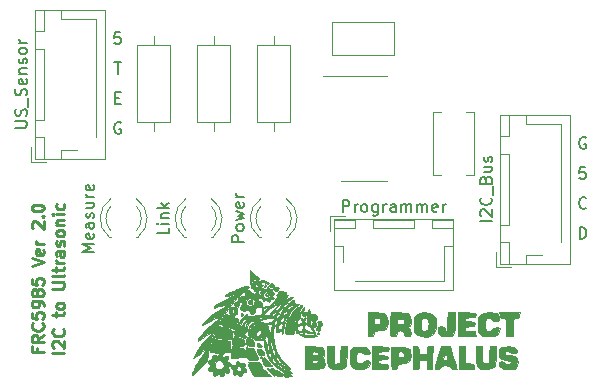
<source format=gbr>
G04 #@! TF.GenerationSoftware,KiCad,Pcbnew,(5.1.5)-3*
G04 #@! TF.CreationDate,2021-02-26T20:31:09+11:00*
G04 #@! TF.ProjectId,US_Board2,55535f42-6f61-4726-9432-2e6b69636164,rev?*
G04 #@! TF.SameCoordinates,Original*
G04 #@! TF.FileFunction,Legend,Top*
G04 #@! TF.FilePolarity,Positive*
%FSLAX46Y46*%
G04 Gerber Fmt 4.6, Leading zero omitted, Abs format (unit mm)*
G04 Created by KiCad (PCBNEW (5.1.5)-3) date 2021-02-26 20:31:09*
%MOMM*%
%LPD*%
G04 APERTURE LIST*
%ADD10C,0.150000*%
%ADD11C,0.250000*%
%ADD12C,0.120000*%
%ADD13C,0.010000*%
G04 APERTURE END LIST*
D10*
X128817714Y-79938571D02*
X129151047Y-79938571D01*
X129293904Y-80462380D02*
X128817714Y-80462380D01*
X128817714Y-79462380D01*
X129293904Y-79462380D01*
X128746285Y-76922380D02*
X129317714Y-76922380D01*
X129032000Y-77922380D02*
X129032000Y-76922380D01*
X129270095Y-74382380D02*
X128793904Y-74382380D01*
X128746285Y-74858571D01*
X128793904Y-74810952D01*
X128889142Y-74763333D01*
X129127238Y-74763333D01*
X129222476Y-74810952D01*
X129270095Y-74858571D01*
X129317714Y-74953809D01*
X129317714Y-75191904D01*
X129270095Y-75287142D01*
X129222476Y-75334761D01*
X129127238Y-75382380D01*
X128889142Y-75382380D01*
X128793904Y-75334761D01*
X128746285Y-75287142D01*
X129293904Y-82050000D02*
X129198666Y-82002380D01*
X129055809Y-82002380D01*
X128912952Y-82050000D01*
X128817714Y-82145238D01*
X128770095Y-82240476D01*
X128722476Y-82430952D01*
X128722476Y-82573809D01*
X128770095Y-82764285D01*
X128817714Y-82859523D01*
X128912952Y-82954761D01*
X129055809Y-83002380D01*
X129151047Y-83002380D01*
X129293904Y-82954761D01*
X129341523Y-82907142D01*
X129341523Y-82573809D01*
X129151047Y-82573809D01*
X168140095Y-91892380D02*
X168140095Y-90892380D01*
X168378190Y-90892380D01*
X168521047Y-90940000D01*
X168616285Y-91035238D01*
X168663904Y-91130476D01*
X168711523Y-91320952D01*
X168711523Y-91463809D01*
X168663904Y-91654285D01*
X168616285Y-91749523D01*
X168521047Y-91844761D01*
X168378190Y-91892380D01*
X168140095Y-91892380D01*
X168711523Y-89257142D02*
X168663904Y-89304761D01*
X168521047Y-89352380D01*
X168425809Y-89352380D01*
X168282952Y-89304761D01*
X168187714Y-89209523D01*
X168140095Y-89114285D01*
X168092476Y-88923809D01*
X168092476Y-88780952D01*
X168140095Y-88590476D01*
X168187714Y-88495238D01*
X168282952Y-88400000D01*
X168425809Y-88352380D01*
X168521047Y-88352380D01*
X168663904Y-88400000D01*
X168711523Y-88447619D01*
X168640095Y-85812380D02*
X168163904Y-85812380D01*
X168116285Y-86288571D01*
X168163904Y-86240952D01*
X168259142Y-86193333D01*
X168497238Y-86193333D01*
X168592476Y-86240952D01*
X168640095Y-86288571D01*
X168687714Y-86383809D01*
X168687714Y-86621904D01*
X168640095Y-86717142D01*
X168592476Y-86764761D01*
X168497238Y-86812380D01*
X168259142Y-86812380D01*
X168163904Y-86764761D01*
X168116285Y-86717142D01*
X168663904Y-83320000D02*
X168568666Y-83272380D01*
X168425809Y-83272380D01*
X168282952Y-83320000D01*
X168187714Y-83415238D01*
X168140095Y-83510476D01*
X168092476Y-83700952D01*
X168092476Y-83843809D01*
X168140095Y-84034285D01*
X168187714Y-84129523D01*
X168282952Y-84224761D01*
X168425809Y-84272380D01*
X168521047Y-84272380D01*
X168663904Y-84224761D01*
X168711523Y-84177142D01*
X168711523Y-83843809D01*
X168521047Y-83843809D01*
D11*
X122243571Y-101130952D02*
X122243571Y-101464285D01*
X122767380Y-101464285D02*
X121767380Y-101464285D01*
X121767380Y-100988095D01*
X122767380Y-100035714D02*
X122291190Y-100369047D01*
X122767380Y-100607142D02*
X121767380Y-100607142D01*
X121767380Y-100226190D01*
X121815000Y-100130952D01*
X121862619Y-100083333D01*
X121957857Y-100035714D01*
X122100714Y-100035714D01*
X122195952Y-100083333D01*
X122243571Y-100130952D01*
X122291190Y-100226190D01*
X122291190Y-100607142D01*
X122672142Y-99035714D02*
X122719761Y-99083333D01*
X122767380Y-99226190D01*
X122767380Y-99321428D01*
X122719761Y-99464285D01*
X122624523Y-99559523D01*
X122529285Y-99607142D01*
X122338809Y-99654761D01*
X122195952Y-99654761D01*
X122005476Y-99607142D01*
X121910238Y-99559523D01*
X121815000Y-99464285D01*
X121767380Y-99321428D01*
X121767380Y-99226190D01*
X121815000Y-99083333D01*
X121862619Y-99035714D01*
X121767380Y-98130952D02*
X121767380Y-98607142D01*
X122243571Y-98654761D01*
X122195952Y-98607142D01*
X122148333Y-98511904D01*
X122148333Y-98273809D01*
X122195952Y-98178571D01*
X122243571Y-98130952D01*
X122338809Y-98083333D01*
X122576904Y-98083333D01*
X122672142Y-98130952D01*
X122719761Y-98178571D01*
X122767380Y-98273809D01*
X122767380Y-98511904D01*
X122719761Y-98607142D01*
X122672142Y-98654761D01*
X122767380Y-97607142D02*
X122767380Y-97416666D01*
X122719761Y-97321428D01*
X122672142Y-97273809D01*
X122529285Y-97178571D01*
X122338809Y-97130952D01*
X121957857Y-97130952D01*
X121862619Y-97178571D01*
X121815000Y-97226190D01*
X121767380Y-97321428D01*
X121767380Y-97511904D01*
X121815000Y-97607142D01*
X121862619Y-97654761D01*
X121957857Y-97702380D01*
X122195952Y-97702380D01*
X122291190Y-97654761D01*
X122338809Y-97607142D01*
X122386428Y-97511904D01*
X122386428Y-97321428D01*
X122338809Y-97226190D01*
X122291190Y-97178571D01*
X122195952Y-97130952D01*
X122195952Y-96559523D02*
X122148333Y-96654761D01*
X122100714Y-96702380D01*
X122005476Y-96750000D01*
X121957857Y-96750000D01*
X121862619Y-96702380D01*
X121815000Y-96654761D01*
X121767380Y-96559523D01*
X121767380Y-96369047D01*
X121815000Y-96273809D01*
X121862619Y-96226190D01*
X121957857Y-96178571D01*
X122005476Y-96178571D01*
X122100714Y-96226190D01*
X122148333Y-96273809D01*
X122195952Y-96369047D01*
X122195952Y-96559523D01*
X122243571Y-96654761D01*
X122291190Y-96702380D01*
X122386428Y-96750000D01*
X122576904Y-96750000D01*
X122672142Y-96702380D01*
X122719761Y-96654761D01*
X122767380Y-96559523D01*
X122767380Y-96369047D01*
X122719761Y-96273809D01*
X122672142Y-96226190D01*
X122576904Y-96178571D01*
X122386428Y-96178571D01*
X122291190Y-96226190D01*
X122243571Y-96273809D01*
X122195952Y-96369047D01*
X121767380Y-95273809D02*
X121767380Y-95750000D01*
X122243571Y-95797619D01*
X122195952Y-95750000D01*
X122148333Y-95654761D01*
X122148333Y-95416666D01*
X122195952Y-95321428D01*
X122243571Y-95273809D01*
X122338809Y-95226190D01*
X122576904Y-95226190D01*
X122672142Y-95273809D01*
X122719761Y-95321428D01*
X122767380Y-95416666D01*
X122767380Y-95654761D01*
X122719761Y-95750000D01*
X122672142Y-95797619D01*
X121767380Y-94178571D02*
X122767380Y-93845238D01*
X121767380Y-93511904D01*
X122719761Y-92797619D02*
X122767380Y-92892857D01*
X122767380Y-93083333D01*
X122719761Y-93178571D01*
X122624523Y-93226190D01*
X122243571Y-93226190D01*
X122148333Y-93178571D01*
X122100714Y-93083333D01*
X122100714Y-92892857D01*
X122148333Y-92797619D01*
X122243571Y-92750000D01*
X122338809Y-92750000D01*
X122434047Y-93226190D01*
X122767380Y-92321428D02*
X122100714Y-92321428D01*
X122291190Y-92321428D02*
X122195952Y-92273809D01*
X122148333Y-92226190D01*
X122100714Y-92130952D01*
X122100714Y-92035714D01*
X121862619Y-90988095D02*
X121815000Y-90940476D01*
X121767380Y-90845238D01*
X121767380Y-90607142D01*
X121815000Y-90511904D01*
X121862619Y-90464285D01*
X121957857Y-90416666D01*
X122053095Y-90416666D01*
X122195952Y-90464285D01*
X122767380Y-91035714D01*
X122767380Y-90416666D01*
X122672142Y-89988095D02*
X122719761Y-89940476D01*
X122767380Y-89988095D01*
X122719761Y-90035714D01*
X122672142Y-89988095D01*
X122767380Y-89988095D01*
X121767380Y-89321428D02*
X121767380Y-89226190D01*
X121815000Y-89130952D01*
X121862619Y-89083333D01*
X121957857Y-89035714D01*
X122148333Y-88988095D01*
X122386428Y-88988095D01*
X122576904Y-89035714D01*
X122672142Y-89083333D01*
X122719761Y-89130952D01*
X122767380Y-89226190D01*
X122767380Y-89321428D01*
X122719761Y-89416666D01*
X122672142Y-89464285D01*
X122576904Y-89511904D01*
X122386428Y-89559523D01*
X122148333Y-89559523D01*
X121957857Y-89511904D01*
X121862619Y-89464285D01*
X121815000Y-89416666D01*
X121767380Y-89321428D01*
X124517380Y-101535714D02*
X123517380Y-101535714D01*
X123612619Y-101107142D02*
X123565000Y-101059523D01*
X123517380Y-100964285D01*
X123517380Y-100726190D01*
X123565000Y-100630952D01*
X123612619Y-100583333D01*
X123707857Y-100535714D01*
X123803095Y-100535714D01*
X123945952Y-100583333D01*
X124517380Y-101154761D01*
X124517380Y-100535714D01*
X124422142Y-99535714D02*
X124469761Y-99583333D01*
X124517380Y-99726190D01*
X124517380Y-99821428D01*
X124469761Y-99964285D01*
X124374523Y-100059523D01*
X124279285Y-100107142D01*
X124088809Y-100154761D01*
X123945952Y-100154761D01*
X123755476Y-100107142D01*
X123660238Y-100059523D01*
X123565000Y-99964285D01*
X123517380Y-99821428D01*
X123517380Y-99726190D01*
X123565000Y-99583333D01*
X123612619Y-99535714D01*
X123850714Y-98488095D02*
X123850714Y-98107142D01*
X123517380Y-98345238D02*
X124374523Y-98345238D01*
X124469761Y-98297619D01*
X124517380Y-98202380D01*
X124517380Y-98107142D01*
X124517380Y-97630952D02*
X124469761Y-97726190D01*
X124422142Y-97773809D01*
X124326904Y-97821428D01*
X124041190Y-97821428D01*
X123945952Y-97773809D01*
X123898333Y-97726190D01*
X123850714Y-97630952D01*
X123850714Y-97488095D01*
X123898333Y-97392857D01*
X123945952Y-97345238D01*
X124041190Y-97297619D01*
X124326904Y-97297619D01*
X124422142Y-97345238D01*
X124469761Y-97392857D01*
X124517380Y-97488095D01*
X124517380Y-97630952D01*
X123517380Y-96107142D02*
X124326904Y-96107142D01*
X124422142Y-96059523D01*
X124469761Y-96011904D01*
X124517380Y-95916666D01*
X124517380Y-95726190D01*
X124469761Y-95630952D01*
X124422142Y-95583333D01*
X124326904Y-95535714D01*
X123517380Y-95535714D01*
X124517380Y-94916666D02*
X124469761Y-95011904D01*
X124374523Y-95059523D01*
X123517380Y-95059523D01*
X123850714Y-94678571D02*
X123850714Y-94297619D01*
X123517380Y-94535714D02*
X124374523Y-94535714D01*
X124469761Y-94488095D01*
X124517380Y-94392857D01*
X124517380Y-94297619D01*
X124517380Y-93964285D02*
X123850714Y-93964285D01*
X124041190Y-93964285D02*
X123945952Y-93916666D01*
X123898333Y-93869047D01*
X123850714Y-93773809D01*
X123850714Y-93678571D01*
X124517380Y-92916666D02*
X123993571Y-92916666D01*
X123898333Y-92964285D01*
X123850714Y-93059523D01*
X123850714Y-93250000D01*
X123898333Y-93345238D01*
X124469761Y-92916666D02*
X124517380Y-93011904D01*
X124517380Y-93250000D01*
X124469761Y-93345238D01*
X124374523Y-93392857D01*
X124279285Y-93392857D01*
X124184047Y-93345238D01*
X124136428Y-93250000D01*
X124136428Y-93011904D01*
X124088809Y-92916666D01*
X124469761Y-92488095D02*
X124517380Y-92392857D01*
X124517380Y-92202380D01*
X124469761Y-92107142D01*
X124374523Y-92059523D01*
X124326904Y-92059523D01*
X124231666Y-92107142D01*
X124184047Y-92202380D01*
X124184047Y-92345238D01*
X124136428Y-92440476D01*
X124041190Y-92488095D01*
X123993571Y-92488095D01*
X123898333Y-92440476D01*
X123850714Y-92345238D01*
X123850714Y-92202380D01*
X123898333Y-92107142D01*
X124517380Y-91488095D02*
X124469761Y-91583333D01*
X124422142Y-91630952D01*
X124326904Y-91678571D01*
X124041190Y-91678571D01*
X123945952Y-91630952D01*
X123898333Y-91583333D01*
X123850714Y-91488095D01*
X123850714Y-91345238D01*
X123898333Y-91250000D01*
X123945952Y-91202380D01*
X124041190Y-91154761D01*
X124326904Y-91154761D01*
X124422142Y-91202380D01*
X124469761Y-91250000D01*
X124517380Y-91345238D01*
X124517380Y-91488095D01*
X123850714Y-90726190D02*
X124517380Y-90726190D01*
X123945952Y-90726190D02*
X123898333Y-90678571D01*
X123850714Y-90583333D01*
X123850714Y-90440476D01*
X123898333Y-90345238D01*
X123993571Y-90297619D01*
X124517380Y-90297619D01*
X124517380Y-89821428D02*
X123850714Y-89821428D01*
X123517380Y-89821428D02*
X123565000Y-89869047D01*
X123612619Y-89821428D01*
X123565000Y-89773809D01*
X123517380Y-89821428D01*
X123612619Y-89821428D01*
X124469761Y-88916666D02*
X124517380Y-89011904D01*
X124517380Y-89202380D01*
X124469761Y-89297619D01*
X124422142Y-89345238D01*
X124326904Y-89392857D01*
X124041190Y-89392857D01*
X123945952Y-89345238D01*
X123898333Y-89297619D01*
X123850714Y-89202380D01*
X123850714Y-89011904D01*
X123898333Y-88916666D01*
D12*
X161370000Y-94000000D02*
X167340000Y-94000000D01*
X167340000Y-94000000D02*
X167340000Y-81380000D01*
X167340000Y-81380000D02*
X161370000Y-81380000D01*
X161370000Y-81380000D02*
X161370000Y-94000000D01*
X161380000Y-90690000D02*
X162130000Y-90690000D01*
X162130000Y-90690000D02*
X162130000Y-84690000D01*
X162130000Y-84690000D02*
X161380000Y-84690000D01*
X161380000Y-84690000D02*
X161380000Y-90690000D01*
X161380000Y-93990000D02*
X162130000Y-93990000D01*
X162130000Y-93990000D02*
X162130000Y-92190000D01*
X162130000Y-92190000D02*
X161380000Y-92190000D01*
X161380000Y-92190000D02*
X161380000Y-93990000D01*
X161380000Y-83190000D02*
X162130000Y-83190000D01*
X162130000Y-83190000D02*
X162130000Y-81390000D01*
X162130000Y-81390000D02*
X161380000Y-81390000D01*
X161380000Y-81390000D02*
X161380000Y-83190000D01*
X163630000Y-93990000D02*
X163630000Y-93240000D01*
X163630000Y-93240000D02*
X164970000Y-93240000D01*
X166580000Y-87690000D02*
X166580000Y-92180000D01*
X163630000Y-81390000D02*
X163630000Y-82140000D01*
X163630000Y-82140000D02*
X166580000Y-82140000D01*
X166580000Y-82140000D02*
X166580000Y-87690000D01*
X161080000Y-93040000D02*
X161080000Y-94290000D01*
X161080000Y-94290000D02*
X162330000Y-94290000D01*
D13*
G36*
X141788391Y-96444383D02*
G01*
X141810062Y-96469709D01*
X141873663Y-96614734D01*
X141861292Y-96685625D01*
X141729320Y-96768001D01*
X141571984Y-96737729D01*
X141515312Y-96681209D01*
X141518324Y-96604667D01*
X141562667Y-96604667D01*
X141623434Y-96686910D01*
X141642337Y-96689334D01*
X141757004Y-96627789D01*
X141774334Y-96604667D01*
X141755140Y-96532184D01*
X141694664Y-96520000D01*
X141578821Y-96564205D01*
X141562667Y-96604667D01*
X141518324Y-96604667D01*
X141520311Y-96554181D01*
X141581088Y-96465293D01*
X141693234Y-96385666D01*
X141788391Y-96444383D01*
G37*
X141788391Y-96444383D02*
X141810062Y-96469709D01*
X141873663Y-96614734D01*
X141861292Y-96685625D01*
X141729320Y-96768001D01*
X141571984Y-96737729D01*
X141515312Y-96681209D01*
X141518324Y-96604667D01*
X141562667Y-96604667D01*
X141623434Y-96686910D01*
X141642337Y-96689334D01*
X141757004Y-96627789D01*
X141774334Y-96604667D01*
X141755140Y-96532184D01*
X141694664Y-96520000D01*
X141578821Y-96564205D01*
X141562667Y-96604667D01*
X141518324Y-96604667D01*
X141520311Y-96554181D01*
X141581088Y-96465293D01*
X141693234Y-96385666D01*
X141788391Y-96444383D01*
G36*
X140430260Y-97068909D02*
G01*
X140446722Y-97211868D01*
X140371238Y-97391379D01*
X140226197Y-97418282D01*
X140132163Y-97373835D01*
X140054045Y-97252519D01*
X140058331Y-97239667D01*
X140208000Y-97239667D01*
X140250334Y-97282000D01*
X140292667Y-97239667D01*
X140250334Y-97197334D01*
X140208000Y-97239667D01*
X140058331Y-97239667D01*
X140098670Y-97118718D01*
X140236696Y-97034406D01*
X140295898Y-97028000D01*
X140430260Y-97068909D01*
G37*
X140430260Y-97068909D02*
X140446722Y-97211868D01*
X140371238Y-97391379D01*
X140226197Y-97418282D01*
X140132163Y-97373835D01*
X140054045Y-97252519D01*
X140058331Y-97239667D01*
X140208000Y-97239667D01*
X140250334Y-97282000D01*
X140292667Y-97239667D01*
X140250334Y-97197334D01*
X140208000Y-97239667D01*
X140058331Y-97239667D01*
X140098670Y-97118718D01*
X140236696Y-97034406D01*
X140295898Y-97028000D01*
X140430260Y-97068909D01*
G36*
X141599015Y-95812483D02*
G01*
X141580757Y-95921150D01*
X141491081Y-95993529D01*
X141406765Y-95969018D01*
X141406414Y-95890279D01*
X141473205Y-95770995D01*
X141520334Y-95753528D01*
X141599015Y-95812483D01*
G37*
X141599015Y-95812483D02*
X141580757Y-95921150D01*
X141491081Y-95993529D01*
X141406765Y-95969018D01*
X141406414Y-95890279D01*
X141473205Y-95770995D01*
X141520334Y-95753528D01*
X141599015Y-95812483D01*
G36*
X142183379Y-95691698D02*
G01*
X142240000Y-95839984D01*
X142279624Y-95944445D01*
X142425334Y-95952566D01*
X142459033Y-95946648D01*
X142615861Y-95936368D01*
X142657656Y-96018597D01*
X142649533Y-96106555D01*
X142575412Y-96263432D01*
X142445116Y-96342728D01*
X142315316Y-96333279D01*
X142242685Y-96223924D01*
X142240000Y-96187222D01*
X142220967Y-96139000D01*
X142409334Y-96139000D01*
X142451667Y-96181334D01*
X142494000Y-96139000D01*
X142451667Y-96096667D01*
X142409334Y-96139000D01*
X142220967Y-96139000D01*
X142182267Y-96040956D01*
X142075664Y-96012000D01*
X141896486Y-95960562D01*
X141847709Y-95842667D01*
X141986000Y-95842667D01*
X142050429Y-95924873D01*
X142070667Y-95927334D01*
X142152873Y-95862904D01*
X142155334Y-95842667D01*
X142090904Y-95760460D01*
X142070667Y-95758000D01*
X141988460Y-95822429D01*
X141986000Y-95842667D01*
X141847709Y-95842667D01*
X141844035Y-95833789D01*
X141900235Y-95716991D01*
X142046331Y-95638616D01*
X142183379Y-95691698D01*
G37*
X142183379Y-95691698D02*
X142240000Y-95839984D01*
X142279624Y-95944445D01*
X142425334Y-95952566D01*
X142459033Y-95946648D01*
X142615861Y-95936368D01*
X142657656Y-96018597D01*
X142649533Y-96106555D01*
X142575412Y-96263432D01*
X142445116Y-96342728D01*
X142315316Y-96333279D01*
X142242685Y-96223924D01*
X142240000Y-96187222D01*
X142220967Y-96139000D01*
X142409334Y-96139000D01*
X142451667Y-96181334D01*
X142494000Y-96139000D01*
X142451667Y-96096667D01*
X142409334Y-96139000D01*
X142220967Y-96139000D01*
X142182267Y-96040956D01*
X142075664Y-96012000D01*
X141896486Y-95960562D01*
X141847709Y-95842667D01*
X141986000Y-95842667D01*
X142050429Y-95924873D01*
X142070667Y-95927334D01*
X142152873Y-95862904D01*
X142155334Y-95842667D01*
X142090904Y-95760460D01*
X142070667Y-95758000D01*
X141988460Y-95822429D01*
X141986000Y-95842667D01*
X141847709Y-95842667D01*
X141844035Y-95833789D01*
X141900235Y-95716991D01*
X142046331Y-95638616D01*
X142183379Y-95691698D01*
G36*
X139650152Y-98253824D02*
G01*
X139657667Y-98298000D01*
X139590901Y-98425129D01*
X139551834Y-98446167D01*
X139466858Y-98406871D01*
X139446000Y-98298000D01*
X139485012Y-98163713D01*
X139551834Y-98149834D01*
X139650152Y-98253824D01*
G37*
X139650152Y-98253824D02*
X139657667Y-98298000D01*
X139590901Y-98425129D01*
X139551834Y-98446167D01*
X139466858Y-98406871D01*
X139446000Y-98298000D01*
X139485012Y-98163713D01*
X139551834Y-98149834D01*
X139650152Y-98253824D01*
G36*
X139285747Y-97263414D02*
G01*
X139310652Y-97411207D01*
X139256086Y-97565038D01*
X139234041Y-97590721D01*
X139143201Y-97794571D01*
X139143233Y-98007764D01*
X139147576Y-98216434D01*
X139084719Y-98295210D01*
X139058616Y-98298000D01*
X138950082Y-98344340D01*
X138938000Y-98380010D01*
X138874961Y-98424079D01*
X138797111Y-98407955D01*
X138691526Y-98384738D01*
X138698786Y-98427683D01*
X138791165Y-98508541D01*
X138940937Y-98599064D01*
X139020850Y-98635914D01*
X139191412Y-98716810D01*
X139258742Y-98803861D01*
X139227960Y-98941819D01*
X139104183Y-99175437D01*
X139086167Y-99207046D01*
X138895667Y-99540709D01*
X138343799Y-99356334D01*
X138768667Y-99356334D01*
X138811000Y-99398667D01*
X138853334Y-99356334D01*
X138811000Y-99314000D01*
X138768667Y-99356334D01*
X138343799Y-99356334D01*
X138281834Y-99335632D01*
X137990028Y-99230757D01*
X137773410Y-99138832D01*
X137671244Y-99076879D01*
X137668000Y-99069521D01*
X137689837Y-99017667D01*
X137837334Y-99017667D01*
X137879667Y-99060000D01*
X137922000Y-99017667D01*
X137879667Y-98975334D01*
X137837334Y-99017667D01*
X137689837Y-99017667D01*
X137710027Y-98969728D01*
X137778170Y-98848334D01*
X139107334Y-98848334D01*
X139149667Y-98890667D01*
X139192000Y-98848334D01*
X139149667Y-98806000D01*
X139107334Y-98848334D01*
X137778170Y-98848334D01*
X137818374Y-98776714D01*
X137922018Y-98607940D01*
X138045343Y-98425000D01*
X138176000Y-98425000D01*
X138218334Y-98467334D01*
X138260667Y-98425000D01*
X138218334Y-98382667D01*
X138176000Y-98425000D01*
X138045343Y-98425000D01*
X138074346Y-98381978D01*
X138180923Y-98277822D01*
X138278459Y-98269377D01*
X138352603Y-98301891D01*
X138500482Y-98348753D01*
X138596530Y-98331943D01*
X138593406Y-98269065D01*
X138546212Y-98229897D01*
X138487857Y-98113022D01*
X138482653Y-98051056D01*
X138684000Y-98051056D01*
X138728608Y-98175188D01*
X138823020Y-98178382D01*
X138908118Y-98069354D01*
X138923042Y-98015817D01*
X138886570Y-97894981D01*
X138817208Y-97874667D01*
X138707291Y-97945887D01*
X138684000Y-98051056D01*
X138482653Y-98051056D01*
X138472477Y-97929903D01*
X138505209Y-97779350D01*
X138521681Y-97758226D01*
X138655211Y-97688789D01*
X138814689Y-97659073D01*
X138924692Y-97678790D01*
X138938000Y-97704625D01*
X138989624Y-97760292D01*
X139023316Y-97747265D01*
X139045095Y-97654654D01*
X138980983Y-97566888D01*
X138877182Y-97433889D01*
X138862698Y-97394889D01*
X139050889Y-97394889D01*
X139062511Y-97445223D01*
X139107334Y-97451334D01*
X139177024Y-97420355D01*
X139163778Y-97394889D01*
X139063298Y-97384756D01*
X139050889Y-97394889D01*
X138862698Y-97394889D01*
X138853334Y-97369678D01*
X138922956Y-97286052D01*
X139076644Y-97215824D01*
X139189866Y-97197334D01*
X139285747Y-97263414D01*
G37*
X139285747Y-97263414D02*
X139310652Y-97411207D01*
X139256086Y-97565038D01*
X139234041Y-97590721D01*
X139143201Y-97794571D01*
X139143233Y-98007764D01*
X139147576Y-98216434D01*
X139084719Y-98295210D01*
X139058616Y-98298000D01*
X138950082Y-98344340D01*
X138938000Y-98380010D01*
X138874961Y-98424079D01*
X138797111Y-98407955D01*
X138691526Y-98384738D01*
X138698786Y-98427683D01*
X138791165Y-98508541D01*
X138940937Y-98599064D01*
X139020850Y-98635914D01*
X139191412Y-98716810D01*
X139258742Y-98803861D01*
X139227960Y-98941819D01*
X139104183Y-99175437D01*
X139086167Y-99207046D01*
X138895667Y-99540709D01*
X138343799Y-99356334D01*
X138768667Y-99356334D01*
X138811000Y-99398667D01*
X138853334Y-99356334D01*
X138811000Y-99314000D01*
X138768667Y-99356334D01*
X138343799Y-99356334D01*
X138281834Y-99335632D01*
X137990028Y-99230757D01*
X137773410Y-99138832D01*
X137671244Y-99076879D01*
X137668000Y-99069521D01*
X137689837Y-99017667D01*
X137837334Y-99017667D01*
X137879667Y-99060000D01*
X137922000Y-99017667D01*
X137879667Y-98975334D01*
X137837334Y-99017667D01*
X137689837Y-99017667D01*
X137710027Y-98969728D01*
X137778170Y-98848334D01*
X139107334Y-98848334D01*
X139149667Y-98890667D01*
X139192000Y-98848334D01*
X139149667Y-98806000D01*
X139107334Y-98848334D01*
X137778170Y-98848334D01*
X137818374Y-98776714D01*
X137922018Y-98607940D01*
X138045343Y-98425000D01*
X138176000Y-98425000D01*
X138218334Y-98467334D01*
X138260667Y-98425000D01*
X138218334Y-98382667D01*
X138176000Y-98425000D01*
X138045343Y-98425000D01*
X138074346Y-98381978D01*
X138180923Y-98277822D01*
X138278459Y-98269377D01*
X138352603Y-98301891D01*
X138500482Y-98348753D01*
X138596530Y-98331943D01*
X138593406Y-98269065D01*
X138546212Y-98229897D01*
X138487857Y-98113022D01*
X138482653Y-98051056D01*
X138684000Y-98051056D01*
X138728608Y-98175188D01*
X138823020Y-98178382D01*
X138908118Y-98069354D01*
X138923042Y-98015817D01*
X138886570Y-97894981D01*
X138817208Y-97874667D01*
X138707291Y-97945887D01*
X138684000Y-98051056D01*
X138482653Y-98051056D01*
X138472477Y-97929903D01*
X138505209Y-97779350D01*
X138521681Y-97758226D01*
X138655211Y-97688789D01*
X138814689Y-97659073D01*
X138924692Y-97678790D01*
X138938000Y-97704625D01*
X138989624Y-97760292D01*
X139023316Y-97747265D01*
X139045095Y-97654654D01*
X138980983Y-97566888D01*
X138877182Y-97433889D01*
X138862698Y-97394889D01*
X139050889Y-97394889D01*
X139062511Y-97445223D01*
X139107334Y-97451334D01*
X139177024Y-97420355D01*
X139163778Y-97394889D01*
X139063298Y-97384756D01*
X139050889Y-97394889D01*
X138862698Y-97394889D01*
X138853334Y-97369678D01*
X138922956Y-97286052D01*
X139076644Y-97215824D01*
X139189866Y-97197334D01*
X139285747Y-97263414D01*
G36*
X146213691Y-98866658D02*
G01*
X146290592Y-98925640D01*
X146372278Y-99045339D01*
X146320444Y-99166357D01*
X146298003Y-99194226D01*
X146197346Y-99350578D01*
X146170005Y-99431309D01*
X146140343Y-99623362D01*
X146085711Y-99698331D01*
X146011310Y-99709111D01*
X145876852Y-99640522D01*
X145837369Y-99577289D01*
X145846502Y-99483334D01*
X145965334Y-99483334D01*
X145996312Y-99553024D01*
X146021778Y-99539778D01*
X146031911Y-99439298D01*
X146021778Y-99426889D01*
X145971444Y-99438511D01*
X145965334Y-99483334D01*
X145846502Y-99483334D01*
X145852537Y-99421264D01*
X145906648Y-99357821D01*
X145983988Y-99212642D01*
X145958913Y-99087436D01*
X145957666Y-99027203D01*
X146079104Y-99027203D01*
X146092334Y-99060000D01*
X146168416Y-99140771D01*
X146181997Y-99144667D01*
X146218363Y-99079161D01*
X146219334Y-99060000D01*
X146154246Y-98978587D01*
X146129670Y-98975334D01*
X146079104Y-99027203D01*
X145957666Y-99027203D01*
X145955461Y-98920823D01*
X146058006Y-98838635D01*
X146213691Y-98866658D01*
G37*
X146213691Y-98866658D02*
X146290592Y-98925640D01*
X146372278Y-99045339D01*
X146320444Y-99166357D01*
X146298003Y-99194226D01*
X146197346Y-99350578D01*
X146170005Y-99431309D01*
X146140343Y-99623362D01*
X146085711Y-99698331D01*
X146011310Y-99709111D01*
X145876852Y-99640522D01*
X145837369Y-99577289D01*
X145846502Y-99483334D01*
X145965334Y-99483334D01*
X145996312Y-99553024D01*
X146021778Y-99539778D01*
X146031911Y-99439298D01*
X146021778Y-99426889D01*
X145971444Y-99438511D01*
X145965334Y-99483334D01*
X145846502Y-99483334D01*
X145852537Y-99421264D01*
X145906648Y-99357821D01*
X145983988Y-99212642D01*
X145958913Y-99087436D01*
X145957666Y-99027203D01*
X146079104Y-99027203D01*
X146092334Y-99060000D01*
X146168416Y-99140771D01*
X146181997Y-99144667D01*
X146218363Y-99079161D01*
X146219334Y-99060000D01*
X146154246Y-98978587D01*
X146129670Y-98975334D01*
X146079104Y-99027203D01*
X145957666Y-99027203D01*
X145955461Y-98920823D01*
X146058006Y-98838635D01*
X146213691Y-98866658D01*
G36*
X146106941Y-99875215D02*
G01*
X146118439Y-99900317D01*
X146077569Y-99977519D01*
X146007667Y-99991334D01*
X145902293Y-99948374D01*
X145896895Y-99900317D01*
X145984303Y-99812842D01*
X146007667Y-99809300D01*
X146106941Y-99875215D01*
G37*
X146106941Y-99875215D02*
X146118439Y-99900317D01*
X146077569Y-99977519D01*
X146007667Y-99991334D01*
X145902293Y-99948374D01*
X145896895Y-99900317D01*
X145984303Y-99812842D01*
X146007667Y-99809300D01*
X146106941Y-99875215D01*
G36*
X144653700Y-97559464D02*
G01*
X144609081Y-97703803D01*
X144497455Y-97860380D01*
X144184246Y-98304799D01*
X143994634Y-98837435D01*
X143943297Y-99416851D01*
X143943585Y-99424029D01*
X143951506Y-99711522D01*
X143935636Y-99869928D01*
X143882219Y-99939196D01*
X143777500Y-99959273D01*
X143758902Y-99960380D01*
X143500838Y-99952391D01*
X143350907Y-99931893D01*
X143230208Y-99892859D01*
X143179947Y-99807134D01*
X143180381Y-99779667D01*
X143256000Y-99779667D01*
X143298334Y-99822000D01*
X143340667Y-99779667D01*
X143298334Y-99737334D01*
X143256000Y-99779667D01*
X143180381Y-99779667D01*
X143182815Y-99625776D01*
X143197158Y-99497180D01*
X143255448Y-99169137D01*
X143339717Y-98879123D01*
X143435896Y-98659322D01*
X143529916Y-98541916D01*
X143607413Y-98558654D01*
X143661124Y-98616754D01*
X143648014Y-98526609D01*
X143642462Y-98506211D01*
X143670779Y-98359028D01*
X143791726Y-98162996D01*
X143967910Y-97957179D01*
X144161940Y-97780642D01*
X144336422Y-97672447D01*
X144446518Y-97666204D01*
X144512875Y-97683759D01*
X144495367Y-97639599D01*
X144492510Y-97524008D01*
X144518769Y-97498136D01*
X144624467Y-97476118D01*
X144653700Y-97559464D01*
G37*
X144653700Y-97559464D02*
X144609081Y-97703803D01*
X144497455Y-97860380D01*
X144184246Y-98304799D01*
X143994634Y-98837435D01*
X143943297Y-99416851D01*
X143943585Y-99424029D01*
X143951506Y-99711522D01*
X143935636Y-99869928D01*
X143882219Y-99939196D01*
X143777500Y-99959273D01*
X143758902Y-99960380D01*
X143500838Y-99952391D01*
X143350907Y-99931893D01*
X143230208Y-99892859D01*
X143179947Y-99807134D01*
X143180381Y-99779667D01*
X143256000Y-99779667D01*
X143298334Y-99822000D01*
X143340667Y-99779667D01*
X143298334Y-99737334D01*
X143256000Y-99779667D01*
X143180381Y-99779667D01*
X143182815Y-99625776D01*
X143197158Y-99497180D01*
X143255448Y-99169137D01*
X143339717Y-98879123D01*
X143435896Y-98659322D01*
X143529916Y-98541916D01*
X143607413Y-98558654D01*
X143661124Y-98616754D01*
X143648014Y-98526609D01*
X143642462Y-98506211D01*
X143670779Y-98359028D01*
X143791726Y-98162996D01*
X143967910Y-97957179D01*
X144161940Y-97780642D01*
X144336422Y-97672447D01*
X144446518Y-97666204D01*
X144512875Y-97683759D01*
X144495367Y-97639599D01*
X144492510Y-97524008D01*
X144518769Y-97498136D01*
X144624467Y-97476118D01*
X144653700Y-97559464D01*
G36*
X163052457Y-98361500D02*
G01*
X163003428Y-98529042D01*
X162871930Y-98603109D01*
X162750500Y-98620865D01*
X162475334Y-98647396D01*
X162475334Y-100160667D01*
X161882667Y-100160667D01*
X161882667Y-98647914D01*
X161649834Y-98621124D01*
X161468492Y-98560484D01*
X161395533Y-98400324D01*
X161390210Y-98361500D01*
X161363419Y-98128667D01*
X163079248Y-98128667D01*
X163052457Y-98361500D01*
G37*
X163052457Y-98361500D02*
X163003428Y-98529042D01*
X162871930Y-98603109D01*
X162750500Y-98620865D01*
X162475334Y-98647396D01*
X162475334Y-100160667D01*
X161882667Y-100160667D01*
X161882667Y-98647914D01*
X161649834Y-98621124D01*
X161468492Y-98560484D01*
X161395533Y-98400324D01*
X161390210Y-98361500D01*
X161363419Y-98128667D01*
X163079248Y-98128667D01*
X163052457Y-98361500D01*
G36*
X160894909Y-98145062D02*
G01*
X161127004Y-98207002D01*
X161254758Y-98333618D01*
X161309632Y-98544041D01*
X161315378Y-98608083D01*
X161302246Y-98784751D01*
X161194749Y-98858892D01*
X161090830Y-98875961D01*
X160854394Y-98844952D01*
X160726196Y-98727794D01*
X160544467Y-98579193D01*
X160339899Y-98571339D01*
X160194793Y-98672422D01*
X160139438Y-98826784D01*
X160117545Y-99075714D01*
X160120926Y-99192342D01*
X160153503Y-99451761D01*
X160223219Y-99593241D01*
X160339492Y-99662595D01*
X160531221Y-99679804D01*
X160699325Y-99566009D01*
X160917406Y-99438163D01*
X161131250Y-99398667D01*
X161308833Y-99411193D01*
X161366259Y-99483300D01*
X161343158Y-99666785D01*
X161341776Y-99673834D01*
X161262420Y-99909326D01*
X161115238Y-100057585D01*
X160868728Y-100135623D01*
X160491386Y-100160453D01*
X160440273Y-100160667D01*
X160114428Y-100150906D01*
X159907662Y-100113503D01*
X159770432Y-100036274D01*
X159715622Y-99982489D01*
X159630092Y-99853512D01*
X159580270Y-99672119D01*
X159557965Y-99394930D01*
X159554334Y-99128524D01*
X159572393Y-98701695D01*
X159643961Y-98415154D01*
X159795116Y-98242090D01*
X160051941Y-98155694D01*
X160440517Y-98129156D01*
X160527013Y-98128667D01*
X160894909Y-98145062D01*
G37*
X160894909Y-98145062D02*
X161127004Y-98207002D01*
X161254758Y-98333618D01*
X161309632Y-98544041D01*
X161315378Y-98608083D01*
X161302246Y-98784751D01*
X161194749Y-98858892D01*
X161090830Y-98875961D01*
X160854394Y-98844952D01*
X160726196Y-98727794D01*
X160544467Y-98579193D01*
X160339899Y-98571339D01*
X160194793Y-98672422D01*
X160139438Y-98826784D01*
X160117545Y-99075714D01*
X160120926Y-99192342D01*
X160153503Y-99451761D01*
X160223219Y-99593241D01*
X160339492Y-99662595D01*
X160531221Y-99679804D01*
X160699325Y-99566009D01*
X160917406Y-99438163D01*
X161131250Y-99398667D01*
X161308833Y-99411193D01*
X161366259Y-99483300D01*
X161343158Y-99666785D01*
X161341776Y-99673834D01*
X161262420Y-99909326D01*
X161115238Y-100057585D01*
X160868728Y-100135623D01*
X160491386Y-100160453D01*
X160440273Y-100160667D01*
X160114428Y-100150906D01*
X159907662Y-100113503D01*
X159770432Y-100036274D01*
X159715622Y-99982489D01*
X159630092Y-99853512D01*
X159580270Y-99672119D01*
X159557965Y-99394930D01*
X159554334Y-99128524D01*
X159572393Y-98701695D01*
X159643961Y-98415154D01*
X159795116Y-98242090D01*
X160051941Y-98155694D01*
X160440517Y-98129156D01*
X160527013Y-98128667D01*
X160894909Y-98145062D01*
G36*
X158941384Y-98130352D02*
G01*
X159165353Y-98141443D01*
X159285161Y-98170990D01*
X159333391Y-98228045D01*
X159342630Y-98321660D01*
X159342667Y-98340334D01*
X159330579Y-98461559D01*
X159266690Y-98524681D01*
X159109563Y-98548532D01*
X158877000Y-98552000D01*
X158607892Y-98559350D01*
X158467702Y-98591128D01*
X158416300Y-98661927D01*
X158411334Y-98721334D01*
X158433622Y-98822900D01*
X158528224Y-98873556D01*
X158736750Y-98889942D01*
X158834667Y-98890667D01*
X159085911Y-98897529D01*
X159211251Y-98932552D01*
X159253990Y-99017387D01*
X159258000Y-99102334D01*
X159244275Y-99227956D01*
X159174230Y-99290625D01*
X159004560Y-99311995D01*
X158834667Y-99314000D01*
X158582962Y-99321366D01*
X158457376Y-99356945D01*
X158414880Y-99440960D01*
X158411334Y-99512963D01*
X158425460Y-99628735D01*
X158495932Y-99686622D01*
X158664886Y-99704683D01*
X158855834Y-99703463D01*
X159115510Y-99704465D01*
X159251237Y-99734642D01*
X159308227Y-99815518D01*
X159327124Y-99927834D01*
X159353914Y-100160667D01*
X157818667Y-100160667D01*
X157818667Y-98128667D01*
X158580667Y-98128667D01*
X158941384Y-98130352D01*
G37*
X158941384Y-98130352D02*
X159165353Y-98141443D01*
X159285161Y-98170990D01*
X159333391Y-98228045D01*
X159342630Y-98321660D01*
X159342667Y-98340334D01*
X159330579Y-98461559D01*
X159266690Y-98524681D01*
X159109563Y-98548532D01*
X158877000Y-98552000D01*
X158607892Y-98559350D01*
X158467702Y-98591128D01*
X158416300Y-98661927D01*
X158411334Y-98721334D01*
X158433622Y-98822900D01*
X158528224Y-98873556D01*
X158736750Y-98889942D01*
X158834667Y-98890667D01*
X159085911Y-98897529D01*
X159211251Y-98932552D01*
X159253990Y-99017387D01*
X159258000Y-99102334D01*
X159244275Y-99227956D01*
X159174230Y-99290625D01*
X159004560Y-99311995D01*
X158834667Y-99314000D01*
X158582962Y-99321366D01*
X158457376Y-99356945D01*
X158414880Y-99440960D01*
X158411334Y-99512963D01*
X158425460Y-99628735D01*
X158495932Y-99686622D01*
X158664886Y-99704683D01*
X158855834Y-99703463D01*
X159115510Y-99704465D01*
X159251237Y-99734642D01*
X159308227Y-99815518D01*
X159327124Y-99927834D01*
X159353914Y-100160667D01*
X157818667Y-100160667D01*
X157818667Y-98128667D01*
X158580667Y-98128667D01*
X158941384Y-98130352D01*
G36*
X157564667Y-99011619D02*
G01*
X157557437Y-99472950D01*
X157524783Y-99791398D01*
X157450259Y-99993175D01*
X157317421Y-100104494D01*
X157109821Y-100151567D01*
X156843753Y-100160667D01*
X156557094Y-100147316D01*
X156383501Y-100095507D01*
X156267994Y-99987602D01*
X156257134Y-99972495D01*
X156155036Y-99739862D01*
X156125334Y-99549161D01*
X156144532Y-99389708D01*
X156236264Y-99325182D01*
X156415778Y-99314000D01*
X156625526Y-99338009D01*
X156718305Y-99427341D01*
X156733278Y-99486687D01*
X156791054Y-99634911D01*
X156845000Y-99677187D01*
X156887493Y-99606286D01*
X156923105Y-99392169D01*
X156948120Y-99060921D01*
X156954011Y-98911834D01*
X156978355Y-98128667D01*
X157564667Y-98128667D01*
X157564667Y-99011619D01*
G37*
X157564667Y-99011619D02*
X157557437Y-99472950D01*
X157524783Y-99791398D01*
X157450259Y-99993175D01*
X157317421Y-100104494D01*
X157109821Y-100151567D01*
X156843753Y-100160667D01*
X156557094Y-100147316D01*
X156383501Y-100095507D01*
X156267994Y-99987602D01*
X156257134Y-99972495D01*
X156155036Y-99739862D01*
X156125334Y-99549161D01*
X156144532Y-99389708D01*
X156236264Y-99325182D01*
X156415778Y-99314000D01*
X156625526Y-99338009D01*
X156718305Y-99427341D01*
X156733278Y-99486687D01*
X156791054Y-99634911D01*
X156845000Y-99677187D01*
X156887493Y-99606286D01*
X156923105Y-99392169D01*
X156948120Y-99060921D01*
X156954011Y-98911834D01*
X156978355Y-98128667D01*
X157564667Y-98128667D01*
X157564667Y-99011619D01*
G36*
X155329839Y-98145440D02*
G01*
X155646394Y-98248286D01*
X155732915Y-98304145D01*
X155848154Y-98409070D01*
X155915069Y-98529016D01*
X155946606Y-98710877D01*
X155955709Y-99001545D01*
X155956000Y-99112327D01*
X155949507Y-99450687D01*
X155921856Y-99669526D01*
X155860789Y-99818423D01*
X155754047Y-99946957D01*
X155748182Y-99952849D01*
X155497996Y-100099669D01*
X155158893Y-100169463D01*
X154793471Y-100160818D01*
X154464327Y-100072318D01*
X154316418Y-99985188D01*
X154203659Y-99883346D01*
X154136982Y-99767669D01*
X154104417Y-99593055D01*
X154093991Y-99314400D01*
X154093343Y-99146790D01*
X154686000Y-99146790D01*
X154713502Y-99492433D01*
X154802005Y-99685733D01*
X154960501Y-99735498D01*
X155197984Y-99650533D01*
X155199566Y-99649688D01*
X155300013Y-99558807D01*
X155349849Y-99394432D01*
X155363333Y-99109431D01*
X155363334Y-99108413D01*
X155339474Y-98793993D01*
X155254539Y-98622450D01*
X155088499Y-98572378D01*
X154890939Y-98603588D01*
X154775085Y-98648265D01*
X154713602Y-98737533D01*
X154689590Y-98916189D01*
X154686000Y-99146790D01*
X154093343Y-99146790D01*
X154093334Y-99144667D01*
X154097743Y-98805050D01*
X154118953Y-98589594D01*
X154168933Y-98453197D01*
X154259656Y-98350755D01*
X154316418Y-98304145D01*
X154595855Y-98173370D01*
X154956660Y-98120468D01*
X155329839Y-98145440D01*
G37*
X155329839Y-98145440D02*
X155646394Y-98248286D01*
X155732915Y-98304145D01*
X155848154Y-98409070D01*
X155915069Y-98529016D01*
X155946606Y-98710877D01*
X155955709Y-99001545D01*
X155956000Y-99112327D01*
X155949507Y-99450687D01*
X155921856Y-99669526D01*
X155860789Y-99818423D01*
X155754047Y-99946957D01*
X155748182Y-99952849D01*
X155497996Y-100099669D01*
X155158893Y-100169463D01*
X154793471Y-100160818D01*
X154464327Y-100072318D01*
X154316418Y-99985188D01*
X154203659Y-99883346D01*
X154136982Y-99767669D01*
X154104417Y-99593055D01*
X154093991Y-99314400D01*
X154093343Y-99146790D01*
X154686000Y-99146790D01*
X154713502Y-99492433D01*
X154802005Y-99685733D01*
X154960501Y-99735498D01*
X155197984Y-99650533D01*
X155199566Y-99649688D01*
X155300013Y-99558807D01*
X155349849Y-99394432D01*
X155363333Y-99109431D01*
X155363334Y-99108413D01*
X155339474Y-98793993D01*
X155254539Y-98622450D01*
X155088499Y-98572378D01*
X154890939Y-98603588D01*
X154775085Y-98648265D01*
X154713602Y-98737533D01*
X154689590Y-98916189D01*
X154686000Y-99146790D01*
X154093343Y-99146790D01*
X154093334Y-99144667D01*
X154097743Y-98805050D01*
X154118953Y-98589594D01*
X154168933Y-98453197D01*
X154259656Y-98350755D01*
X154316418Y-98304145D01*
X154595855Y-98173370D01*
X154956660Y-98120468D01*
X155329839Y-98145440D01*
G36*
X153220895Y-98134967D02*
G01*
X153456290Y-98159220D01*
X153605069Y-98209456D01*
X153708444Y-98293704D01*
X153709239Y-98294581D01*
X153811901Y-98496953D01*
X153854522Y-98766386D01*
X153836609Y-99035647D01*
X153757671Y-99237506D01*
X153716445Y-99279130D01*
X153627641Y-99370530D01*
X153684347Y-99459503D01*
X153711395Y-99482554D01*
X153799304Y-99635662D01*
X153839127Y-99863309D01*
X153839334Y-99880065D01*
X153827031Y-100074937D01*
X153757355Y-100147976D01*
X153581155Y-100146480D01*
X153564167Y-100144865D01*
X153366662Y-100100647D01*
X153281191Y-99988350D01*
X153262210Y-99885500D01*
X153221061Y-99726288D01*
X153111083Y-99662530D01*
X152944710Y-99652667D01*
X152748093Y-99667539D01*
X152668444Y-99742288D01*
X152654000Y-99906667D01*
X152632545Y-100086963D01*
X152534571Y-100153327D01*
X152414111Y-100160667D01*
X152228489Y-100149640D01*
X152138945Y-100125718D01*
X152127192Y-100032280D01*
X152121682Y-99804482D01*
X152122724Y-99477188D01*
X152129959Y-99109718D01*
X152135829Y-98890667D01*
X152654000Y-98890667D01*
X152665996Y-99062322D01*
X152735192Y-99130772D01*
X152911401Y-99133346D01*
X152971500Y-99128611D01*
X153182215Y-99095578D01*
X153271909Y-99019956D01*
X153289000Y-98890667D01*
X153265610Y-98748254D01*
X153163313Y-98679992D01*
X152971500Y-98652723D01*
X152764039Y-98645535D01*
X152674906Y-98695743D01*
X152654288Y-98840676D01*
X152654000Y-98890667D01*
X152135829Y-98890667D01*
X152156252Y-98128667D01*
X152857670Y-98128667D01*
X153220895Y-98134967D01*
G37*
X153220895Y-98134967D02*
X153456290Y-98159220D01*
X153605069Y-98209456D01*
X153708444Y-98293704D01*
X153709239Y-98294581D01*
X153811901Y-98496953D01*
X153854522Y-98766386D01*
X153836609Y-99035647D01*
X153757671Y-99237506D01*
X153716445Y-99279130D01*
X153627641Y-99370530D01*
X153684347Y-99459503D01*
X153711395Y-99482554D01*
X153799304Y-99635662D01*
X153839127Y-99863309D01*
X153839334Y-99880065D01*
X153827031Y-100074937D01*
X153757355Y-100147976D01*
X153581155Y-100146480D01*
X153564167Y-100144865D01*
X153366662Y-100100647D01*
X153281191Y-99988350D01*
X153262210Y-99885500D01*
X153221061Y-99726288D01*
X153111083Y-99662530D01*
X152944710Y-99652667D01*
X152748093Y-99667539D01*
X152668444Y-99742288D01*
X152654000Y-99906667D01*
X152632545Y-100086963D01*
X152534571Y-100153327D01*
X152414111Y-100160667D01*
X152228489Y-100149640D01*
X152138945Y-100125718D01*
X152127192Y-100032280D01*
X152121682Y-99804482D01*
X152122724Y-99477188D01*
X152129959Y-99109718D01*
X152135829Y-98890667D01*
X152654000Y-98890667D01*
X152665996Y-99062322D01*
X152735192Y-99130772D01*
X152911401Y-99133346D01*
X152971500Y-99128611D01*
X153182215Y-99095578D01*
X153271909Y-99019956D01*
X153289000Y-98890667D01*
X153265610Y-98748254D01*
X153163313Y-98679992D01*
X152971500Y-98652723D01*
X152764039Y-98645535D01*
X152674906Y-98695743D01*
X152654288Y-98840676D01*
X152654000Y-98890667D01*
X152135829Y-98890667D01*
X152156252Y-98128667D01*
X152857670Y-98128667D01*
X153220895Y-98134967D01*
G36*
X151309256Y-98146025D02*
G01*
X151601485Y-98211737D01*
X151778679Y-98346256D01*
X151866830Y-98570036D01*
X151891931Y-98903533D01*
X151892000Y-98928199D01*
X151856523Y-99275612D01*
X151734332Y-99497527D01*
X151501794Y-99615873D01*
X151135271Y-99652581D01*
X151111161Y-99652667D01*
X150867728Y-99658943D01*
X150748942Y-99696466D01*
X150710145Y-99793277D01*
X150706667Y-99906667D01*
X150685688Y-100086575D01*
X150586727Y-100152885D01*
X150452667Y-100160667D01*
X150198667Y-100160667D01*
X150198667Y-99051480D01*
X150716861Y-99051480D01*
X150779227Y-99127954D01*
X150956059Y-99144526D01*
X151003000Y-99144667D01*
X151205042Y-99133969D01*
X151284355Y-99071473D01*
X151287431Y-98911578D01*
X151283531Y-98869500D01*
X151245350Y-98678810D01*
X151146532Y-98604818D01*
X151003000Y-98594334D01*
X150824911Y-98615778D01*
X150747034Y-98715102D01*
X150722469Y-98869500D01*
X150716861Y-99051480D01*
X150198667Y-99051480D01*
X150198667Y-98128667D01*
X150876000Y-98128667D01*
X151309256Y-98146025D01*
G37*
X151309256Y-98146025D02*
X151601485Y-98211737D01*
X151778679Y-98346256D01*
X151866830Y-98570036D01*
X151891931Y-98903533D01*
X151892000Y-98928199D01*
X151856523Y-99275612D01*
X151734332Y-99497527D01*
X151501794Y-99615873D01*
X151135271Y-99652581D01*
X151111161Y-99652667D01*
X150867728Y-99658943D01*
X150748942Y-99696466D01*
X150710145Y-99793277D01*
X150706667Y-99906667D01*
X150685688Y-100086575D01*
X150586727Y-100152885D01*
X150452667Y-100160667D01*
X150198667Y-100160667D01*
X150198667Y-99051480D01*
X150716861Y-99051480D01*
X150779227Y-99127954D01*
X150956059Y-99144526D01*
X151003000Y-99144667D01*
X151205042Y-99133969D01*
X151284355Y-99071473D01*
X151287431Y-98911578D01*
X151283531Y-98869500D01*
X151245350Y-98678810D01*
X151146532Y-98604818D01*
X151003000Y-98594334D01*
X150824911Y-98615778D01*
X150747034Y-98715102D01*
X150722469Y-98869500D01*
X150716861Y-99051480D01*
X150198667Y-99051480D01*
X150198667Y-98128667D01*
X150876000Y-98128667D01*
X151309256Y-98146025D01*
G36*
X144847407Y-97695887D02*
G01*
X144818152Y-97811861D01*
X144709622Y-97999630D01*
X144647766Y-98085670D01*
X144510450Y-98275879D01*
X144468991Y-98391096D01*
X144514065Y-98489038D01*
X144571812Y-98555844D01*
X144720362Y-98666155D01*
X144811866Y-98638667D01*
X144938992Y-98552708D01*
X144990673Y-98581207D01*
X144927036Y-98699057D01*
X144920122Y-98706834D01*
X144800649Y-98861798D01*
X144813141Y-98946896D01*
X144947621Y-98999418D01*
X145047231Y-99008299D01*
X145095241Y-98941387D01*
X145107702Y-98760931D01*
X145105870Y-98627269D01*
X145102327Y-98552000D01*
X145288000Y-98552000D01*
X145318978Y-98621690D01*
X145344445Y-98608445D01*
X145350137Y-98552000D01*
X145542000Y-98552000D01*
X145606429Y-98634207D01*
X145626667Y-98636667D01*
X145708873Y-98572238D01*
X145711334Y-98552000D01*
X145646904Y-98469794D01*
X145626667Y-98467334D01*
X145544460Y-98531763D01*
X145542000Y-98552000D01*
X145350137Y-98552000D01*
X145354578Y-98507965D01*
X145344445Y-98495556D01*
X145294110Y-98507178D01*
X145288000Y-98552000D01*
X145102327Y-98552000D01*
X145094664Y-98389213D01*
X145068386Y-98295962D01*
X145016514Y-98323051D01*
X144989744Y-98357281D01*
X144883210Y-98454120D01*
X144766557Y-98406373D01*
X144751861Y-98394447D01*
X144656127Y-98244121D01*
X144656992Y-98241556D01*
X144808222Y-98241556D01*
X144819845Y-98291890D01*
X144864667Y-98298000D01*
X144934357Y-98267022D01*
X144921111Y-98241556D01*
X144820632Y-98231423D01*
X144808222Y-98241556D01*
X144656992Y-98241556D01*
X144698530Y-98118421D01*
X144850407Y-98071160D01*
X144918475Y-98081648D01*
X145075663Y-98089759D01*
X145118667Y-98003280D01*
X145163885Y-97889577D01*
X145203334Y-97874667D01*
X145265998Y-97947394D01*
X145288000Y-98095512D01*
X145309446Y-98251939D01*
X145408278Y-98281983D01*
X145499667Y-98263232D01*
X145660203Y-98251312D01*
X145711334Y-98296387D01*
X145780272Y-98371983D01*
X145844039Y-98382667D01*
X145934380Y-98424921D01*
X145917294Y-98573167D01*
X145832498Y-98749522D01*
X145763422Y-98825870D01*
X145602979Y-98885467D01*
X145482082Y-98860223D01*
X145457334Y-98806000D01*
X145392904Y-98723794D01*
X145372667Y-98721334D01*
X145308468Y-98793634D01*
X145288000Y-98928003D01*
X145319218Y-99107276D01*
X145372667Y-99187000D01*
X145425954Y-99172889D01*
X145570222Y-99172889D01*
X145581845Y-99223223D01*
X145626667Y-99229334D01*
X145696357Y-99198355D01*
X145683111Y-99172889D01*
X145582632Y-99162756D01*
X145570222Y-99172889D01*
X145425954Y-99172889D01*
X145445150Y-99167806D01*
X145457334Y-99107330D01*
X145523772Y-99008457D01*
X145667343Y-98975025D01*
X145804424Y-99019250D01*
X145833611Y-99052360D01*
X145854236Y-99211170D01*
X145762645Y-99339871D01*
X145608271Y-99369321D01*
X145607198Y-99369043D01*
X145495088Y-99349136D01*
X145514814Y-99404085D01*
X145576540Y-99474722D01*
X145680989Y-99673750D01*
X145711334Y-99849834D01*
X145752565Y-100030879D01*
X145852445Y-100076000D01*
X145946098Y-100100944D01*
X145939304Y-100130252D01*
X145833272Y-100158629D01*
X145606089Y-100181752D01*
X145305940Y-100194801D01*
X145291465Y-100195075D01*
X144933840Y-100189288D01*
X144696443Y-100150683D01*
X144531899Y-100070560D01*
X144506105Y-100050850D01*
X144314334Y-99896053D01*
X144504834Y-99949399D01*
X144653319Y-99960262D01*
X144671427Y-99918035D01*
X144780000Y-99918035D01*
X144806109Y-100013396D01*
X144911414Y-100060901D01*
X145136381Y-100075651D01*
X145203334Y-100076000D01*
X145444821Y-100060771D01*
X145598098Y-100021832D01*
X145626667Y-99991334D01*
X145577515Y-99906007D01*
X145563167Y-99902980D01*
X145447053Y-99885816D01*
X145231578Y-99847157D01*
X145139834Y-99829681D01*
X144914602Y-99794503D01*
X144809470Y-99812199D01*
X144780515Y-99893552D01*
X144780000Y-99918035D01*
X144671427Y-99918035D01*
X144695331Y-99862293D01*
X144695334Y-99860981D01*
X144653389Y-99762572D01*
X144547167Y-99780214D01*
X144308295Y-99869324D01*
X144177436Y-99867915D01*
X144116411Y-99750318D01*
X144087038Y-99490864D01*
X144085413Y-99469771D01*
X144084152Y-99394159D01*
X144223092Y-99394159D01*
X144243567Y-99553082D01*
X144327152Y-99694813D01*
X144417052Y-99699789D01*
X144575217Y-99656777D01*
X144617592Y-99652667D01*
X144671720Y-99578938D01*
X144695299Y-99400757D01*
X144695334Y-99392961D01*
X144687611Y-99302915D01*
X144789469Y-99302915D01*
X144795543Y-99375256D01*
X144847066Y-99539000D01*
X144985411Y-99644482D01*
X145161000Y-99707416D01*
X145427849Y-99783934D01*
X145562258Y-99806271D01*
X145593046Y-99771914D01*
X145549031Y-99678353D01*
X145546407Y-99673834D01*
X145330906Y-99375139D01*
X145108558Y-99191152D01*
X144951305Y-99144667D01*
X144820713Y-99176160D01*
X144789469Y-99302915D01*
X144687611Y-99302915D01*
X144680189Y-99216381D01*
X144609754Y-99168400D01*
X144504834Y-99190811D01*
X144296135Y-99277464D01*
X144223092Y-99394159D01*
X144084152Y-99394159D01*
X144080193Y-99156876D01*
X144086818Y-99083414D01*
X144210752Y-99083414D01*
X144263815Y-99125449D01*
X144374525Y-99099573D01*
X144559694Y-99024024D01*
X144646766Y-98967818D01*
X144656602Y-98855590D01*
X144568334Y-98721334D01*
X144433261Y-98611657D01*
X144336513Y-98645145D01*
X144258986Y-98833182D01*
X144237289Y-98918589D01*
X144210752Y-99083414D01*
X144086818Y-99083414D01*
X144105956Y-98871212D01*
X144129801Y-98763667D01*
X144210318Y-98573479D01*
X144338586Y-98338881D01*
X144490093Y-98096347D01*
X144640327Y-97882348D01*
X144764777Y-97733357D01*
X144838931Y-97685847D01*
X144847407Y-97695887D01*
G37*
X144847407Y-97695887D02*
X144818152Y-97811861D01*
X144709622Y-97999630D01*
X144647766Y-98085670D01*
X144510450Y-98275879D01*
X144468991Y-98391096D01*
X144514065Y-98489038D01*
X144571812Y-98555844D01*
X144720362Y-98666155D01*
X144811866Y-98638667D01*
X144938992Y-98552708D01*
X144990673Y-98581207D01*
X144927036Y-98699057D01*
X144920122Y-98706834D01*
X144800649Y-98861798D01*
X144813141Y-98946896D01*
X144947621Y-98999418D01*
X145047231Y-99008299D01*
X145095241Y-98941387D01*
X145107702Y-98760931D01*
X145105870Y-98627269D01*
X145102327Y-98552000D01*
X145288000Y-98552000D01*
X145318978Y-98621690D01*
X145344445Y-98608445D01*
X145350137Y-98552000D01*
X145542000Y-98552000D01*
X145606429Y-98634207D01*
X145626667Y-98636667D01*
X145708873Y-98572238D01*
X145711334Y-98552000D01*
X145646904Y-98469794D01*
X145626667Y-98467334D01*
X145544460Y-98531763D01*
X145542000Y-98552000D01*
X145350137Y-98552000D01*
X145354578Y-98507965D01*
X145344445Y-98495556D01*
X145294110Y-98507178D01*
X145288000Y-98552000D01*
X145102327Y-98552000D01*
X145094664Y-98389213D01*
X145068386Y-98295962D01*
X145016514Y-98323051D01*
X144989744Y-98357281D01*
X144883210Y-98454120D01*
X144766557Y-98406373D01*
X144751861Y-98394447D01*
X144656127Y-98244121D01*
X144656992Y-98241556D01*
X144808222Y-98241556D01*
X144819845Y-98291890D01*
X144864667Y-98298000D01*
X144934357Y-98267022D01*
X144921111Y-98241556D01*
X144820632Y-98231423D01*
X144808222Y-98241556D01*
X144656992Y-98241556D01*
X144698530Y-98118421D01*
X144850407Y-98071160D01*
X144918475Y-98081648D01*
X145075663Y-98089759D01*
X145118667Y-98003280D01*
X145163885Y-97889577D01*
X145203334Y-97874667D01*
X145265998Y-97947394D01*
X145288000Y-98095512D01*
X145309446Y-98251939D01*
X145408278Y-98281983D01*
X145499667Y-98263232D01*
X145660203Y-98251312D01*
X145711334Y-98296387D01*
X145780272Y-98371983D01*
X145844039Y-98382667D01*
X145934380Y-98424921D01*
X145917294Y-98573167D01*
X145832498Y-98749522D01*
X145763422Y-98825870D01*
X145602979Y-98885467D01*
X145482082Y-98860223D01*
X145457334Y-98806000D01*
X145392904Y-98723794D01*
X145372667Y-98721334D01*
X145308468Y-98793634D01*
X145288000Y-98928003D01*
X145319218Y-99107276D01*
X145372667Y-99187000D01*
X145425954Y-99172889D01*
X145570222Y-99172889D01*
X145581845Y-99223223D01*
X145626667Y-99229334D01*
X145696357Y-99198355D01*
X145683111Y-99172889D01*
X145582632Y-99162756D01*
X145570222Y-99172889D01*
X145425954Y-99172889D01*
X145445150Y-99167806D01*
X145457334Y-99107330D01*
X145523772Y-99008457D01*
X145667343Y-98975025D01*
X145804424Y-99019250D01*
X145833611Y-99052360D01*
X145854236Y-99211170D01*
X145762645Y-99339871D01*
X145608271Y-99369321D01*
X145607198Y-99369043D01*
X145495088Y-99349136D01*
X145514814Y-99404085D01*
X145576540Y-99474722D01*
X145680989Y-99673750D01*
X145711334Y-99849834D01*
X145752565Y-100030879D01*
X145852445Y-100076000D01*
X145946098Y-100100944D01*
X145939304Y-100130252D01*
X145833272Y-100158629D01*
X145606089Y-100181752D01*
X145305940Y-100194801D01*
X145291465Y-100195075D01*
X144933840Y-100189288D01*
X144696443Y-100150683D01*
X144531899Y-100070560D01*
X144506105Y-100050850D01*
X144314334Y-99896053D01*
X144504834Y-99949399D01*
X144653319Y-99960262D01*
X144671427Y-99918035D01*
X144780000Y-99918035D01*
X144806109Y-100013396D01*
X144911414Y-100060901D01*
X145136381Y-100075651D01*
X145203334Y-100076000D01*
X145444821Y-100060771D01*
X145598098Y-100021832D01*
X145626667Y-99991334D01*
X145577515Y-99906007D01*
X145563167Y-99902980D01*
X145447053Y-99885816D01*
X145231578Y-99847157D01*
X145139834Y-99829681D01*
X144914602Y-99794503D01*
X144809470Y-99812199D01*
X144780515Y-99893552D01*
X144780000Y-99918035D01*
X144671427Y-99918035D01*
X144695331Y-99862293D01*
X144695334Y-99860981D01*
X144653389Y-99762572D01*
X144547167Y-99780214D01*
X144308295Y-99869324D01*
X144177436Y-99867915D01*
X144116411Y-99750318D01*
X144087038Y-99490864D01*
X144085413Y-99469771D01*
X144084152Y-99394159D01*
X144223092Y-99394159D01*
X144243567Y-99553082D01*
X144327152Y-99694813D01*
X144417052Y-99699789D01*
X144575217Y-99656777D01*
X144617592Y-99652667D01*
X144671720Y-99578938D01*
X144695299Y-99400757D01*
X144695334Y-99392961D01*
X144687611Y-99302915D01*
X144789469Y-99302915D01*
X144795543Y-99375256D01*
X144847066Y-99539000D01*
X144985411Y-99644482D01*
X145161000Y-99707416D01*
X145427849Y-99783934D01*
X145562258Y-99806271D01*
X145593046Y-99771914D01*
X145549031Y-99678353D01*
X145546407Y-99673834D01*
X145330906Y-99375139D01*
X145108558Y-99191152D01*
X144951305Y-99144667D01*
X144820713Y-99176160D01*
X144789469Y-99302915D01*
X144687611Y-99302915D01*
X144680189Y-99216381D01*
X144609754Y-99168400D01*
X144504834Y-99190811D01*
X144296135Y-99277464D01*
X144223092Y-99394159D01*
X144084152Y-99394159D01*
X144080193Y-99156876D01*
X144086818Y-99083414D01*
X144210752Y-99083414D01*
X144263815Y-99125449D01*
X144374525Y-99099573D01*
X144559694Y-99024024D01*
X144646766Y-98967818D01*
X144656602Y-98855590D01*
X144568334Y-98721334D01*
X144433261Y-98611657D01*
X144336513Y-98645145D01*
X144258986Y-98833182D01*
X144237289Y-98918589D01*
X144210752Y-99083414D01*
X144086818Y-99083414D01*
X144105956Y-98871212D01*
X144129801Y-98763667D01*
X144210318Y-98573479D01*
X144338586Y-98338881D01*
X144490093Y-98096347D01*
X144640327Y-97882348D01*
X144764777Y-97733357D01*
X144838931Y-97685847D01*
X144847407Y-97695887D01*
G36*
X138217269Y-99454111D02*
G01*
X138515033Y-99563829D01*
X138738186Y-99664347D01*
X138848080Y-99737689D01*
X138853334Y-99749981D01*
X138799457Y-99789916D01*
X138755585Y-99771582D01*
X138697786Y-99761434D01*
X138719525Y-99810984D01*
X138746904Y-99959820D01*
X138725880Y-100162733D01*
X138688497Y-100288939D01*
X138622959Y-100366617D01*
X138499078Y-100400107D01*
X138286665Y-100393750D01*
X137955535Y-100351889D01*
X137689167Y-100311820D01*
X137566654Y-100287667D01*
X138514667Y-100287667D01*
X138557000Y-100330000D01*
X138599334Y-100287667D01*
X138557000Y-100245334D01*
X138514667Y-100287667D01*
X137566654Y-100287667D01*
X137415796Y-100257926D01*
X137224656Y-100197495D01*
X137160000Y-100148278D01*
X137212178Y-100104344D01*
X137243697Y-100117734D01*
X137292732Y-100104441D01*
X137280122Y-100046273D01*
X137287507Y-99900571D01*
X137361696Y-99678592D01*
X137407027Y-99581668D01*
X137500387Y-99398667D01*
X137583334Y-99398667D01*
X137614312Y-99468357D01*
X137639778Y-99455111D01*
X137649911Y-99354632D01*
X137639778Y-99342222D01*
X137589444Y-99353845D01*
X137583334Y-99398667D01*
X137500387Y-99398667D01*
X137581205Y-99240253D01*
X138217269Y-99454111D01*
G37*
X138217269Y-99454111D02*
X138515033Y-99563829D01*
X138738186Y-99664347D01*
X138848080Y-99737689D01*
X138853334Y-99749981D01*
X138799457Y-99789916D01*
X138755585Y-99771582D01*
X138697786Y-99761434D01*
X138719525Y-99810984D01*
X138746904Y-99959820D01*
X138725880Y-100162733D01*
X138688497Y-100288939D01*
X138622959Y-100366617D01*
X138499078Y-100400107D01*
X138286665Y-100393750D01*
X137955535Y-100351889D01*
X137689167Y-100311820D01*
X137566654Y-100287667D01*
X138514667Y-100287667D01*
X138557000Y-100330000D01*
X138599334Y-100287667D01*
X138557000Y-100245334D01*
X138514667Y-100287667D01*
X137566654Y-100287667D01*
X137415796Y-100257926D01*
X137224656Y-100197495D01*
X137160000Y-100148278D01*
X137212178Y-100104344D01*
X137243697Y-100117734D01*
X137292732Y-100104441D01*
X137280122Y-100046273D01*
X137287507Y-99900571D01*
X137361696Y-99678592D01*
X137407027Y-99581668D01*
X137500387Y-99398667D01*
X137583334Y-99398667D01*
X137614312Y-99468357D01*
X137639778Y-99455111D01*
X137649911Y-99354632D01*
X137639778Y-99342222D01*
X137589444Y-99353845D01*
X137583334Y-99398667D01*
X137500387Y-99398667D01*
X137581205Y-99240253D01*
X138217269Y-99454111D01*
G36*
X140148203Y-100208014D02*
G01*
X140242730Y-100319043D01*
X140237001Y-100400507D01*
X140215218Y-100492441D01*
X140266853Y-100435471D01*
X140281154Y-100415375D01*
X140387994Y-100343907D01*
X140484967Y-100433496D01*
X140564393Y-100675878D01*
X140575687Y-100732167D01*
X140597154Y-100919809D01*
X140547610Y-100993104D01*
X140438717Y-101001967D01*
X140201427Y-100964674D01*
X140064437Y-100921732D01*
X139944836Y-100847399D01*
X139926081Y-100781556D01*
X140151556Y-100781556D01*
X140163178Y-100831890D01*
X140208000Y-100838000D01*
X140277690Y-100807022D01*
X140264445Y-100781556D01*
X140163965Y-100771423D01*
X140151556Y-100781556D01*
X139926081Y-100781556D01*
X139908592Y-100720160D01*
X139928255Y-100524932D01*
X139966483Y-100293239D01*
X140003397Y-100190511D01*
X140065423Y-100178669D01*
X140148203Y-100208014D01*
G37*
X140148203Y-100208014D02*
X140242730Y-100319043D01*
X140237001Y-100400507D01*
X140215218Y-100492441D01*
X140266853Y-100435471D01*
X140281154Y-100415375D01*
X140387994Y-100343907D01*
X140484967Y-100433496D01*
X140564393Y-100675878D01*
X140575687Y-100732167D01*
X140597154Y-100919809D01*
X140547610Y-100993104D01*
X140438717Y-101001967D01*
X140201427Y-100964674D01*
X140064437Y-100921732D01*
X139944836Y-100847399D01*
X139926081Y-100781556D01*
X140151556Y-100781556D01*
X140163178Y-100831890D01*
X140208000Y-100838000D01*
X140277690Y-100807022D01*
X140264445Y-100781556D01*
X140163965Y-100771423D01*
X140151556Y-100781556D01*
X139926081Y-100781556D01*
X139908592Y-100720160D01*
X139928255Y-100524932D01*
X139966483Y-100293239D01*
X140003397Y-100190511D01*
X140065423Y-100178669D01*
X140148203Y-100208014D01*
G36*
X139132698Y-100189552D02*
G01*
X139163245Y-100200471D01*
X139416099Y-100289682D01*
X139625646Y-100360916D01*
X139655294Y-100370529D01*
X139765674Y-100423742D01*
X139721573Y-100486846D01*
X139697627Y-100502592D01*
X139629812Y-100568401D01*
X139678834Y-100582704D01*
X139758366Y-100656077D01*
X139784667Y-100795667D01*
X139760894Y-100921069D01*
X139670339Y-100986523D01*
X139484150Y-100997216D01*
X139173475Y-100958338D01*
X139022667Y-100932688D01*
X138856543Y-100880334D01*
X139615334Y-100880334D01*
X139657667Y-100922667D01*
X139700000Y-100880334D01*
X139657667Y-100838000D01*
X139615334Y-100880334D01*
X138856543Y-100880334D01*
X138829612Y-100871847D01*
X138736457Y-100789582D01*
X138734800Y-100774500D01*
X138746122Y-100611373D01*
X138755967Y-100452003D01*
X138792093Y-100309969D01*
X138852364Y-100287067D01*
X138900895Y-100273606D01*
X138887108Y-100211228D01*
X138874999Y-100137155D01*
X138945141Y-100130386D01*
X139132698Y-100189552D01*
G37*
X139132698Y-100189552D02*
X139163245Y-100200471D01*
X139416099Y-100289682D01*
X139625646Y-100360916D01*
X139655294Y-100370529D01*
X139765674Y-100423742D01*
X139721573Y-100486846D01*
X139697627Y-100502592D01*
X139629812Y-100568401D01*
X139678834Y-100582704D01*
X139758366Y-100656077D01*
X139784667Y-100795667D01*
X139760894Y-100921069D01*
X139670339Y-100986523D01*
X139484150Y-100997216D01*
X139173475Y-100958338D01*
X139022667Y-100932688D01*
X138856543Y-100880334D01*
X139615334Y-100880334D01*
X139657667Y-100922667D01*
X139700000Y-100880334D01*
X139657667Y-100838000D01*
X139615334Y-100880334D01*
X138856543Y-100880334D01*
X138829612Y-100871847D01*
X138736457Y-100789582D01*
X138734800Y-100774500D01*
X138746122Y-100611373D01*
X138755967Y-100452003D01*
X138792093Y-100309969D01*
X138852364Y-100287067D01*
X138900895Y-100273606D01*
X138887108Y-100211228D01*
X138874999Y-100137155D01*
X138945141Y-100130386D01*
X139132698Y-100189552D01*
G36*
X141077343Y-100800181D02*
G01*
X141206616Y-100911814D01*
X141224000Y-100974059D01*
X141160967Y-101073300D01*
X140985183Y-101063490D01*
X140906500Y-101035927D01*
X140821010Y-100945113D01*
X140818071Y-100922667D01*
X140970000Y-100922667D01*
X141000978Y-100992357D01*
X141026445Y-100979111D01*
X141036578Y-100878632D01*
X141026445Y-100866222D01*
X140976110Y-100877845D01*
X140970000Y-100922667D01*
X140818071Y-100922667D01*
X140805055Y-100823282D01*
X140866953Y-100754131D01*
X140878409Y-100753334D01*
X141077343Y-100800181D01*
G37*
X141077343Y-100800181D02*
X141206616Y-100911814D01*
X141224000Y-100974059D01*
X141160967Y-101073300D01*
X140985183Y-101063490D01*
X140906500Y-101035927D01*
X140821010Y-100945113D01*
X140818071Y-100922667D01*
X140970000Y-100922667D01*
X141000978Y-100992357D01*
X141026445Y-100979111D01*
X141036578Y-100878632D01*
X141026445Y-100866222D01*
X140976110Y-100877845D01*
X140970000Y-100922667D01*
X140818071Y-100922667D01*
X140805055Y-100823282D01*
X140866953Y-100754131D01*
X140878409Y-100753334D01*
X141077343Y-100800181D01*
G36*
X141176766Y-101235935D02*
G01*
X141335396Y-101423400D01*
X141385941Y-101538223D01*
X141433923Y-101700113D01*
X141379823Y-101760582D01*
X141219809Y-101769334D01*
X141011177Y-101728658D01*
X140894119Y-101579249D01*
X140883238Y-101552155D01*
X140871720Y-101515334D01*
X141054667Y-101515334D01*
X141085645Y-101585024D01*
X141111111Y-101571778D01*
X141121244Y-101471298D01*
X141111111Y-101458889D01*
X141060777Y-101470511D01*
X141054667Y-101515334D01*
X140871720Y-101515334D01*
X140811718Y-101323530D01*
X140827189Y-101209997D01*
X140935532Y-101178002D01*
X140948834Y-101177963D01*
X141176766Y-101235935D01*
G37*
X141176766Y-101235935D02*
X141335396Y-101423400D01*
X141385941Y-101538223D01*
X141433923Y-101700113D01*
X141379823Y-101760582D01*
X141219809Y-101769334D01*
X141011177Y-101728658D01*
X140894119Y-101579249D01*
X140883238Y-101552155D01*
X140871720Y-101515334D01*
X141054667Y-101515334D01*
X141085645Y-101585024D01*
X141111111Y-101571778D01*
X141121244Y-101471298D01*
X141111111Y-101458889D01*
X141060777Y-101470511D01*
X141054667Y-101515334D01*
X140871720Y-101515334D01*
X140811718Y-101323530D01*
X140827189Y-101209997D01*
X140935532Y-101178002D01*
X140948834Y-101177963D01*
X141176766Y-101235935D01*
G36*
X141221540Y-101918429D02*
G01*
X141224000Y-101938667D01*
X141159571Y-102020873D01*
X141139334Y-102023334D01*
X141057127Y-101958904D01*
X141054667Y-101938667D01*
X141119096Y-101856460D01*
X141139334Y-101854000D01*
X141221540Y-101918429D01*
G37*
X141221540Y-101918429D02*
X141224000Y-101938667D01*
X141159571Y-102020873D01*
X141139334Y-102023334D01*
X141057127Y-101958904D01*
X141054667Y-101938667D01*
X141119096Y-101856460D01*
X141139334Y-101854000D01*
X141221540Y-101918429D01*
G36*
X139140451Y-101055165D02*
G01*
X139459148Y-101096321D01*
X139647256Y-101146150D01*
X139742363Y-101233054D01*
X139782062Y-101385434D01*
X139797432Y-101551551D01*
X139828220Y-101938667D01*
X139390035Y-101938667D01*
X139113429Y-101947584D01*
X138895959Y-101970313D01*
X138826489Y-101986772D01*
X138690681Y-101987900D01*
X138652775Y-101956640D01*
X138634501Y-101833508D01*
X138635098Y-101811667D01*
X138768667Y-101811667D01*
X138811000Y-101854000D01*
X138853334Y-101811667D01*
X139615334Y-101811667D01*
X139657667Y-101854000D01*
X139700000Y-101811667D01*
X139657667Y-101769334D01*
X139615334Y-101811667D01*
X138853334Y-101811667D01*
X138811000Y-101769334D01*
X138768667Y-101811667D01*
X138635098Y-101811667D01*
X138640772Y-101604403D01*
X138656162Y-101441537D01*
X138672490Y-101303667D01*
X139615334Y-101303667D01*
X139657667Y-101346000D01*
X139700000Y-101303667D01*
X139657667Y-101261334D01*
X139615334Y-101303667D01*
X138672490Y-101303667D01*
X138692545Y-101134334D01*
X138768667Y-101134334D01*
X138811000Y-101176667D01*
X138853334Y-101134334D01*
X138811000Y-101092000D01*
X138768667Y-101134334D01*
X138692545Y-101134334D01*
X138707902Y-101004672D01*
X139140451Y-101055165D01*
G37*
X139140451Y-101055165D02*
X139459148Y-101096321D01*
X139647256Y-101146150D01*
X139742363Y-101233054D01*
X139782062Y-101385434D01*
X139797432Y-101551551D01*
X139828220Y-101938667D01*
X139390035Y-101938667D01*
X139113429Y-101947584D01*
X138895959Y-101970313D01*
X138826489Y-101986772D01*
X138690681Y-101987900D01*
X138652775Y-101956640D01*
X138634501Y-101833508D01*
X138635098Y-101811667D01*
X138768667Y-101811667D01*
X138811000Y-101854000D01*
X138853334Y-101811667D01*
X139615334Y-101811667D01*
X139657667Y-101854000D01*
X139700000Y-101811667D01*
X139657667Y-101769334D01*
X139615334Y-101811667D01*
X138853334Y-101811667D01*
X138811000Y-101769334D01*
X138768667Y-101811667D01*
X138635098Y-101811667D01*
X138640772Y-101604403D01*
X138656162Y-101441537D01*
X138672490Y-101303667D01*
X139615334Y-101303667D01*
X139657667Y-101346000D01*
X139700000Y-101303667D01*
X139657667Y-101261334D01*
X139615334Y-101303667D01*
X138672490Y-101303667D01*
X138692545Y-101134334D01*
X138768667Y-101134334D01*
X138811000Y-101176667D01*
X138853334Y-101134334D01*
X138811000Y-101092000D01*
X138768667Y-101134334D01*
X138692545Y-101134334D01*
X138707902Y-101004672D01*
X139140451Y-101055165D01*
G36*
X140010954Y-101070515D02*
G01*
X140007553Y-101113167D01*
X140004165Y-101172636D01*
X140017265Y-101155500D01*
X140126576Y-101103569D01*
X140312536Y-101099132D01*
X140489368Y-101141805D01*
X140518952Y-101157746D01*
X140597636Y-101265858D01*
X140702147Y-101479127D01*
X140808143Y-101740982D01*
X140891281Y-101994850D01*
X140908739Y-102063657D01*
X140850555Y-102135767D01*
X140631261Y-102157711D01*
X140281177Y-102132992D01*
X140067994Y-102088579D01*
X140044696Y-102065667D01*
X140716000Y-102065667D01*
X140758334Y-102108000D01*
X140800667Y-102065667D01*
X140758334Y-102023334D01*
X140716000Y-102065667D01*
X140044696Y-102065667D01*
X139964159Y-101986465D01*
X139962574Y-101981000D01*
X140038667Y-101981000D01*
X140081000Y-102023334D01*
X140123334Y-101981000D01*
X140081000Y-101938667D01*
X140038667Y-101981000D01*
X139962574Y-101981000D01*
X139921343Y-101838883D01*
X139879828Y-101542001D01*
X139873215Y-101303667D01*
X140462000Y-101303667D01*
X140504334Y-101346000D01*
X140546667Y-101303667D01*
X140504334Y-101261334D01*
X140462000Y-101303667D01*
X139873215Y-101303667D01*
X139872376Y-101273442D01*
X139897310Y-101079727D01*
X139951343Y-101007334D01*
X140010954Y-101070515D01*
G37*
X140010954Y-101070515D02*
X140007553Y-101113167D01*
X140004165Y-101172636D01*
X140017265Y-101155500D01*
X140126576Y-101103569D01*
X140312536Y-101099132D01*
X140489368Y-101141805D01*
X140518952Y-101157746D01*
X140597636Y-101265858D01*
X140702147Y-101479127D01*
X140808143Y-101740982D01*
X140891281Y-101994850D01*
X140908739Y-102063657D01*
X140850555Y-102135767D01*
X140631261Y-102157711D01*
X140281177Y-102132992D01*
X140067994Y-102088579D01*
X140044696Y-102065667D01*
X140716000Y-102065667D01*
X140758334Y-102108000D01*
X140800667Y-102065667D01*
X140758334Y-102023334D01*
X140716000Y-102065667D01*
X140044696Y-102065667D01*
X139964159Y-101986465D01*
X139962574Y-101981000D01*
X140038667Y-101981000D01*
X140081000Y-102023334D01*
X140123334Y-101981000D01*
X140081000Y-101938667D01*
X140038667Y-101981000D01*
X139962574Y-101981000D01*
X139921343Y-101838883D01*
X139879828Y-101542001D01*
X139873215Y-101303667D01*
X140462000Y-101303667D01*
X140504334Y-101346000D01*
X140546667Y-101303667D01*
X140504334Y-101261334D01*
X140462000Y-101303667D01*
X139873215Y-101303667D01*
X139872376Y-101273442D01*
X139897310Y-101079727D01*
X139951343Y-101007334D01*
X140010954Y-101070515D01*
G36*
X141550088Y-101998784D02*
G01*
X141694051Y-102144706D01*
X141828797Y-102324787D01*
X141915246Y-102487383D01*
X141918839Y-102576791D01*
X141918312Y-102605183D01*
X141958983Y-102585860D01*
X142081279Y-102584272D01*
X142112147Y-102614619D01*
X142075164Y-102671745D01*
X141893426Y-102699215D01*
X141820419Y-102700667D01*
X141578653Y-102680049D01*
X141426976Y-102590933D01*
X141404347Y-102559556D01*
X141506222Y-102559556D01*
X141517845Y-102609890D01*
X141562667Y-102616000D01*
X141632357Y-102585022D01*
X141619111Y-102559556D01*
X141518632Y-102549423D01*
X141506222Y-102559556D01*
X141404347Y-102559556D01*
X141310900Y-102429985D01*
X141216591Y-102190778D01*
X141239867Y-102065667D01*
X141478000Y-102065667D01*
X141520334Y-102108000D01*
X141562667Y-102065667D01*
X141520334Y-102023334D01*
X141478000Y-102065667D01*
X141239867Y-102065667D01*
X141248717Y-102018104D01*
X141400042Y-101940391D01*
X141435985Y-101938667D01*
X141550088Y-101998784D01*
G37*
X141550088Y-101998784D02*
X141694051Y-102144706D01*
X141828797Y-102324787D01*
X141915246Y-102487383D01*
X141918839Y-102576791D01*
X141918312Y-102605183D01*
X141958983Y-102585860D01*
X142081279Y-102584272D01*
X142112147Y-102614619D01*
X142075164Y-102671745D01*
X141893426Y-102699215D01*
X141820419Y-102700667D01*
X141578653Y-102680049D01*
X141426976Y-102590933D01*
X141404347Y-102559556D01*
X141506222Y-102559556D01*
X141517845Y-102609890D01*
X141562667Y-102616000D01*
X141632357Y-102585022D01*
X141619111Y-102559556D01*
X141518632Y-102549423D01*
X141506222Y-102559556D01*
X141404347Y-102559556D01*
X141310900Y-102429985D01*
X141216591Y-102190778D01*
X141239867Y-102065667D01*
X141478000Y-102065667D01*
X141520334Y-102108000D01*
X141562667Y-102065667D01*
X141520334Y-102023334D01*
X141478000Y-102065667D01*
X141239867Y-102065667D01*
X141248717Y-102018104D01*
X141400042Y-101940391D01*
X141435985Y-101938667D01*
X141550088Y-101998784D01*
G36*
X162472306Y-101030244D02*
G01*
X162691123Y-101108432D01*
X162795571Y-101256087D01*
X162814000Y-101405267D01*
X162782771Y-101545375D01*
X162656311Y-101596205D01*
X162560000Y-101600000D01*
X162381617Y-101578324D01*
X162306018Y-101526102D01*
X162306000Y-101525208D01*
X162234881Y-101444159D01*
X162074969Y-101397484D01*
X161906430Y-101408312D01*
X161903834Y-101409169D01*
X161806686Y-101505964D01*
X161829850Y-101637904D01*
X161931925Y-101717942D01*
X162108406Y-101754072D01*
X162346443Y-101769331D01*
X162349211Y-101769334D01*
X162586346Y-101807758D01*
X162763585Y-101900379D01*
X162765619Y-101902381D01*
X162862575Y-102091568D01*
X162895947Y-102351726D01*
X162865657Y-102607916D01*
X162771628Y-102785198D01*
X162766534Y-102789593D01*
X162572348Y-102874109D01*
X162279948Y-102922136D01*
X161957188Y-102930296D01*
X161671918Y-102895211D01*
X161544000Y-102850451D01*
X161356371Y-102665991D01*
X161305543Y-102508205D01*
X161307167Y-102344678D01*
X161397557Y-102284420D01*
X161529318Y-102277334D01*
X161738718Y-102320587D01*
X161830794Y-102410004D01*
X161942072Y-102502121D01*
X162121379Y-102515755D01*
X162291306Y-102459152D01*
X162372781Y-102352272D01*
X162349706Y-102264367D01*
X162219421Y-102203822D01*
X161952289Y-102156329D01*
X161616144Y-102095101D01*
X161415988Y-102001251D01*
X161318488Y-101844278D01*
X161290310Y-101593680D01*
X161290000Y-101550279D01*
X161315027Y-101296838D01*
X161409025Y-101134856D01*
X161600371Y-101045639D01*
X161917444Y-101010492D01*
X162114167Y-101007334D01*
X162472306Y-101030244D01*
G37*
X162472306Y-101030244D02*
X162691123Y-101108432D01*
X162795571Y-101256087D01*
X162814000Y-101405267D01*
X162782771Y-101545375D01*
X162656311Y-101596205D01*
X162560000Y-101600000D01*
X162381617Y-101578324D01*
X162306018Y-101526102D01*
X162306000Y-101525208D01*
X162234881Y-101444159D01*
X162074969Y-101397484D01*
X161906430Y-101408312D01*
X161903834Y-101409169D01*
X161806686Y-101505964D01*
X161829850Y-101637904D01*
X161931925Y-101717942D01*
X162108406Y-101754072D01*
X162346443Y-101769331D01*
X162349211Y-101769334D01*
X162586346Y-101807758D01*
X162763585Y-101900379D01*
X162765619Y-101902381D01*
X162862575Y-102091568D01*
X162895947Y-102351726D01*
X162865657Y-102607916D01*
X162771628Y-102785198D01*
X162766534Y-102789593D01*
X162572348Y-102874109D01*
X162279948Y-102922136D01*
X161957188Y-102930296D01*
X161671918Y-102895211D01*
X161544000Y-102850451D01*
X161356371Y-102665991D01*
X161305543Y-102508205D01*
X161307167Y-102344678D01*
X161397557Y-102284420D01*
X161529318Y-102277334D01*
X161738718Y-102320587D01*
X161830794Y-102410004D01*
X161942072Y-102502121D01*
X162121379Y-102515755D01*
X162291306Y-102459152D01*
X162372781Y-102352272D01*
X162349706Y-102264367D01*
X162219421Y-102203822D01*
X161952289Y-102156329D01*
X161616144Y-102095101D01*
X161415988Y-102001251D01*
X161318488Y-101844278D01*
X161290310Y-101593680D01*
X161290000Y-101550279D01*
X161315027Y-101296838D01*
X161409025Y-101134856D01*
X161600371Y-101045639D01*
X161917444Y-101010492D01*
X162114167Y-101007334D01*
X162472306Y-101030244D01*
G36*
X159851963Y-101621167D02*
G01*
X159863099Y-102011328D01*
X159903059Y-102259632D01*
X159984655Y-102392799D01*
X160120696Y-102437545D01*
X160240854Y-102432280D01*
X160485667Y-102404334D01*
X160510258Y-101705834D01*
X160534848Y-101007334D01*
X161036000Y-101007334D01*
X161036000Y-101798545D01*
X161031310Y-102182791D01*
X161012678Y-102436187D01*
X160973258Y-102597068D01*
X160906209Y-102703767D01*
X160867525Y-102742224D01*
X160659530Y-102848489D01*
X160357016Y-102914174D01*
X160031661Y-102931131D01*
X159755144Y-102891213D01*
X159708035Y-102874012D01*
X159542469Y-102767368D01*
X159433165Y-102595824D01*
X159370478Y-102329247D01*
X159344763Y-101937507D01*
X159342667Y-101732566D01*
X159342667Y-101007334D01*
X159850667Y-101007334D01*
X159851963Y-101621167D01*
G37*
X159851963Y-101621167D02*
X159863099Y-102011328D01*
X159903059Y-102259632D01*
X159984655Y-102392799D01*
X160120696Y-102437545D01*
X160240854Y-102432280D01*
X160485667Y-102404334D01*
X160510258Y-101705834D01*
X160534848Y-101007334D01*
X161036000Y-101007334D01*
X161036000Y-101798545D01*
X161031310Y-102182791D01*
X161012678Y-102436187D01*
X160973258Y-102597068D01*
X160906209Y-102703767D01*
X160867525Y-102742224D01*
X160659530Y-102848489D01*
X160357016Y-102914174D01*
X160031661Y-102931131D01*
X159755144Y-102891213D01*
X159708035Y-102874012D01*
X159542469Y-102767368D01*
X159433165Y-102595824D01*
X159370478Y-102329247D01*
X159344763Y-101937507D01*
X159342667Y-101732566D01*
X159342667Y-101007334D01*
X159850667Y-101007334D01*
X159851963Y-101621167D01*
G36*
X158411334Y-102446667D02*
G01*
X158792334Y-102446667D01*
X159026616Y-102454030D01*
X159137580Y-102496543D01*
X159171180Y-102604843D01*
X159173334Y-102700667D01*
X159173334Y-102954667D01*
X157903334Y-102954667D01*
X157903334Y-101007334D01*
X158411334Y-101007334D01*
X158411334Y-102446667D01*
G37*
X158411334Y-102446667D02*
X158792334Y-102446667D01*
X159026616Y-102454030D01*
X159137580Y-102496543D01*
X159171180Y-102604843D01*
X159173334Y-102700667D01*
X159173334Y-102954667D01*
X157903334Y-102954667D01*
X157903334Y-101007334D01*
X158411334Y-101007334D01*
X158411334Y-102446667D01*
G36*
X157466364Y-101917977D02*
G01*
X157573683Y-102288453D01*
X157660486Y-102598235D01*
X157717023Y-102811842D01*
X157734000Y-102891644D01*
X157669753Y-102955261D01*
X157519643Y-102952826D01*
X157347615Y-102897223D01*
X157217617Y-102801335D01*
X157206351Y-102785334D01*
X157051223Y-102655501D01*
X156785279Y-102616000D01*
X156531765Y-102650415D01*
X156390292Y-102766265D01*
X156379334Y-102785334D01*
X156254124Y-102905754D01*
X156085824Y-102955080D01*
X155937290Y-102929055D01*
X155871379Y-102823422D01*
X155871334Y-102819734D01*
X155895469Y-102685494D01*
X155960562Y-102431081D01*
X156055637Y-102097499D01*
X156064517Y-102068223D01*
X156611891Y-102068223D01*
X156624148Y-102165300D01*
X156715055Y-102191640D01*
X156778824Y-102192667D01*
X156915922Y-102175682D01*
X156954411Y-102091240D01*
X156927474Y-101917500D01*
X156858918Y-101668908D01*
X156791159Y-101588712D01*
X156720510Y-101676035D01*
X156662470Y-101854441D01*
X156611891Y-102068223D01*
X156064517Y-102068223D01*
X156131908Y-101846067D01*
X156392483Y-101007334D01*
X157198729Y-101007334D01*
X157466364Y-101917977D01*
G37*
X157466364Y-101917977D02*
X157573683Y-102288453D01*
X157660486Y-102598235D01*
X157717023Y-102811842D01*
X157734000Y-102891644D01*
X157669753Y-102955261D01*
X157519643Y-102952826D01*
X157347615Y-102897223D01*
X157217617Y-102801335D01*
X157206351Y-102785334D01*
X157051223Y-102655501D01*
X156785279Y-102616000D01*
X156531765Y-102650415D01*
X156390292Y-102766265D01*
X156379334Y-102785334D01*
X156254124Y-102905754D01*
X156085824Y-102955080D01*
X155937290Y-102929055D01*
X155871379Y-102823422D01*
X155871334Y-102819734D01*
X155895469Y-102685494D01*
X155960562Y-102431081D01*
X156055637Y-102097499D01*
X156064517Y-102068223D01*
X156611891Y-102068223D01*
X156624148Y-102165300D01*
X156715055Y-102191640D01*
X156778824Y-102192667D01*
X156915922Y-102175682D01*
X156954411Y-102091240D01*
X156927474Y-101917500D01*
X156858918Y-101668908D01*
X156791159Y-101588712D01*
X156720510Y-101676035D01*
X156662470Y-101854441D01*
X156611891Y-102068223D01*
X156064517Y-102068223D01*
X156131908Y-101846067D01*
X156392483Y-101007334D01*
X157198729Y-101007334D01*
X157466364Y-101917977D01*
G36*
X154425534Y-101020707D02*
G01*
X154497935Y-101093180D01*
X154516266Y-101273278D01*
X154516667Y-101346000D01*
X154516667Y-101684667D01*
X155194000Y-101684667D01*
X155194000Y-101346000D01*
X155203951Y-101128880D01*
X155258346Y-101032362D01*
X155394003Y-101007889D01*
X155450773Y-101007334D01*
X155707546Y-101007334D01*
X155683606Y-101959834D01*
X155659667Y-102912334D01*
X155426834Y-102939124D01*
X155284531Y-102944429D01*
X155216530Y-102888767D01*
X155195477Y-102729869D01*
X155194000Y-102579291D01*
X155194000Y-102192667D01*
X154516667Y-102192667D01*
X154516667Y-102573667D01*
X154507272Y-102809382D01*
X154463555Y-102921053D01*
X154362221Y-102953609D01*
X154319111Y-102954667D01*
X154141302Y-102932781D01*
X154065111Y-102898222D01*
X154042125Y-102795263D01*
X154023650Y-102560302D01*
X154011849Y-102230656D01*
X154008667Y-101924556D01*
X154008667Y-101007334D01*
X154262667Y-101007334D01*
X154425534Y-101020707D01*
G37*
X154425534Y-101020707D02*
X154497935Y-101093180D01*
X154516266Y-101273278D01*
X154516667Y-101346000D01*
X154516667Y-101684667D01*
X155194000Y-101684667D01*
X155194000Y-101346000D01*
X155203951Y-101128880D01*
X155258346Y-101032362D01*
X155394003Y-101007889D01*
X155450773Y-101007334D01*
X155707546Y-101007334D01*
X155683606Y-101959834D01*
X155659667Y-102912334D01*
X155426834Y-102939124D01*
X155284531Y-102944429D01*
X155216530Y-102888767D01*
X155195477Y-102729869D01*
X155194000Y-102579291D01*
X155194000Y-102192667D01*
X154516667Y-102192667D01*
X154516667Y-102573667D01*
X154507272Y-102809382D01*
X154463555Y-102921053D01*
X154362221Y-102953609D01*
X154319111Y-102954667D01*
X154141302Y-102932781D01*
X154065111Y-102898222D01*
X154042125Y-102795263D01*
X154023650Y-102560302D01*
X154011849Y-102230656D01*
X154008667Y-101924556D01*
X154008667Y-101007334D01*
X154262667Y-101007334D01*
X154425534Y-101020707D01*
G36*
X153281897Y-101031117D02*
G01*
X153571796Y-101099279D01*
X153745334Y-101245694D01*
X153825834Y-101486568D01*
X153839334Y-101710818D01*
X153804475Y-102050839D01*
X153681481Y-102264902D01*
X153442722Y-102383003D01*
X153180841Y-102425724D01*
X152923384Y-102459166D01*
X152789788Y-102512622D01*
X152734691Y-102612209D01*
X152722127Y-102689828D01*
X152659090Y-102864755D01*
X152491801Y-102935412D01*
X152463500Y-102939124D01*
X152293215Y-102936973D01*
X152224910Y-102896791D01*
X152222159Y-102788016D01*
X152219258Y-102548608D01*
X152216606Y-102217267D01*
X152215053Y-101938667D01*
X152213881Y-101684667D01*
X152738667Y-101684667D01*
X152759646Y-101864575D01*
X152858607Y-101930885D01*
X152992667Y-101938667D01*
X153172575Y-101917688D01*
X153238885Y-101818727D01*
X153246667Y-101684667D01*
X153225688Y-101504759D01*
X153126727Y-101438448D01*
X152992667Y-101430667D01*
X152812759Y-101451646D01*
X152746448Y-101550607D01*
X152738667Y-101684667D01*
X152213881Y-101684667D01*
X152210951Y-101049667D01*
X152852310Y-101025002D01*
X153281897Y-101031117D01*
G37*
X153281897Y-101031117D02*
X153571796Y-101099279D01*
X153745334Y-101245694D01*
X153825834Y-101486568D01*
X153839334Y-101710818D01*
X153804475Y-102050839D01*
X153681481Y-102264902D01*
X153442722Y-102383003D01*
X153180841Y-102425724D01*
X152923384Y-102459166D01*
X152789788Y-102512622D01*
X152734691Y-102612209D01*
X152722127Y-102689828D01*
X152659090Y-102864755D01*
X152491801Y-102935412D01*
X152463500Y-102939124D01*
X152293215Y-102936973D01*
X152224910Y-102896791D01*
X152222159Y-102788016D01*
X152219258Y-102548608D01*
X152216606Y-102217267D01*
X152215053Y-101938667D01*
X152213881Y-101684667D01*
X152738667Y-101684667D01*
X152759646Y-101864575D01*
X152858607Y-101930885D01*
X152992667Y-101938667D01*
X153172575Y-101917688D01*
X153238885Y-101818727D01*
X153246667Y-101684667D01*
X153225688Y-101504759D01*
X153126727Y-101438448D01*
X152992667Y-101430667D01*
X152812759Y-101451646D01*
X152746448Y-101550607D01*
X152738667Y-101684667D01*
X152213881Y-101684667D01*
X152210951Y-101049667D01*
X152852310Y-101025002D01*
X153281897Y-101031117D01*
G36*
X151605496Y-101009277D02*
G01*
X151818186Y-101021681D01*
X151928593Y-101054406D01*
X151970245Y-101117312D01*
X151976667Y-101219000D01*
X151964579Y-101340226D01*
X151900690Y-101403347D01*
X151743563Y-101427199D01*
X151511000Y-101430667D01*
X151241892Y-101438017D01*
X151101702Y-101469795D01*
X151050300Y-101540593D01*
X151045334Y-101600000D01*
X151067622Y-101701567D01*
X151162224Y-101752222D01*
X151370750Y-101768609D01*
X151468667Y-101769334D01*
X151722584Y-101778249D01*
X151849222Y-101816090D01*
X151890189Y-101899500D01*
X151892000Y-101938667D01*
X151869712Y-102040234D01*
X151775109Y-102090889D01*
X151566583Y-102107276D01*
X151468667Y-102108000D01*
X151214188Y-102117216D01*
X151087310Y-102155570D01*
X151046810Y-102239121D01*
X151045334Y-102272909D01*
X151071088Y-102372261D01*
X151174869Y-102428061D01*
X151396451Y-102457356D01*
X151489834Y-102463409D01*
X151749329Y-102485291D01*
X151881690Y-102527128D01*
X151929097Y-102611434D01*
X151934334Y-102700667D01*
X151925532Y-102808439D01*
X151875454Y-102873468D01*
X151748587Y-102908878D01*
X151509418Y-102927793D01*
X151295527Y-102936749D01*
X150980938Y-102941087D01*
X150735018Y-102930174D01*
X150604205Y-102906356D01*
X150597027Y-102901471D01*
X150572709Y-102797119D01*
X150553166Y-102560937D01*
X150540689Y-102230408D01*
X150537334Y-101924556D01*
X150537334Y-101007334D01*
X151257000Y-101007334D01*
X151605496Y-101009277D01*
G37*
X151605496Y-101009277D02*
X151818186Y-101021681D01*
X151928593Y-101054406D01*
X151970245Y-101117312D01*
X151976667Y-101219000D01*
X151964579Y-101340226D01*
X151900690Y-101403347D01*
X151743563Y-101427199D01*
X151511000Y-101430667D01*
X151241892Y-101438017D01*
X151101702Y-101469795D01*
X151050300Y-101540593D01*
X151045334Y-101600000D01*
X151067622Y-101701567D01*
X151162224Y-101752222D01*
X151370750Y-101768609D01*
X151468667Y-101769334D01*
X151722584Y-101778249D01*
X151849222Y-101816090D01*
X151890189Y-101899500D01*
X151892000Y-101938667D01*
X151869712Y-102040234D01*
X151775109Y-102090889D01*
X151566583Y-102107276D01*
X151468667Y-102108000D01*
X151214188Y-102117216D01*
X151087310Y-102155570D01*
X151046810Y-102239121D01*
X151045334Y-102272909D01*
X151071088Y-102372261D01*
X151174869Y-102428061D01*
X151396451Y-102457356D01*
X151489834Y-102463409D01*
X151749329Y-102485291D01*
X151881690Y-102527128D01*
X151929097Y-102611434D01*
X151934334Y-102700667D01*
X151925532Y-102808439D01*
X151875454Y-102873468D01*
X151748587Y-102908878D01*
X151509418Y-102927793D01*
X151295527Y-102936749D01*
X150980938Y-102941087D01*
X150735018Y-102930174D01*
X150604205Y-102906356D01*
X150597027Y-102901471D01*
X150572709Y-102797119D01*
X150553166Y-102560937D01*
X150540689Y-102230408D01*
X150537334Y-101924556D01*
X150537334Y-101007334D01*
X151257000Y-101007334D01*
X151605496Y-101009277D01*
G36*
X149883794Y-101017499D02*
G01*
X150068774Y-101053231D01*
X150184933Y-101131347D01*
X150236199Y-101195506D01*
X150359958Y-101438475D01*
X150343888Y-101604091D01*
X150190647Y-101680733D01*
X150124367Y-101684667D01*
X149909501Y-101642908D01*
X149775334Y-101557667D01*
X149585986Y-101442210D01*
X149373308Y-101468379D01*
X149284267Y-101532267D01*
X149212471Y-101693516D01*
X149183810Y-101942111D01*
X149203277Y-102200414D01*
X149234059Y-102312742D01*
X149348967Y-102412344D01*
X149539544Y-102445632D01*
X149727045Y-102411690D01*
X149829382Y-102319667D01*
X149944206Y-102224901D01*
X150123059Y-102192667D01*
X150301695Y-102218805D01*
X150363687Y-102322212D01*
X150366704Y-102383167D01*
X150293271Y-102661294D01*
X150077884Y-102847788D01*
X149721299Y-102942161D01*
X149480718Y-102954667D01*
X149186768Y-102928043D01*
X148977480Y-102829391D01*
X148873491Y-102737854D01*
X148761847Y-102611890D01*
X148700149Y-102481323D01*
X148677480Y-102296373D01*
X148682922Y-102007262D01*
X148688357Y-101893723D01*
X148725154Y-101497359D01*
X148807276Y-101240200D01*
X148964392Y-101092841D01*
X149226171Y-101025879D01*
X149580033Y-101010026D01*
X149883794Y-101017499D01*
G37*
X149883794Y-101017499D02*
X150068774Y-101053231D01*
X150184933Y-101131347D01*
X150236199Y-101195506D01*
X150359958Y-101438475D01*
X150343888Y-101604091D01*
X150190647Y-101680733D01*
X150124367Y-101684667D01*
X149909501Y-101642908D01*
X149775334Y-101557667D01*
X149585986Y-101442210D01*
X149373308Y-101468379D01*
X149284267Y-101532267D01*
X149212471Y-101693516D01*
X149183810Y-101942111D01*
X149203277Y-102200414D01*
X149234059Y-102312742D01*
X149348967Y-102412344D01*
X149539544Y-102445632D01*
X149727045Y-102411690D01*
X149829382Y-102319667D01*
X149944206Y-102224901D01*
X150123059Y-102192667D01*
X150301695Y-102218805D01*
X150363687Y-102322212D01*
X150366704Y-102383167D01*
X150293271Y-102661294D01*
X150077884Y-102847788D01*
X149721299Y-102942161D01*
X149480718Y-102954667D01*
X149186768Y-102928043D01*
X148977480Y-102829391D01*
X148873491Y-102737854D01*
X148761847Y-102611890D01*
X148700149Y-102481323D01*
X148677480Y-102296373D01*
X148682922Y-102007262D01*
X148688357Y-101893723D01*
X148725154Y-101497359D01*
X148807276Y-101240200D01*
X148964392Y-101092841D01*
X149226171Y-101025879D01*
X149580033Y-101010026D01*
X149883794Y-101017499D01*
G36*
X147320000Y-102457396D02*
G01*
X147870334Y-102404334D01*
X147894924Y-101705834D01*
X147919515Y-101007334D01*
X148420667Y-101007334D01*
X148420667Y-101795485D01*
X148408104Y-102237168D01*
X148372109Y-102555394D01*
X148315219Y-102727788D01*
X148314834Y-102728319D01*
X148162160Y-102824397D01*
X147901101Y-102892516D01*
X147591422Y-102924692D01*
X147292889Y-102912942D01*
X147151344Y-102883746D01*
X146960057Y-102776050D01*
X146831263Y-102573462D01*
X146756983Y-102253752D01*
X146729237Y-101794688D01*
X146728582Y-101705834D01*
X146727334Y-101007334D01*
X147320000Y-101007334D01*
X147320000Y-102457396D01*
G37*
X147320000Y-102457396D02*
X147870334Y-102404334D01*
X147894924Y-101705834D01*
X147919515Y-101007334D01*
X148420667Y-101007334D01*
X148420667Y-101795485D01*
X148408104Y-102237168D01*
X148372109Y-102555394D01*
X148315219Y-102727788D01*
X148314834Y-102728319D01*
X148162160Y-102824397D01*
X147901101Y-102892516D01*
X147591422Y-102924692D01*
X147292889Y-102912942D01*
X147151344Y-102883746D01*
X146960057Y-102776050D01*
X146831263Y-102573462D01*
X146756983Y-102253752D01*
X146729237Y-101794688D01*
X146728582Y-101705834D01*
X146727334Y-101007334D01*
X147320000Y-101007334D01*
X147320000Y-102457396D01*
G36*
X145934720Y-101010636D02*
G01*
X146158598Y-101027500D01*
X146294857Y-101068360D01*
X146384342Y-101143649D01*
X146444385Y-101227545D01*
X146537279Y-101418726D01*
X146524723Y-101606199D01*
X146489369Y-101710845D01*
X146436078Y-101952323D01*
X146474033Y-102057899D01*
X146545245Y-102226548D01*
X146550833Y-102464602D01*
X146496299Y-102687794D01*
X146426292Y-102789241D01*
X146286374Y-102843632D01*
X146037220Y-102890648D01*
X145729603Y-102926299D01*
X145414296Y-102946592D01*
X145142071Y-102947538D01*
X144963700Y-102925144D01*
X144928167Y-102907008D01*
X144902282Y-102800280D01*
X144881486Y-102562013D01*
X144870112Y-102277334D01*
X145457334Y-102277334D01*
X145483900Y-102399698D01*
X145595917Y-102437884D01*
X145732500Y-102430865D01*
X145943168Y-102374210D01*
X146007667Y-102277334D01*
X145928925Y-102172510D01*
X145732500Y-102123802D01*
X145541591Y-102122780D01*
X145466731Y-102188863D01*
X145457334Y-102277334D01*
X144870112Y-102277334D01*
X144868219Y-102229979D01*
X144864667Y-101924556D01*
X144864667Y-101600000D01*
X145457334Y-101600000D01*
X145497249Y-101723947D01*
X145645766Y-101767587D01*
X145711334Y-101769334D01*
X145897254Y-101742723D01*
X145962713Y-101643712D01*
X145965334Y-101600000D01*
X145925418Y-101476053D01*
X145776901Y-101432414D01*
X145711334Y-101430667D01*
X145525413Y-101457277D01*
X145459954Y-101556289D01*
X145457334Y-101600000D01*
X144864667Y-101600000D01*
X144864667Y-101007334D01*
X145582382Y-101007334D01*
X145934720Y-101010636D01*
G37*
X145934720Y-101010636D02*
X146158598Y-101027500D01*
X146294857Y-101068360D01*
X146384342Y-101143649D01*
X146444385Y-101227545D01*
X146537279Y-101418726D01*
X146524723Y-101606199D01*
X146489369Y-101710845D01*
X146436078Y-101952323D01*
X146474033Y-102057899D01*
X146545245Y-102226548D01*
X146550833Y-102464602D01*
X146496299Y-102687794D01*
X146426292Y-102789241D01*
X146286374Y-102843632D01*
X146037220Y-102890648D01*
X145729603Y-102926299D01*
X145414296Y-102946592D01*
X145142071Y-102947538D01*
X144963700Y-102925144D01*
X144928167Y-102907008D01*
X144902282Y-102800280D01*
X144881486Y-102562013D01*
X144870112Y-102277334D01*
X145457334Y-102277334D01*
X145483900Y-102399698D01*
X145595917Y-102437884D01*
X145732500Y-102430865D01*
X145943168Y-102374210D01*
X146007667Y-102277334D01*
X145928925Y-102172510D01*
X145732500Y-102123802D01*
X145541591Y-102122780D01*
X145466731Y-102188863D01*
X145457334Y-102277334D01*
X144870112Y-102277334D01*
X144868219Y-102229979D01*
X144864667Y-101924556D01*
X144864667Y-101600000D01*
X145457334Y-101600000D01*
X145497249Y-101723947D01*
X145645766Y-101767587D01*
X145711334Y-101769334D01*
X145897254Y-101742723D01*
X145962713Y-101643712D01*
X145965334Y-101600000D01*
X145925418Y-101476053D01*
X145776901Y-101432414D01*
X145711334Y-101430667D01*
X145525413Y-101457277D01*
X145459954Y-101556289D01*
X145457334Y-101600000D01*
X144864667Y-101600000D01*
X144864667Y-101007334D01*
X145582382Y-101007334D01*
X145934720Y-101010636D01*
G36*
X140766348Y-102285058D02*
G01*
X140947970Y-102310133D01*
X141059200Y-102375950D01*
X141149455Y-102499947D01*
X141168301Y-102531507D01*
X141255640Y-102723854D01*
X141271332Y-102859294D01*
X141266825Y-102869204D01*
X141279281Y-102924721D01*
X141325436Y-102918609D01*
X141438913Y-102958337D01*
X141608934Y-103097257D01*
X141720654Y-103215912D01*
X142005641Y-103547334D01*
X140553805Y-103547334D01*
X140472847Y-103406222D01*
X140659556Y-103406222D01*
X140671178Y-103456557D01*
X140716000Y-103462667D01*
X140785690Y-103431689D01*
X140772445Y-103406222D01*
X141675556Y-103406222D01*
X141687178Y-103456557D01*
X141732000Y-103462667D01*
X141801690Y-103431689D01*
X141788445Y-103406222D01*
X141687965Y-103396089D01*
X141675556Y-103406222D01*
X140772445Y-103406222D01*
X140671965Y-103396089D01*
X140659556Y-103406222D01*
X140472847Y-103406222D01*
X140347361Y-103187500D01*
X140203916Y-102912334D01*
X140292667Y-102912334D01*
X140335000Y-102954667D01*
X140377334Y-102912334D01*
X140335000Y-102870000D01*
X140292667Y-102912334D01*
X140203916Y-102912334D01*
X140154798Y-102818114D01*
X140071719Y-102572672D01*
X140098618Y-102452942D01*
X140138795Y-102440716D01*
X140164053Y-102410666D01*
X140153247Y-102404334D01*
X140885334Y-102404334D01*
X140927667Y-102446667D01*
X140970000Y-102404334D01*
X140927667Y-102362000D01*
X140885334Y-102404334D01*
X140153247Y-102404334D01*
X140081000Y-102362000D01*
X140040306Y-102321081D01*
X140152121Y-102295548D01*
X140424210Y-102283809D01*
X140464912Y-102283284D01*
X140766348Y-102285058D01*
G37*
X140766348Y-102285058D02*
X140947970Y-102310133D01*
X141059200Y-102375950D01*
X141149455Y-102499947D01*
X141168301Y-102531507D01*
X141255640Y-102723854D01*
X141271332Y-102859294D01*
X141266825Y-102869204D01*
X141279281Y-102924721D01*
X141325436Y-102918609D01*
X141438913Y-102958337D01*
X141608934Y-103097257D01*
X141720654Y-103215912D01*
X142005641Y-103547334D01*
X140553805Y-103547334D01*
X140472847Y-103406222D01*
X140659556Y-103406222D01*
X140671178Y-103456557D01*
X140716000Y-103462667D01*
X140785690Y-103431689D01*
X140772445Y-103406222D01*
X141675556Y-103406222D01*
X141687178Y-103456557D01*
X141732000Y-103462667D01*
X141801690Y-103431689D01*
X141788445Y-103406222D01*
X141687965Y-103396089D01*
X141675556Y-103406222D01*
X140772445Y-103406222D01*
X140671965Y-103396089D01*
X140659556Y-103406222D01*
X140472847Y-103406222D01*
X140347361Y-103187500D01*
X140203916Y-102912334D01*
X140292667Y-102912334D01*
X140335000Y-102954667D01*
X140377334Y-102912334D01*
X140335000Y-102870000D01*
X140292667Y-102912334D01*
X140203916Y-102912334D01*
X140154798Y-102818114D01*
X140071719Y-102572672D01*
X140098618Y-102452942D01*
X140138795Y-102440716D01*
X140164053Y-102410666D01*
X140153247Y-102404334D01*
X140885334Y-102404334D01*
X140927667Y-102446667D01*
X140970000Y-102404334D01*
X140927667Y-102362000D01*
X140885334Y-102404334D01*
X140153247Y-102404334D01*
X140081000Y-102362000D01*
X140040306Y-102321081D01*
X140152121Y-102295548D01*
X140424210Y-102283809D01*
X140464912Y-102283284D01*
X140766348Y-102285058D01*
G36*
X139280621Y-102289232D02*
G01*
X139292296Y-102308268D01*
X139429865Y-102408363D01*
X139568244Y-102397962D01*
X139754769Y-102400366D01*
X139843294Y-102494061D01*
X139799477Y-102640054D01*
X139790912Y-102650809D01*
X139749875Y-102774471D01*
X139825956Y-102869134D01*
X139942277Y-103013078D01*
X139895765Y-103128442D01*
X139741714Y-103208903D01*
X139592481Y-103301718D01*
X139551214Y-103392279D01*
X139515532Y-103494543D01*
X139400384Y-103522680D01*
X139281133Y-103471128D01*
X139243985Y-103414954D01*
X139174548Y-103322610D01*
X139067707Y-103375754D01*
X138912916Y-103436391D01*
X138811104Y-103359777D01*
X138800936Y-103177387D01*
X138804628Y-103161577D01*
X138796357Y-102965749D01*
X138725831Y-102896350D01*
X139076524Y-102896350D01*
X139077656Y-102999450D01*
X139191184Y-103104655D01*
X139356097Y-103111109D01*
X139487533Y-103020614D01*
X139502568Y-102990435D01*
X139490856Y-102827991D01*
X139427340Y-102730387D01*
X139313740Y-102648760D01*
X139208513Y-102698116D01*
X139165360Y-102739403D01*
X139076524Y-102896350D01*
X138725831Y-102896350D01*
X138714935Y-102885629D01*
X138626680Y-102777681D01*
X138674680Y-102671601D01*
X138832666Y-102616787D01*
X138858330Y-102616000D01*
X138996956Y-102553074D01*
X139022667Y-102451664D01*
X139067794Y-102281999D01*
X139170245Y-102219098D01*
X139280621Y-102289232D01*
G37*
X139280621Y-102289232D02*
X139292296Y-102308268D01*
X139429865Y-102408363D01*
X139568244Y-102397962D01*
X139754769Y-102400366D01*
X139843294Y-102494061D01*
X139799477Y-102640054D01*
X139790912Y-102650809D01*
X139749875Y-102774471D01*
X139825956Y-102869134D01*
X139942277Y-103013078D01*
X139895765Y-103128442D01*
X139741714Y-103208903D01*
X139592481Y-103301718D01*
X139551214Y-103392279D01*
X139515532Y-103494543D01*
X139400384Y-103522680D01*
X139281133Y-103471128D01*
X139243985Y-103414954D01*
X139174548Y-103322610D01*
X139067707Y-103375754D01*
X138912916Y-103436391D01*
X138811104Y-103359777D01*
X138800936Y-103177387D01*
X138804628Y-103161577D01*
X138796357Y-102965749D01*
X138725831Y-102896350D01*
X139076524Y-102896350D01*
X139077656Y-102999450D01*
X139191184Y-103104655D01*
X139356097Y-103111109D01*
X139487533Y-103020614D01*
X139502568Y-102990435D01*
X139490856Y-102827991D01*
X139427340Y-102730387D01*
X139313740Y-102648760D01*
X139208513Y-102698116D01*
X139165360Y-102739403D01*
X139076524Y-102896350D01*
X138725831Y-102896350D01*
X138714935Y-102885629D01*
X138626680Y-102777681D01*
X138674680Y-102671601D01*
X138832666Y-102616787D01*
X138858330Y-102616000D01*
X138996956Y-102553074D01*
X139022667Y-102451664D01*
X139067794Y-102281999D01*
X139170245Y-102219098D01*
X139280621Y-102289232D01*
G36*
X137379762Y-100379438D02*
G01*
X137635228Y-100421616D01*
X137958833Y-100467761D01*
X138109845Y-100487091D01*
X138557000Y-100541667D01*
X138557000Y-101473000D01*
X138218334Y-101515334D01*
X137960327Y-101580531D01*
X137857177Y-101694454D01*
X137856255Y-101699449D01*
X137886879Y-101859725D01*
X138010711Y-101908606D01*
X138140964Y-101847944D01*
X138284247Y-101795977D01*
X138391653Y-101849351D01*
X138411689Y-101963317D01*
X138362267Y-102040267D01*
X138268703Y-102183413D01*
X138330192Y-102292300D01*
X138472334Y-102362000D01*
X138619205Y-102450028D01*
X138689240Y-102548988D01*
X138655373Y-102612245D01*
X138620500Y-102617297D01*
X138500559Y-102658965D01*
X138435444Y-102695510D01*
X138358043Y-102780470D01*
X138416923Y-102896478D01*
X138424645Y-102905881D01*
X138476406Y-103052896D01*
X138430715Y-103185310D01*
X138324547Y-103247969D01*
X138220477Y-103210445D01*
X138093251Y-103168873D01*
X138018384Y-103276704D01*
X138006667Y-103392111D01*
X137940471Y-103522985D01*
X137837334Y-103547334D01*
X137699429Y-103494394D01*
X137668000Y-103420334D01*
X137616416Y-103308992D01*
X137497281Y-103316428D01*
X137381001Y-103418754D01*
X137248152Y-103496217D01*
X137174665Y-103473239D01*
X137092998Y-103340018D01*
X137089998Y-103241985D01*
X137070881Y-103119942D01*
X136935290Y-103100396D01*
X136761615Y-103059065D01*
X136693250Y-102931165D01*
X136753342Y-102778192D01*
X136798696Y-102737478D01*
X136899894Y-102644800D01*
X136867795Y-102573667D01*
X137244667Y-102573667D01*
X137315730Y-102809042D01*
X137507041Y-102939179D01*
X137625667Y-102954667D01*
X137819962Y-102908816D01*
X137905067Y-102853067D01*
X138008967Y-102650718D01*
X137981966Y-102435719D01*
X137847854Y-102264301D01*
X137630421Y-102192695D01*
X137625667Y-102192667D01*
X137390292Y-102263730D01*
X137260155Y-102455041D01*
X137244667Y-102573667D01*
X136867795Y-102573667D01*
X136865372Y-102568298D01*
X136788517Y-102508019D01*
X136675854Y-102358777D01*
X136698241Y-102221531D01*
X136842904Y-102151884D01*
X136870603Y-102150693D01*
X137005204Y-102089061D01*
X137033000Y-101967484D01*
X137069814Y-101764555D01*
X137171706Y-101707241D01*
X137281245Y-101764557D01*
X137442203Y-101823844D01*
X137558671Y-101745550D01*
X137583334Y-101637337D01*
X137527363Y-101555737D01*
X137342607Y-101519223D01*
X137202334Y-101515334D01*
X136975032Y-101506170D01*
X136838753Y-101482987D01*
X136821334Y-101469234D01*
X136836887Y-101388334D01*
X136990667Y-101388334D01*
X137033000Y-101430667D01*
X137075334Y-101388334D01*
X138345334Y-101388334D01*
X138387667Y-101430667D01*
X138430000Y-101388334D01*
X138387667Y-101346000D01*
X138345334Y-101388334D01*
X137075334Y-101388334D01*
X137033000Y-101346000D01*
X136990667Y-101388334D01*
X136836887Y-101388334D01*
X136840500Y-101369547D01*
X136890684Y-101153175D01*
X136959084Y-100874747D01*
X137000215Y-100711000D01*
X138430000Y-100711000D01*
X138472334Y-100753334D01*
X138514667Y-100711000D01*
X138472334Y-100668667D01*
X138430000Y-100711000D01*
X137000215Y-100711000D01*
X137053384Y-100499334D01*
X137160000Y-100499334D01*
X137190978Y-100569024D01*
X137216445Y-100555778D01*
X137226578Y-100455298D01*
X137216445Y-100442889D01*
X137166110Y-100454511D01*
X137160000Y-100499334D01*
X137053384Y-100499334D01*
X137096834Y-100326361D01*
X137379762Y-100379438D01*
G37*
X137379762Y-100379438D02*
X137635228Y-100421616D01*
X137958833Y-100467761D01*
X138109845Y-100487091D01*
X138557000Y-100541667D01*
X138557000Y-101473000D01*
X138218334Y-101515334D01*
X137960327Y-101580531D01*
X137857177Y-101694454D01*
X137856255Y-101699449D01*
X137886879Y-101859725D01*
X138010711Y-101908606D01*
X138140964Y-101847944D01*
X138284247Y-101795977D01*
X138391653Y-101849351D01*
X138411689Y-101963317D01*
X138362267Y-102040267D01*
X138268703Y-102183413D01*
X138330192Y-102292300D01*
X138472334Y-102362000D01*
X138619205Y-102450028D01*
X138689240Y-102548988D01*
X138655373Y-102612245D01*
X138620500Y-102617297D01*
X138500559Y-102658965D01*
X138435444Y-102695510D01*
X138358043Y-102780470D01*
X138416923Y-102896478D01*
X138424645Y-102905881D01*
X138476406Y-103052896D01*
X138430715Y-103185310D01*
X138324547Y-103247969D01*
X138220477Y-103210445D01*
X138093251Y-103168873D01*
X138018384Y-103276704D01*
X138006667Y-103392111D01*
X137940471Y-103522985D01*
X137837334Y-103547334D01*
X137699429Y-103494394D01*
X137668000Y-103420334D01*
X137616416Y-103308992D01*
X137497281Y-103316428D01*
X137381001Y-103418754D01*
X137248152Y-103496217D01*
X137174665Y-103473239D01*
X137092998Y-103340018D01*
X137089998Y-103241985D01*
X137070881Y-103119942D01*
X136935290Y-103100396D01*
X136761615Y-103059065D01*
X136693250Y-102931165D01*
X136753342Y-102778192D01*
X136798696Y-102737478D01*
X136899894Y-102644800D01*
X136867795Y-102573667D01*
X137244667Y-102573667D01*
X137315730Y-102809042D01*
X137507041Y-102939179D01*
X137625667Y-102954667D01*
X137819962Y-102908816D01*
X137905067Y-102853067D01*
X138008967Y-102650718D01*
X137981966Y-102435719D01*
X137847854Y-102264301D01*
X137630421Y-102192695D01*
X137625667Y-102192667D01*
X137390292Y-102263730D01*
X137260155Y-102455041D01*
X137244667Y-102573667D01*
X136867795Y-102573667D01*
X136865372Y-102568298D01*
X136788517Y-102508019D01*
X136675854Y-102358777D01*
X136698241Y-102221531D01*
X136842904Y-102151884D01*
X136870603Y-102150693D01*
X137005204Y-102089061D01*
X137033000Y-101967484D01*
X137069814Y-101764555D01*
X137171706Y-101707241D01*
X137281245Y-101764557D01*
X137442203Y-101823844D01*
X137558671Y-101745550D01*
X137583334Y-101637337D01*
X137527363Y-101555737D01*
X137342607Y-101519223D01*
X137202334Y-101515334D01*
X136975032Y-101506170D01*
X136838753Y-101482987D01*
X136821334Y-101469234D01*
X136836887Y-101388334D01*
X136990667Y-101388334D01*
X137033000Y-101430667D01*
X137075334Y-101388334D01*
X138345334Y-101388334D01*
X138387667Y-101430667D01*
X138430000Y-101388334D01*
X138387667Y-101346000D01*
X138345334Y-101388334D01*
X137075334Y-101388334D01*
X137033000Y-101346000D01*
X136990667Y-101388334D01*
X136836887Y-101388334D01*
X136840500Y-101369547D01*
X136890684Y-101153175D01*
X136959084Y-100874747D01*
X137000215Y-100711000D01*
X138430000Y-100711000D01*
X138472334Y-100753334D01*
X138514667Y-100711000D01*
X138472334Y-100668667D01*
X138430000Y-100711000D01*
X137000215Y-100711000D01*
X137053384Y-100499334D01*
X137160000Y-100499334D01*
X137190978Y-100569024D01*
X137216445Y-100555778D01*
X137226578Y-100455298D01*
X137216445Y-100442889D01*
X137166110Y-100454511D01*
X137160000Y-100499334D01*
X137053384Y-100499334D01*
X137096834Y-100326361D01*
X137379762Y-100379438D01*
G36*
X140673667Y-94951260D02*
G01*
X140889349Y-95151298D01*
X140988353Y-95260585D01*
X140982017Y-95299209D01*
X140881682Y-95287257D01*
X140860755Y-95282686D01*
X140602873Y-95290030D01*
X140458589Y-95380088D01*
X140320961Y-95539629D01*
X140304297Y-95645699D01*
X140377334Y-95673334D01*
X140450992Y-95604158D01*
X140462000Y-95537275D01*
X140514640Y-95440867D01*
X140583530Y-95447852D01*
X140712326Y-95435623D01*
X140746418Y-95393411D01*
X140806428Y-95345750D01*
X140872435Y-95413889D01*
X140966442Y-95490919D01*
X141086446Y-95428093D01*
X141210632Y-95366160D01*
X141380908Y-95385129D01*
X141516232Y-95429379D01*
X141710789Y-95524524D01*
X141812407Y-95622613D01*
X141816667Y-95641519D01*
X141772960Y-95692872D01*
X141625096Y-95647953D01*
X141555507Y-95614738D01*
X141348887Y-95536261D01*
X141221847Y-95560655D01*
X141196381Y-95582419D01*
X141149276Y-95686428D01*
X141224708Y-95761526D01*
X141308285Y-95839585D01*
X141240113Y-95915304D01*
X141224000Y-95926037D01*
X141145299Y-95993532D01*
X141206394Y-96028536D01*
X141301611Y-96043750D01*
X141431969Y-96107886D01*
X141442722Y-96117833D01*
X141569819Y-96178946D01*
X141643233Y-96098294D01*
X141647334Y-96054334D01*
X141693051Y-95941662D01*
X141732000Y-95927334D01*
X141806191Y-95996295D01*
X141816667Y-96060039D01*
X141862107Y-96151517D01*
X141994358Y-96136347D01*
X142121746Y-96116782D01*
X142130747Y-96205776D01*
X142115653Y-96257642D01*
X142104583Y-96399441D01*
X142191961Y-96435334D01*
X142309891Y-96479896D01*
X142296224Y-96581323D01*
X142186794Y-96673410D01*
X142103959Y-96757934D01*
X142144461Y-96809614D01*
X142238371Y-96917895D01*
X142194693Y-96992225D01*
X142070667Y-96985667D01*
X141940025Y-96977511D01*
X141901683Y-97095698D01*
X141901333Y-97120084D01*
X141891060Y-97248733D01*
X141831468Y-97240674D01*
X141740406Y-97162607D01*
X141591605Y-97074226D01*
X141523742Y-97107151D01*
X141418145Y-97194685D01*
X141345584Y-97133436D01*
X141339241Y-97049167D01*
X141294475Y-96933870D01*
X141202834Y-96925878D01*
X141075927Y-96901187D01*
X141069416Y-96814328D01*
X141160500Y-96749306D01*
X141223875Y-96692770D01*
X141164761Y-96604667D01*
X141308667Y-96604667D01*
X141376566Y-96743527D01*
X141528918Y-96871957D01*
X141688707Y-96928529D01*
X141712035Y-96926396D01*
X141861850Y-96838181D01*
X141934159Y-96752834D01*
X141970949Y-96559633D01*
X141881690Y-96378891D01*
X141712035Y-96282938D01*
X141558986Y-96320307D01*
X141399684Y-96440454D01*
X141311146Y-96581950D01*
X141308667Y-96604667D01*
X141164761Y-96604667D01*
X141160500Y-96598317D01*
X141062072Y-96445975D01*
X141106853Y-96361831D01*
X141181667Y-96350667D01*
X141294339Y-96304949D01*
X141308667Y-96266000D01*
X141246381Y-96192526D01*
X141111511Y-96188857D01*
X140982034Y-96247311D01*
X140941758Y-96302143D01*
X140958908Y-96451909D01*
X141014230Y-96521574D01*
X141084755Y-96614503D01*
X141052278Y-96736787D01*
X140992735Y-96834363D01*
X140903103Y-96991830D01*
X140916696Y-97084233D01*
X141007877Y-97162211D01*
X141168232Y-97265587D01*
X141248148Y-97304160D01*
X141298909Y-97381920D01*
X141249977Y-97505115D01*
X141140531Y-97622284D01*
X141009746Y-97681965D01*
X140962835Y-97678928D01*
X140786579Y-97698087D01*
X140691238Y-97860559D01*
X140676818Y-97991491D01*
X140603132Y-98141339D01*
X140480420Y-98222714D01*
X140326084Y-98248411D01*
X140234573Y-98149625D01*
X140207349Y-98084621D01*
X140084472Y-97908681D01*
X139923425Y-97891850D01*
X139803601Y-97974266D01*
X139695460Y-98020820D01*
X139553135Y-97936922D01*
X139531982Y-97918190D01*
X139417905Y-97792356D01*
X139429736Y-97693088D01*
X139487648Y-97621424D01*
X139602650Y-97442019D01*
X139560244Y-97308513D01*
X139437516Y-97232593D01*
X139877083Y-97232593D01*
X139920182Y-97391883D01*
X140002381Y-97487619D01*
X140165132Y-97603911D01*
X140337431Y-97593175D01*
X140467566Y-97533021D01*
X140597702Y-97380320D01*
X140624872Y-97166620D01*
X140540433Y-96971552D01*
X140529734Y-96960267D01*
X140339115Y-96867395D01*
X140124087Y-96886760D01*
X139964283Y-97009717D01*
X139956979Y-97022434D01*
X139877083Y-97232593D01*
X139437516Y-97232593D01*
X139410325Y-97215773D01*
X139256984Y-97084967D01*
X139242962Y-96934058D01*
X139353839Y-96813922D01*
X139535545Y-96774000D01*
X139762925Y-96733190D01*
X139843176Y-96614030D01*
X139794068Y-96457171D01*
X139740782Y-96399951D01*
X139661831Y-96410830D01*
X139532351Y-96505856D01*
X139327477Y-96701075D01*
X139171991Y-96858667D01*
X138344521Y-97814722D01*
X137676135Y-98827087D01*
X137165080Y-99899096D01*
X136809607Y-101034083D01*
X136699742Y-101567373D01*
X136577038Y-102270360D01*
X135937186Y-102910212D01*
X135678452Y-103161396D01*
X135469886Y-103349505D01*
X135335450Y-103453868D01*
X135297334Y-103462173D01*
X135340931Y-103289213D01*
X135457472Y-103016159D01*
X135625583Y-102683548D01*
X135823888Y-102331919D01*
X136031013Y-102001812D01*
X136173733Y-101800047D01*
X136362056Y-101538800D01*
X136501280Y-101321598D01*
X136565675Y-101189139D01*
X136567334Y-101177495D01*
X136509655Y-101184594D01*
X136354532Y-101287491D01*
X136128830Y-101467005D01*
X135971047Y-101603209D01*
X135698641Y-101840568D01*
X135532952Y-101971600D01*
X135457313Y-102005953D01*
X135455055Y-101953276D01*
X135480607Y-101887095D01*
X135738886Y-101399557D01*
X136093448Y-100882648D01*
X136499517Y-100400682D01*
X136557931Y-100339654D01*
X136764048Y-100117556D01*
X136906455Y-99943628D01*
X136958965Y-99850349D01*
X136956964Y-99844742D01*
X136873282Y-99869993D01*
X136688232Y-99974344D01*
X136437332Y-100137218D01*
X136360119Y-100190506D01*
X136103891Y-100361757D01*
X135910321Y-100476154D01*
X135811627Y-100515188D01*
X135805334Y-100509201D01*
X135864444Y-100359738D01*
X136023095Y-100129484D01*
X136253268Y-99849013D01*
X136526944Y-99548898D01*
X136816103Y-99259712D01*
X137092725Y-99012030D01*
X137328793Y-98836425D01*
X137350500Y-98823167D01*
X137511956Y-98706958D01*
X137583163Y-98615575D01*
X137583334Y-98612707D01*
X137517546Y-98575989D01*
X137318120Y-98629212D01*
X136981965Y-98773415D01*
X136705145Y-98908155D01*
X136207956Y-99157559D01*
X136384169Y-98910091D01*
X136612328Y-98657367D01*
X136948963Y-98368323D01*
X137348774Y-98077531D01*
X137766458Y-97819563D01*
X137922000Y-97736541D01*
X138167821Y-97596108D01*
X138260205Y-97507565D01*
X138208133Y-97474905D01*
X138020586Y-97502118D01*
X137706545Y-97593195D01*
X137645733Y-97613763D01*
X137391900Y-97690428D01*
X137216114Y-97723133D01*
X137160000Y-97709006D01*
X137234592Y-97593605D01*
X137439349Y-97434842D01*
X137745738Y-97248429D01*
X138125228Y-97050078D01*
X138549289Y-96855500D01*
X138989389Y-96680407D01*
X139098285Y-96641621D01*
X139182874Y-96585842D01*
X139179431Y-96563876D01*
X139084206Y-96562147D01*
X138873596Y-96594674D01*
X138638845Y-96644178D01*
X138369595Y-96701256D01*
X138175500Y-96732042D01*
X138105307Y-96731529D01*
X138146321Y-96670960D01*
X138307794Y-96563891D01*
X138553758Y-96428662D01*
X138848247Y-96283611D01*
X139155291Y-96147079D01*
X139438923Y-96037405D01*
X139517863Y-96011291D01*
X139871604Y-95915430D01*
X140084078Y-95892247D01*
X140151376Y-95940993D01*
X140069593Y-96060920D01*
X140019320Y-96107264D01*
X139827000Y-96274950D01*
X140017917Y-96222304D01*
X140187739Y-96221155D01*
X140265742Y-96323662D01*
X140384617Y-96511982D01*
X140546391Y-96538073D01*
X140644924Y-96491864D01*
X140769682Y-96382215D01*
X140793514Y-96298618D01*
X140709976Y-96284839D01*
X140673667Y-96296618D01*
X140564439Y-96283609D01*
X140546667Y-96221010D01*
X140478152Y-96113180D01*
X140410608Y-96096667D01*
X140314339Y-96044283D01*
X140322344Y-95972117D01*
X140313943Y-95836459D01*
X140631334Y-95836459D01*
X140687116Y-95981209D01*
X140806875Y-96012000D01*
X140941812Y-95966380D01*
X140954069Y-95864806D01*
X140875364Y-95727771D01*
X140753329Y-95686231D01*
X140653434Y-95745937D01*
X140631334Y-95836459D01*
X140313943Y-95836459D01*
X140312272Y-95809492D01*
X140267903Y-95739284D01*
X140206782Y-95566474D01*
X140199184Y-95236154D01*
X140208000Y-95099039D01*
X140213954Y-95024222D01*
X140405556Y-95024222D01*
X140417178Y-95074557D01*
X140462000Y-95080667D01*
X140531690Y-95049689D01*
X140518445Y-95024222D01*
X140417965Y-95014089D01*
X140405556Y-95024222D01*
X140213954Y-95024222D01*
X140250334Y-94567078D01*
X140673667Y-94951260D01*
G37*
X140673667Y-94951260D02*
X140889349Y-95151298D01*
X140988353Y-95260585D01*
X140982017Y-95299209D01*
X140881682Y-95287257D01*
X140860755Y-95282686D01*
X140602873Y-95290030D01*
X140458589Y-95380088D01*
X140320961Y-95539629D01*
X140304297Y-95645699D01*
X140377334Y-95673334D01*
X140450992Y-95604158D01*
X140462000Y-95537275D01*
X140514640Y-95440867D01*
X140583530Y-95447852D01*
X140712326Y-95435623D01*
X140746418Y-95393411D01*
X140806428Y-95345750D01*
X140872435Y-95413889D01*
X140966442Y-95490919D01*
X141086446Y-95428093D01*
X141210632Y-95366160D01*
X141380908Y-95385129D01*
X141516232Y-95429379D01*
X141710789Y-95524524D01*
X141812407Y-95622613D01*
X141816667Y-95641519D01*
X141772960Y-95692872D01*
X141625096Y-95647953D01*
X141555507Y-95614738D01*
X141348887Y-95536261D01*
X141221847Y-95560655D01*
X141196381Y-95582419D01*
X141149276Y-95686428D01*
X141224708Y-95761526D01*
X141308285Y-95839585D01*
X141240113Y-95915304D01*
X141224000Y-95926037D01*
X141145299Y-95993532D01*
X141206394Y-96028536D01*
X141301611Y-96043750D01*
X141431969Y-96107886D01*
X141442722Y-96117833D01*
X141569819Y-96178946D01*
X141643233Y-96098294D01*
X141647334Y-96054334D01*
X141693051Y-95941662D01*
X141732000Y-95927334D01*
X141806191Y-95996295D01*
X141816667Y-96060039D01*
X141862107Y-96151517D01*
X141994358Y-96136347D01*
X142121746Y-96116782D01*
X142130747Y-96205776D01*
X142115653Y-96257642D01*
X142104583Y-96399441D01*
X142191961Y-96435334D01*
X142309891Y-96479896D01*
X142296224Y-96581323D01*
X142186794Y-96673410D01*
X142103959Y-96757934D01*
X142144461Y-96809614D01*
X142238371Y-96917895D01*
X142194693Y-96992225D01*
X142070667Y-96985667D01*
X141940025Y-96977511D01*
X141901683Y-97095698D01*
X141901333Y-97120084D01*
X141891060Y-97248733D01*
X141831468Y-97240674D01*
X141740406Y-97162607D01*
X141591605Y-97074226D01*
X141523742Y-97107151D01*
X141418145Y-97194685D01*
X141345584Y-97133436D01*
X141339241Y-97049167D01*
X141294475Y-96933870D01*
X141202834Y-96925878D01*
X141075927Y-96901187D01*
X141069416Y-96814328D01*
X141160500Y-96749306D01*
X141223875Y-96692770D01*
X141164761Y-96604667D01*
X141308667Y-96604667D01*
X141376566Y-96743527D01*
X141528918Y-96871957D01*
X141688707Y-96928529D01*
X141712035Y-96926396D01*
X141861850Y-96838181D01*
X141934159Y-96752834D01*
X141970949Y-96559633D01*
X141881690Y-96378891D01*
X141712035Y-96282938D01*
X141558986Y-96320307D01*
X141399684Y-96440454D01*
X141311146Y-96581950D01*
X141308667Y-96604667D01*
X141164761Y-96604667D01*
X141160500Y-96598317D01*
X141062072Y-96445975D01*
X141106853Y-96361831D01*
X141181667Y-96350667D01*
X141294339Y-96304949D01*
X141308667Y-96266000D01*
X141246381Y-96192526D01*
X141111511Y-96188857D01*
X140982034Y-96247311D01*
X140941758Y-96302143D01*
X140958908Y-96451909D01*
X141014230Y-96521574D01*
X141084755Y-96614503D01*
X141052278Y-96736787D01*
X140992735Y-96834363D01*
X140903103Y-96991830D01*
X140916696Y-97084233D01*
X141007877Y-97162211D01*
X141168232Y-97265587D01*
X141248148Y-97304160D01*
X141298909Y-97381920D01*
X141249977Y-97505115D01*
X141140531Y-97622284D01*
X141009746Y-97681965D01*
X140962835Y-97678928D01*
X140786579Y-97698087D01*
X140691238Y-97860559D01*
X140676818Y-97991491D01*
X140603132Y-98141339D01*
X140480420Y-98222714D01*
X140326084Y-98248411D01*
X140234573Y-98149625D01*
X140207349Y-98084621D01*
X140084472Y-97908681D01*
X139923425Y-97891850D01*
X139803601Y-97974266D01*
X139695460Y-98020820D01*
X139553135Y-97936922D01*
X139531982Y-97918190D01*
X139417905Y-97792356D01*
X139429736Y-97693088D01*
X139487648Y-97621424D01*
X139602650Y-97442019D01*
X139560244Y-97308513D01*
X139437516Y-97232593D01*
X139877083Y-97232593D01*
X139920182Y-97391883D01*
X140002381Y-97487619D01*
X140165132Y-97603911D01*
X140337431Y-97593175D01*
X140467566Y-97533021D01*
X140597702Y-97380320D01*
X140624872Y-97166620D01*
X140540433Y-96971552D01*
X140529734Y-96960267D01*
X140339115Y-96867395D01*
X140124087Y-96886760D01*
X139964283Y-97009717D01*
X139956979Y-97022434D01*
X139877083Y-97232593D01*
X139437516Y-97232593D01*
X139410325Y-97215773D01*
X139256984Y-97084967D01*
X139242962Y-96934058D01*
X139353839Y-96813922D01*
X139535545Y-96774000D01*
X139762925Y-96733190D01*
X139843176Y-96614030D01*
X139794068Y-96457171D01*
X139740782Y-96399951D01*
X139661831Y-96410830D01*
X139532351Y-96505856D01*
X139327477Y-96701075D01*
X139171991Y-96858667D01*
X138344521Y-97814722D01*
X137676135Y-98827087D01*
X137165080Y-99899096D01*
X136809607Y-101034083D01*
X136699742Y-101567373D01*
X136577038Y-102270360D01*
X135937186Y-102910212D01*
X135678452Y-103161396D01*
X135469886Y-103349505D01*
X135335450Y-103453868D01*
X135297334Y-103462173D01*
X135340931Y-103289213D01*
X135457472Y-103016159D01*
X135625583Y-102683548D01*
X135823888Y-102331919D01*
X136031013Y-102001812D01*
X136173733Y-101800047D01*
X136362056Y-101538800D01*
X136501280Y-101321598D01*
X136565675Y-101189139D01*
X136567334Y-101177495D01*
X136509655Y-101184594D01*
X136354532Y-101287491D01*
X136128830Y-101467005D01*
X135971047Y-101603209D01*
X135698641Y-101840568D01*
X135532952Y-101971600D01*
X135457313Y-102005953D01*
X135455055Y-101953276D01*
X135480607Y-101887095D01*
X135738886Y-101399557D01*
X136093448Y-100882648D01*
X136499517Y-100400682D01*
X136557931Y-100339654D01*
X136764048Y-100117556D01*
X136906455Y-99943628D01*
X136958965Y-99850349D01*
X136956964Y-99844742D01*
X136873282Y-99869993D01*
X136688232Y-99974344D01*
X136437332Y-100137218D01*
X136360119Y-100190506D01*
X136103891Y-100361757D01*
X135910321Y-100476154D01*
X135811627Y-100515188D01*
X135805334Y-100509201D01*
X135864444Y-100359738D01*
X136023095Y-100129484D01*
X136253268Y-99849013D01*
X136526944Y-99548898D01*
X136816103Y-99259712D01*
X137092725Y-99012030D01*
X137328793Y-98836425D01*
X137350500Y-98823167D01*
X137511956Y-98706958D01*
X137583163Y-98615575D01*
X137583334Y-98612707D01*
X137517546Y-98575989D01*
X137318120Y-98629212D01*
X136981965Y-98773415D01*
X136705145Y-98908155D01*
X136207956Y-99157559D01*
X136384169Y-98910091D01*
X136612328Y-98657367D01*
X136948963Y-98368323D01*
X137348774Y-98077531D01*
X137766458Y-97819563D01*
X137922000Y-97736541D01*
X138167821Y-97596108D01*
X138260205Y-97507565D01*
X138208133Y-97474905D01*
X138020586Y-97502118D01*
X137706545Y-97593195D01*
X137645733Y-97613763D01*
X137391900Y-97690428D01*
X137216114Y-97723133D01*
X137160000Y-97709006D01*
X137234592Y-97593605D01*
X137439349Y-97434842D01*
X137745738Y-97248429D01*
X138125228Y-97050078D01*
X138549289Y-96855500D01*
X138989389Y-96680407D01*
X139098285Y-96641621D01*
X139182874Y-96585842D01*
X139179431Y-96563876D01*
X139084206Y-96562147D01*
X138873596Y-96594674D01*
X138638845Y-96644178D01*
X138369595Y-96701256D01*
X138175500Y-96732042D01*
X138105307Y-96731529D01*
X138146321Y-96670960D01*
X138307794Y-96563891D01*
X138553758Y-96428662D01*
X138848247Y-96283611D01*
X139155291Y-96147079D01*
X139438923Y-96037405D01*
X139517863Y-96011291D01*
X139871604Y-95915430D01*
X140084078Y-95892247D01*
X140151376Y-95940993D01*
X140069593Y-96060920D01*
X140019320Y-96107264D01*
X139827000Y-96274950D01*
X140017917Y-96222304D01*
X140187739Y-96221155D01*
X140265742Y-96323662D01*
X140384617Y-96511982D01*
X140546391Y-96538073D01*
X140644924Y-96491864D01*
X140769682Y-96382215D01*
X140793514Y-96298618D01*
X140709976Y-96284839D01*
X140673667Y-96296618D01*
X140564439Y-96283609D01*
X140546667Y-96221010D01*
X140478152Y-96113180D01*
X140410608Y-96096667D01*
X140314339Y-96044283D01*
X140322344Y-95972117D01*
X140313943Y-95836459D01*
X140631334Y-95836459D01*
X140687116Y-95981209D01*
X140806875Y-96012000D01*
X140941812Y-95966380D01*
X140954069Y-95864806D01*
X140875364Y-95727771D01*
X140753329Y-95686231D01*
X140653434Y-95745937D01*
X140631334Y-95836459D01*
X140313943Y-95836459D01*
X140312272Y-95809492D01*
X140267903Y-95739284D01*
X140206782Y-95566474D01*
X140199184Y-95236154D01*
X140208000Y-95099039D01*
X140213954Y-95024222D01*
X140405556Y-95024222D01*
X140417178Y-95074557D01*
X140462000Y-95080667D01*
X140531690Y-95049689D01*
X140518445Y-95024222D01*
X140417965Y-95014089D01*
X140405556Y-95024222D01*
X140213954Y-95024222D01*
X140250334Y-94567078D01*
X140673667Y-94951260D01*
G36*
X143041871Y-96348623D02*
G01*
X143161225Y-96394335D01*
X143200290Y-96378154D01*
X143247771Y-96394826D01*
X143256000Y-96456500D01*
X143313817Y-96599331D01*
X143361834Y-96633499D01*
X143419914Y-96690012D01*
X143350986Y-96758088D01*
X143280634Y-96876559D01*
X143295326Y-96938468D01*
X143384817Y-96985950D01*
X143547095Y-96912159D01*
X143557195Y-96905601D01*
X143746316Y-96795416D01*
X143833428Y-96787570D01*
X143848667Y-96840412D01*
X143782873Y-96923069D01*
X143620969Y-97040715D01*
X143585250Y-97062428D01*
X143420633Y-97181034D01*
X143403724Y-97262232D01*
X143431803Y-97285998D01*
X143580652Y-97286880D01*
X143750479Y-97189796D01*
X143919659Y-97083846D01*
X144007361Y-97078387D01*
X143987038Y-97167523D01*
X143939828Y-97231841D01*
X143895808Y-97319375D01*
X143976379Y-97364290D01*
X144105080Y-97382054D01*
X144372633Y-97409000D01*
X144033936Y-97662690D01*
X143635826Y-98056219D01*
X143341840Y-98567385D01*
X143144604Y-99209139D01*
X143139462Y-99233645D01*
X143060454Y-99581579D01*
X142993754Y-99811026D01*
X142944950Y-99907837D01*
X142919634Y-99857864D01*
X142917334Y-99795874D01*
X142889368Y-99705121D01*
X142775530Y-99712941D01*
X142700155Y-99739429D01*
X142508841Y-99805961D01*
X142437704Y-99785812D01*
X142448026Y-99650830D01*
X142464367Y-99568000D01*
X142474592Y-99447515D01*
X142635581Y-99447515D01*
X142699307Y-99554581D01*
X142753605Y-99568000D01*
X142906369Y-99499953D01*
X142950608Y-99434075D01*
X143006399Y-99195737D01*
X142965027Y-99054209D01*
X142841153Y-99033249D01*
X142716553Y-99125472D01*
X142644680Y-99284020D01*
X142635581Y-99447515D01*
X142474592Y-99447515D01*
X142480061Y-99383072D01*
X142417026Y-99316491D01*
X142386642Y-99314000D01*
X142261132Y-99367187D01*
X142187338Y-99540026D01*
X142158375Y-99852431D01*
X142157403Y-99977092D01*
X142238271Y-100719671D01*
X142474972Y-101401886D01*
X142870834Y-102031506D01*
X143192426Y-102393609D01*
X143449527Y-102661772D01*
X143599790Y-102838327D01*
X143640880Y-102916285D01*
X143570459Y-102888660D01*
X143386189Y-102748465D01*
X143281790Y-102660766D01*
X143082358Y-102506953D01*
X142934737Y-102424028D01*
X142886158Y-102421398D01*
X142838108Y-102405362D01*
X142830784Y-102354945D01*
X142786842Y-102206702D01*
X142686291Y-102049967D01*
X142570025Y-101933223D01*
X142478938Y-101904954D01*
X142463507Y-101919509D01*
X142433640Y-102031526D01*
X142490685Y-102161288D01*
X142651354Y-102328241D01*
X142932358Y-102551828D01*
X143131863Y-102697129D01*
X143421941Y-102914047D01*
X143628895Y-103086591D01*
X143743475Y-103202375D01*
X143756433Y-103249009D01*
X143658520Y-103214106D01*
X143440486Y-103085278D01*
X143404167Y-103061851D01*
X143171186Y-102903992D01*
X142986955Y-102767930D01*
X142931898Y-102721428D01*
X142756050Y-102583505D01*
X142597198Y-102503165D01*
X142502962Y-102501645D01*
X142494000Y-102526130D01*
X142560921Y-102606819D01*
X142739873Y-102750142D01*
X142998140Y-102930856D01*
X143128835Y-103015942D01*
X143411380Y-103203115D01*
X143629283Y-103361154D01*
X143749946Y-103465782D01*
X143763835Y-103488830D01*
X143709775Y-103517318D01*
X143669867Y-103499150D01*
X143550151Y-103493353D01*
X143521701Y-103519135D01*
X143404688Y-103568296D01*
X143298334Y-103562521D01*
X143128539Y-103489908D01*
X143066797Y-103431706D01*
X143012835Y-103385903D01*
X143003297Y-103441500D01*
X142925234Y-103517218D01*
X142718099Y-103547266D01*
X142705667Y-103547334D01*
X142493319Y-103519785D01*
X142408279Y-103445940D01*
X142408037Y-103441500D01*
X142390064Y-103378935D01*
X142339933Y-103440865D01*
X142258765Y-103464798D01*
X142108740Y-103366261D01*
X141943046Y-103208032D01*
X141780692Y-103026470D01*
X141699558Y-102903770D01*
X141707762Y-102870000D01*
X141822611Y-102936564D01*
X141845260Y-102975834D01*
X141883514Y-103038225D01*
X141894649Y-102975834D01*
X141972560Y-102896814D01*
X142117997Y-102870000D01*
X142270099Y-102898517D01*
X142273441Y-102969055D01*
X142269329Y-103032562D01*
X142353890Y-103013747D01*
X142516914Y-103026582D01*
X142767139Y-103136837D01*
X142892355Y-103211025D01*
X143136453Y-103351257D01*
X143338465Y-103441935D01*
X143420743Y-103461164D01*
X143414195Y-103419452D01*
X143287451Y-103308811D01*
X143064646Y-103148867D01*
X142917334Y-103051762D01*
X142369065Y-102649146D01*
X141967947Y-102230835D01*
X141882265Y-102087252D01*
X142062362Y-102087252D01*
X142141274Y-102247003D01*
X142284470Y-102405606D01*
X142380936Y-102436918D01*
X142409334Y-102359021D01*
X142366390Y-102230472D01*
X142269286Y-102057636D01*
X142152405Y-101921469D01*
X142072398Y-101937033D01*
X142064727Y-101948278D01*
X142062362Y-102087252D01*
X141882265Y-102087252D01*
X141692247Y-101768827D01*
X141677413Y-101723434D01*
X141768137Y-101723434D01*
X141845363Y-101840465D01*
X141950772Y-101893117D01*
X142002121Y-101871746D01*
X142039251Y-101739010D01*
X142022051Y-101656491D01*
X141923878Y-101527660D01*
X141809406Y-101555806D01*
X141772041Y-101603709D01*
X141768137Y-101723434D01*
X141677413Y-101723434D01*
X141525455Y-101258465D01*
X141459241Y-100951832D01*
X141411835Y-100702698D01*
X141393339Y-100564225D01*
X141393334Y-100563121D01*
X141335643Y-100487561D01*
X141147170Y-100478302D01*
X141089221Y-100484172D01*
X140755639Y-100457861D01*
X140621473Y-100387726D01*
X140999253Y-100387726D01*
X141014661Y-100412092D01*
X141143678Y-100369299D01*
X141177022Y-100349579D01*
X141455848Y-100349579D01*
X141481525Y-100521130D01*
X141503160Y-100581996D01*
X141584675Y-100740630D01*
X141655796Y-100790096D01*
X141658899Y-100788519D01*
X141687499Y-100835203D01*
X141680300Y-100999624D01*
X141671730Y-101059132D01*
X141651486Y-101261513D01*
X141686571Y-101333116D01*
X141740245Y-101325613D01*
X141831542Y-101225889D01*
X141832381Y-101170893D01*
X141810963Y-101036495D01*
X141778969Y-100784617D01*
X141742817Y-100466256D01*
X141737810Y-100419476D01*
X141724031Y-100303495D01*
X141919563Y-100303495D01*
X141921161Y-100492270D01*
X141931657Y-100562834D01*
X141967463Y-100829994D01*
X141984802Y-101058169D01*
X141985068Y-101075830D01*
X142016901Y-101212489D01*
X142085055Y-101210108D01*
X142148541Y-101205993D01*
X142129661Y-101290781D01*
X142118973Y-101448178D01*
X142166875Y-101626742D01*
X142247665Y-101765596D01*
X142335639Y-101803861D01*
X142344423Y-101799457D01*
X142392042Y-101688214D01*
X142381518Y-101611611D01*
X142328525Y-101457390D01*
X142238232Y-101210452D01*
X142170141Y-101029500D01*
X142083358Y-100751969D01*
X142041810Y-100515622D01*
X142045873Y-100415666D01*
X142041664Y-100275289D01*
X141984797Y-100245334D01*
X141919563Y-100303495D01*
X141724031Y-100303495D01*
X141705081Y-100144005D01*
X141677933Y-99975307D01*
X141660994Y-99940244D01*
X141658595Y-99959800D01*
X141596446Y-100153342D01*
X141528913Y-100238213D01*
X141455848Y-100349579D01*
X141177022Y-100349579D01*
X141289828Y-100282866D01*
X141429911Y-100152658D01*
X141478000Y-100055017D01*
X141437249Y-100030490D01*
X141372167Y-100091625D01*
X141208645Y-100243229D01*
X141097000Y-100316899D01*
X140999253Y-100387726D01*
X140621473Y-100387726D01*
X140560055Y-100355620D01*
X140350751Y-100220229D01*
X140175892Y-100132241D01*
X140075411Y-100062931D01*
X140045642Y-99924894D01*
X140060643Y-99754652D01*
X140216667Y-99754652D01*
X140225333Y-100033667D01*
X140462000Y-100033667D01*
X140504334Y-100076000D01*
X140546667Y-100033667D01*
X140525581Y-100012581D01*
X140644380Y-100012581D01*
X140660990Y-100055488D01*
X140783243Y-100105082D01*
X140949238Y-100081512D01*
X141119665Y-99999594D01*
X141162131Y-99864334D01*
X141478000Y-99864334D01*
X141520334Y-99906667D01*
X141562667Y-99864334D01*
X141520334Y-99822000D01*
X141478000Y-99864334D01*
X141162131Y-99864334D01*
X141167156Y-99848332D01*
X141164796Y-99785807D01*
X141164834Y-99630040D01*
X141218013Y-99615405D01*
X141291796Y-99667032D01*
X141388746Y-99737098D01*
X141364809Y-99689989D01*
X141323643Y-99636533D01*
X141165702Y-99544809D01*
X140980019Y-99569130D01*
X140823749Y-99679527D01*
X140754047Y-99846027D01*
X140765493Y-99929223D01*
X140781662Y-100044909D01*
X140711989Y-100031188D01*
X140644380Y-100012581D01*
X140525581Y-100012581D01*
X140504334Y-99991334D01*
X140462000Y-100033667D01*
X140225333Y-100033667D01*
X140275935Y-99822000D01*
X140377334Y-99822000D01*
X140408312Y-99891690D01*
X140433778Y-99878445D01*
X140443911Y-99777965D01*
X140433778Y-99765556D01*
X140383444Y-99777178D01*
X140377334Y-99822000D01*
X140275935Y-99822000D01*
X140287823Y-99772276D01*
X140342796Y-99585917D01*
X140462000Y-99585917D01*
X140509417Y-99602779D01*
X140624567Y-99509934D01*
X140634632Y-99499298D01*
X140788073Y-99366046D01*
X140902743Y-99314000D01*
X140957536Y-99280182D01*
X140951948Y-99271667D01*
X141393334Y-99271667D01*
X141435667Y-99314000D01*
X141478000Y-99271667D01*
X141435667Y-99229334D01*
X141393334Y-99271667D01*
X140951948Y-99271667D01*
X140944420Y-99260198D01*
X140843126Y-99261084D01*
X140687336Y-99341707D01*
X140539846Y-99459671D01*
X140463449Y-99572578D01*
X140462000Y-99585917D01*
X140342796Y-99585917D01*
X140352552Y-99552848D01*
X140416320Y-99404082D01*
X140535439Y-99298384D01*
X140734254Y-99187738D01*
X140735922Y-99187000D01*
X141224000Y-99187000D01*
X141266334Y-99229334D01*
X141284194Y-99211473D01*
X141712324Y-99211473D01*
X141754841Y-99393614D01*
X141782760Y-99480257D01*
X141843974Y-99728009D01*
X141853420Y-99929803D01*
X141845062Y-99967090D01*
X141825618Y-100065216D01*
X141891753Y-100026553D01*
X141962326Y-99893908D01*
X142030379Y-99658574D01*
X142058965Y-99509646D01*
X142091502Y-99249945D01*
X142066005Y-99138430D01*
X142243375Y-99138430D01*
X142304343Y-99216963D01*
X142388167Y-99213510D01*
X142516141Y-99116885D01*
X142563389Y-98995635D01*
X142533242Y-98845531D01*
X142429354Y-98805057D01*
X142317343Y-98887653D01*
X142291392Y-98939925D01*
X142243375Y-99138430D01*
X142066005Y-99138430D01*
X142062586Y-99123481D01*
X141942413Y-99097142D01*
X141720737Y-99133861D01*
X141712324Y-99211473D01*
X141284194Y-99211473D01*
X141308667Y-99187000D01*
X141266334Y-99144667D01*
X141224000Y-99187000D01*
X140735922Y-99187000D01*
X140747331Y-99181953D01*
X140909100Y-99105422D01*
X140923619Y-99071806D01*
X140817985Y-99063314D01*
X140575563Y-99135225D01*
X140367607Y-99325543D01*
X140238178Y-99583612D01*
X140216667Y-99754652D01*
X140060643Y-99754652D01*
X140062884Y-99729221D01*
X140183022Y-99344155D01*
X140433965Y-99060756D01*
X140673667Y-98922555D01*
X140865052Y-98836424D01*
X141013849Y-98836424D01*
X141267091Y-98946291D01*
X141513811Y-99010912D01*
X141730422Y-99009216D01*
X141924887Y-98967475D01*
X142026755Y-98947637D01*
X142172121Y-98848223D01*
X142187795Y-98803070D01*
X142748000Y-98803070D01*
X142790976Y-98917276D01*
X142917334Y-98915199D01*
X143054520Y-98851121D01*
X143086667Y-98803050D01*
X143114189Y-98670329D01*
X143135553Y-98607788D01*
X143128293Y-98506275D01*
X143072053Y-98497411D01*
X142846379Y-98591208D01*
X142749732Y-98770738D01*
X142748000Y-98803070D01*
X142187795Y-98803070D01*
X142238423Y-98657235D01*
X142238704Y-98646756D01*
X142197399Y-98574791D01*
X142048060Y-98568363D01*
X141922500Y-98587625D01*
X141693491Y-98632716D01*
X141536106Y-98669774D01*
X141520334Y-98674668D01*
X141379493Y-98720952D01*
X141224758Y-98770177D01*
X141013849Y-98836424D01*
X140865052Y-98836424D01*
X140927667Y-98808245D01*
X140597896Y-98825254D01*
X140349260Y-98867099D01*
X140187343Y-98989369D01*
X140111379Y-99099298D01*
X140002231Y-99340125D01*
X139954404Y-99568046D01*
X139954317Y-99575056D01*
X139928676Y-99787574D01*
X139834323Y-99855313D01*
X139643855Y-99793872D01*
X139604599Y-99774116D01*
X139440541Y-99709959D01*
X139362397Y-99720077D01*
X139361334Y-99726877D01*
X139432560Y-99806121D01*
X139605008Y-99890316D01*
X139615334Y-99893980D01*
X139807543Y-100008380D01*
X139874013Y-100152973D01*
X139822669Y-100263776D01*
X139732149Y-100256982D01*
X139539824Y-100206816D01*
X139301608Y-100131542D01*
X139264906Y-100118334D01*
X139700000Y-100118334D01*
X139742334Y-100160667D01*
X139784667Y-100118334D01*
X139742334Y-100076000D01*
X139700000Y-100118334D01*
X139264906Y-100118334D01*
X139073413Y-100049423D01*
X138911153Y-99978725D01*
X138872131Y-99953278D01*
X138877983Y-99864334D01*
X139022667Y-99864334D01*
X139065000Y-99906667D01*
X139107334Y-99864334D01*
X139065000Y-99822000D01*
X139022667Y-99864334D01*
X138877983Y-99864334D01*
X138878751Y-99852666D01*
X138960815Y-99652152D01*
X139065727Y-99448744D01*
X139699472Y-99448744D01*
X139740159Y-99483334D01*
X139802023Y-99416453D01*
X139899073Y-99253440D01*
X139909493Y-99233538D01*
X140008598Y-99005963D01*
X140030277Y-98874014D01*
X139977768Y-98858049D01*
X139866517Y-98963547D01*
X139763393Y-99132896D01*
X139702929Y-99314300D01*
X139699472Y-99448744D01*
X139065727Y-99448744D01*
X139095984Y-99390081D01*
X139160143Y-99279775D01*
X139373874Y-99279775D01*
X139435998Y-99313993D01*
X139437637Y-99314000D01*
X139525197Y-99247713D01*
X139648810Y-99082761D01*
X139684777Y-99024454D01*
X139843999Y-98825860D01*
X140019798Y-98703921D01*
X140036985Y-98698708D01*
X140250334Y-98698708D01*
X140737167Y-98710021D01*
X141020888Y-98707423D01*
X141171089Y-98677064D01*
X141222498Y-98610335D01*
X141224000Y-98589337D01*
X141181544Y-98503505D01*
X141118167Y-98523640D01*
X140973504Y-98575579D01*
X140734979Y-98627732D01*
X140631334Y-98644325D01*
X140250334Y-98698708D01*
X140036985Y-98698708D01*
X140052973Y-98693859D01*
X140121603Y-98670119D01*
X140029718Y-98663614D01*
X139960262Y-98665904D01*
X139720423Y-98717493D01*
X139556487Y-98877271D01*
X139521950Y-98933000D01*
X139400597Y-99161491D01*
X139373874Y-99279775D01*
X139160143Y-99279775D01*
X139261919Y-99104797D01*
X139436281Y-98834648D01*
X139596732Y-98617976D01*
X139718516Y-98495556D01*
X141336889Y-98495556D01*
X141348511Y-98545890D01*
X141393334Y-98552000D01*
X141463024Y-98521022D01*
X141449778Y-98495556D01*
X141590889Y-98495556D01*
X141602511Y-98545890D01*
X141647334Y-98552000D01*
X141717024Y-98521022D01*
X141707516Y-98502742D01*
X142442608Y-98502742D01*
X142450307Y-98616400D01*
X142522820Y-98636667D01*
X142631544Y-98565963D01*
X142771116Y-98382794D01*
X142814156Y-98306767D01*
X142961691Y-98306767D01*
X143012591Y-98343954D01*
X143100894Y-98340845D01*
X143286121Y-98263370D01*
X143413801Y-98135323D01*
X143493437Y-97999083D01*
X143457610Y-97960818D01*
X143344797Y-97972568D01*
X143144349Y-98064137D01*
X143031889Y-98178090D01*
X142961691Y-98306767D01*
X142814156Y-98306767D01*
X142867051Y-98213334D01*
X142982395Y-97961896D01*
X143011847Y-97828861D01*
X143004484Y-97823236D01*
X143277323Y-97823236D01*
X143279945Y-97868332D01*
X143385352Y-97874246D01*
X143559804Y-97822955D01*
X143771398Y-97697495D01*
X143804452Y-97672105D01*
X144056571Y-97470385D01*
X143812859Y-97497138D01*
X143567192Y-97578530D01*
X143393759Y-97699279D01*
X143277323Y-97823236D01*
X143004484Y-97823236D01*
X142960974Y-97790000D01*
X142821703Y-97847456D01*
X142704747Y-97979907D01*
X142647634Y-98127479D01*
X142685805Y-98229013D01*
X142727825Y-98283156D01*
X142642167Y-98296704D01*
X142516246Y-98314611D01*
X142494000Y-98333409D01*
X142467661Y-98432933D01*
X142442608Y-98502742D01*
X141707516Y-98502742D01*
X141703778Y-98495556D01*
X141603298Y-98485423D01*
X141590889Y-98495556D01*
X141449778Y-98495556D01*
X141349298Y-98485423D01*
X141336889Y-98495556D01*
X139718516Y-98495556D01*
X139720932Y-98493128D01*
X139723924Y-98491164D01*
X139818855Y-98365516D01*
X139827000Y-98319167D01*
X139880013Y-98224155D01*
X139911667Y-98218291D01*
X139980192Y-98290513D01*
X139984041Y-98348492D01*
X140005299Y-98415749D01*
X140109072Y-98443429D01*
X140329252Y-98436406D01*
X140365708Y-98433081D01*
X142029322Y-98433081D01*
X142089173Y-98463451D01*
X142227554Y-98384550D01*
X142331722Y-98290945D01*
X142443003Y-98152694D01*
X142462374Y-98068818D01*
X142344367Y-98052478D01*
X142192556Y-98143078D01*
X142073226Y-98293218D01*
X142029322Y-98433081D01*
X140365708Y-98433081D01*
X140492041Y-98421559D01*
X140843439Y-98383211D01*
X141059322Y-98340620D01*
X141102973Y-98314609D01*
X141393334Y-98314609D01*
X141462894Y-98366416D01*
X141620117Y-98378979D01*
X141787814Y-98351760D01*
X141859000Y-98317870D01*
X141949556Y-98224264D01*
X142108259Y-98037872D01*
X142187030Y-97941026D01*
X142372810Y-97941026D01*
X142433652Y-97959334D01*
X142566595Y-97890416D01*
X142696151Y-97723480D01*
X142701814Y-97712783D01*
X142758734Y-97632179D01*
X142971153Y-97632179D01*
X143007826Y-97673312D01*
X143081820Y-97681689D01*
X143256823Y-97631900D01*
X143388296Y-97530149D01*
X143485909Y-97410709D01*
X143460963Y-97370620D01*
X143366911Y-97366667D01*
X143177930Y-97426647D01*
X143060436Y-97518207D01*
X142971153Y-97632179D01*
X142758734Y-97632179D01*
X142855459Y-97495211D01*
X143068372Y-97279117D01*
X143106155Y-97248056D01*
X143250758Y-97116341D01*
X143293111Y-97038161D01*
X143273472Y-97028939D01*
X143179573Y-97057827D01*
X143045133Y-97158708D01*
X142848631Y-97350827D01*
X142568548Y-97653431D01*
X142540825Y-97684167D01*
X142398578Y-97857430D01*
X142372810Y-97941026D01*
X142187030Y-97941026D01*
X142301011Y-97800892D01*
X142493720Y-97555523D01*
X142652288Y-97343963D01*
X142695961Y-97282000D01*
X142693176Y-97258540D01*
X142592091Y-97335497D01*
X142486284Y-97430167D01*
X142286786Y-97593514D01*
X142121247Y-97692123D01*
X142070667Y-97705334D01*
X141947375Y-97760371D01*
X141767529Y-97895148D01*
X141581715Y-98064163D01*
X141440517Y-98221912D01*
X141393334Y-98314609D01*
X141102973Y-98314609D01*
X141172700Y-98273061D01*
X141216587Y-98159805D01*
X141222766Y-98009926D01*
X141358887Y-98009926D01*
X141388138Y-98044000D01*
X141486416Y-97987652D01*
X141605000Y-97874667D01*
X141706574Y-97752061D01*
X141687345Y-97709946D01*
X141585664Y-97705334D01*
X141420920Y-97778680D01*
X141368801Y-97874667D01*
X141358887Y-98009926D01*
X141222766Y-98009926D01*
X141223995Y-97980126D01*
X141224000Y-97961991D01*
X141232259Y-97744094D01*
X141287606Y-97646840D01*
X141435896Y-97621545D01*
X141545484Y-97620667D01*
X141775549Y-97593755D01*
X141822871Y-97568449D01*
X142070667Y-97568449D01*
X142123671Y-97565782D01*
X142259212Y-97465347D01*
X142365732Y-97367896D01*
X142528432Y-97194919D01*
X142615224Y-97071837D01*
X142618849Y-97039960D01*
X142538900Y-97063998D01*
X142397726Y-97174023D01*
X142241736Y-97325294D01*
X142117335Y-97473073D01*
X142070667Y-97568449D01*
X141822871Y-97568449D01*
X141969449Y-97490066D01*
X142168370Y-97303167D01*
X142393249Y-97040146D01*
X142517091Y-96837548D01*
X142530418Y-96714737D01*
X142470176Y-96686641D01*
X142447669Y-96644192D01*
X142531349Y-96559641D01*
X142626926Y-96465567D01*
X142616016Y-96429967D01*
X142621467Y-96400724D01*
X142737748Y-96343991D01*
X142957436Y-96310231D01*
X143041871Y-96348623D01*
G37*
X143041871Y-96348623D02*
X143161225Y-96394335D01*
X143200290Y-96378154D01*
X143247771Y-96394826D01*
X143256000Y-96456500D01*
X143313817Y-96599331D01*
X143361834Y-96633499D01*
X143419914Y-96690012D01*
X143350986Y-96758088D01*
X143280634Y-96876559D01*
X143295326Y-96938468D01*
X143384817Y-96985950D01*
X143547095Y-96912159D01*
X143557195Y-96905601D01*
X143746316Y-96795416D01*
X143833428Y-96787570D01*
X143848667Y-96840412D01*
X143782873Y-96923069D01*
X143620969Y-97040715D01*
X143585250Y-97062428D01*
X143420633Y-97181034D01*
X143403724Y-97262232D01*
X143431803Y-97285998D01*
X143580652Y-97286880D01*
X143750479Y-97189796D01*
X143919659Y-97083846D01*
X144007361Y-97078387D01*
X143987038Y-97167523D01*
X143939828Y-97231841D01*
X143895808Y-97319375D01*
X143976379Y-97364290D01*
X144105080Y-97382054D01*
X144372633Y-97409000D01*
X144033936Y-97662690D01*
X143635826Y-98056219D01*
X143341840Y-98567385D01*
X143144604Y-99209139D01*
X143139462Y-99233645D01*
X143060454Y-99581579D01*
X142993754Y-99811026D01*
X142944950Y-99907837D01*
X142919634Y-99857864D01*
X142917334Y-99795874D01*
X142889368Y-99705121D01*
X142775530Y-99712941D01*
X142700155Y-99739429D01*
X142508841Y-99805961D01*
X142437704Y-99785812D01*
X142448026Y-99650830D01*
X142464367Y-99568000D01*
X142474592Y-99447515D01*
X142635581Y-99447515D01*
X142699307Y-99554581D01*
X142753605Y-99568000D01*
X142906369Y-99499953D01*
X142950608Y-99434075D01*
X143006399Y-99195737D01*
X142965027Y-99054209D01*
X142841153Y-99033249D01*
X142716553Y-99125472D01*
X142644680Y-99284020D01*
X142635581Y-99447515D01*
X142474592Y-99447515D01*
X142480061Y-99383072D01*
X142417026Y-99316491D01*
X142386642Y-99314000D01*
X142261132Y-99367187D01*
X142187338Y-99540026D01*
X142158375Y-99852431D01*
X142157403Y-99977092D01*
X142238271Y-100719671D01*
X142474972Y-101401886D01*
X142870834Y-102031506D01*
X143192426Y-102393609D01*
X143449527Y-102661772D01*
X143599790Y-102838327D01*
X143640880Y-102916285D01*
X143570459Y-102888660D01*
X143386189Y-102748465D01*
X143281790Y-102660766D01*
X143082358Y-102506953D01*
X142934737Y-102424028D01*
X142886158Y-102421398D01*
X142838108Y-102405362D01*
X142830784Y-102354945D01*
X142786842Y-102206702D01*
X142686291Y-102049967D01*
X142570025Y-101933223D01*
X142478938Y-101904954D01*
X142463507Y-101919509D01*
X142433640Y-102031526D01*
X142490685Y-102161288D01*
X142651354Y-102328241D01*
X142932358Y-102551828D01*
X143131863Y-102697129D01*
X143421941Y-102914047D01*
X143628895Y-103086591D01*
X143743475Y-103202375D01*
X143756433Y-103249009D01*
X143658520Y-103214106D01*
X143440486Y-103085278D01*
X143404167Y-103061851D01*
X143171186Y-102903992D01*
X142986955Y-102767930D01*
X142931898Y-102721428D01*
X142756050Y-102583505D01*
X142597198Y-102503165D01*
X142502962Y-102501645D01*
X142494000Y-102526130D01*
X142560921Y-102606819D01*
X142739873Y-102750142D01*
X142998140Y-102930856D01*
X143128835Y-103015942D01*
X143411380Y-103203115D01*
X143629283Y-103361154D01*
X143749946Y-103465782D01*
X143763835Y-103488830D01*
X143709775Y-103517318D01*
X143669867Y-103499150D01*
X143550151Y-103493353D01*
X143521701Y-103519135D01*
X143404688Y-103568296D01*
X143298334Y-103562521D01*
X143128539Y-103489908D01*
X143066797Y-103431706D01*
X143012835Y-103385903D01*
X143003297Y-103441500D01*
X142925234Y-103517218D01*
X142718099Y-103547266D01*
X142705667Y-103547334D01*
X142493319Y-103519785D01*
X142408279Y-103445940D01*
X142408037Y-103441500D01*
X142390064Y-103378935D01*
X142339933Y-103440865D01*
X142258765Y-103464798D01*
X142108740Y-103366261D01*
X141943046Y-103208032D01*
X141780692Y-103026470D01*
X141699558Y-102903770D01*
X141707762Y-102870000D01*
X141822611Y-102936564D01*
X141845260Y-102975834D01*
X141883514Y-103038225D01*
X141894649Y-102975834D01*
X141972560Y-102896814D01*
X142117997Y-102870000D01*
X142270099Y-102898517D01*
X142273441Y-102969055D01*
X142269329Y-103032562D01*
X142353890Y-103013747D01*
X142516914Y-103026582D01*
X142767139Y-103136837D01*
X142892355Y-103211025D01*
X143136453Y-103351257D01*
X143338465Y-103441935D01*
X143420743Y-103461164D01*
X143414195Y-103419452D01*
X143287451Y-103308811D01*
X143064646Y-103148867D01*
X142917334Y-103051762D01*
X142369065Y-102649146D01*
X141967947Y-102230835D01*
X141882265Y-102087252D01*
X142062362Y-102087252D01*
X142141274Y-102247003D01*
X142284470Y-102405606D01*
X142380936Y-102436918D01*
X142409334Y-102359021D01*
X142366390Y-102230472D01*
X142269286Y-102057636D01*
X142152405Y-101921469D01*
X142072398Y-101937033D01*
X142064727Y-101948278D01*
X142062362Y-102087252D01*
X141882265Y-102087252D01*
X141692247Y-101768827D01*
X141677413Y-101723434D01*
X141768137Y-101723434D01*
X141845363Y-101840465D01*
X141950772Y-101893117D01*
X142002121Y-101871746D01*
X142039251Y-101739010D01*
X142022051Y-101656491D01*
X141923878Y-101527660D01*
X141809406Y-101555806D01*
X141772041Y-101603709D01*
X141768137Y-101723434D01*
X141677413Y-101723434D01*
X141525455Y-101258465D01*
X141459241Y-100951832D01*
X141411835Y-100702698D01*
X141393339Y-100564225D01*
X141393334Y-100563121D01*
X141335643Y-100487561D01*
X141147170Y-100478302D01*
X141089221Y-100484172D01*
X140755639Y-100457861D01*
X140621473Y-100387726D01*
X140999253Y-100387726D01*
X141014661Y-100412092D01*
X141143678Y-100369299D01*
X141177022Y-100349579D01*
X141455848Y-100349579D01*
X141481525Y-100521130D01*
X141503160Y-100581996D01*
X141584675Y-100740630D01*
X141655796Y-100790096D01*
X141658899Y-100788519D01*
X141687499Y-100835203D01*
X141680300Y-100999624D01*
X141671730Y-101059132D01*
X141651486Y-101261513D01*
X141686571Y-101333116D01*
X141740245Y-101325613D01*
X141831542Y-101225889D01*
X141832381Y-101170893D01*
X141810963Y-101036495D01*
X141778969Y-100784617D01*
X141742817Y-100466256D01*
X141737810Y-100419476D01*
X141724031Y-100303495D01*
X141919563Y-100303495D01*
X141921161Y-100492270D01*
X141931657Y-100562834D01*
X141967463Y-100829994D01*
X141984802Y-101058169D01*
X141985068Y-101075830D01*
X142016901Y-101212489D01*
X142085055Y-101210108D01*
X142148541Y-101205993D01*
X142129661Y-101290781D01*
X142118973Y-101448178D01*
X142166875Y-101626742D01*
X142247665Y-101765596D01*
X142335639Y-101803861D01*
X142344423Y-101799457D01*
X142392042Y-101688214D01*
X142381518Y-101611611D01*
X142328525Y-101457390D01*
X142238232Y-101210452D01*
X142170141Y-101029500D01*
X142083358Y-100751969D01*
X142041810Y-100515622D01*
X142045873Y-100415666D01*
X142041664Y-100275289D01*
X141984797Y-100245334D01*
X141919563Y-100303495D01*
X141724031Y-100303495D01*
X141705081Y-100144005D01*
X141677933Y-99975307D01*
X141660994Y-99940244D01*
X141658595Y-99959800D01*
X141596446Y-100153342D01*
X141528913Y-100238213D01*
X141455848Y-100349579D01*
X141177022Y-100349579D01*
X141289828Y-100282866D01*
X141429911Y-100152658D01*
X141478000Y-100055017D01*
X141437249Y-100030490D01*
X141372167Y-100091625D01*
X141208645Y-100243229D01*
X141097000Y-100316899D01*
X140999253Y-100387726D01*
X140621473Y-100387726D01*
X140560055Y-100355620D01*
X140350751Y-100220229D01*
X140175892Y-100132241D01*
X140075411Y-100062931D01*
X140045642Y-99924894D01*
X140060643Y-99754652D01*
X140216667Y-99754652D01*
X140225333Y-100033667D01*
X140462000Y-100033667D01*
X140504334Y-100076000D01*
X140546667Y-100033667D01*
X140525581Y-100012581D01*
X140644380Y-100012581D01*
X140660990Y-100055488D01*
X140783243Y-100105082D01*
X140949238Y-100081512D01*
X141119665Y-99999594D01*
X141162131Y-99864334D01*
X141478000Y-99864334D01*
X141520334Y-99906667D01*
X141562667Y-99864334D01*
X141520334Y-99822000D01*
X141478000Y-99864334D01*
X141162131Y-99864334D01*
X141167156Y-99848332D01*
X141164796Y-99785807D01*
X141164834Y-99630040D01*
X141218013Y-99615405D01*
X141291796Y-99667032D01*
X141388746Y-99737098D01*
X141364809Y-99689989D01*
X141323643Y-99636533D01*
X141165702Y-99544809D01*
X140980019Y-99569130D01*
X140823749Y-99679527D01*
X140754047Y-99846027D01*
X140765493Y-99929223D01*
X140781662Y-100044909D01*
X140711989Y-100031188D01*
X140644380Y-100012581D01*
X140525581Y-100012581D01*
X140504334Y-99991334D01*
X140462000Y-100033667D01*
X140225333Y-100033667D01*
X140275935Y-99822000D01*
X140377334Y-99822000D01*
X140408312Y-99891690D01*
X140433778Y-99878445D01*
X140443911Y-99777965D01*
X140433778Y-99765556D01*
X140383444Y-99777178D01*
X140377334Y-99822000D01*
X140275935Y-99822000D01*
X140287823Y-99772276D01*
X140342796Y-99585917D01*
X140462000Y-99585917D01*
X140509417Y-99602779D01*
X140624567Y-99509934D01*
X140634632Y-99499298D01*
X140788073Y-99366046D01*
X140902743Y-99314000D01*
X140957536Y-99280182D01*
X140951948Y-99271667D01*
X141393334Y-99271667D01*
X141435667Y-99314000D01*
X141478000Y-99271667D01*
X141435667Y-99229334D01*
X141393334Y-99271667D01*
X140951948Y-99271667D01*
X140944420Y-99260198D01*
X140843126Y-99261084D01*
X140687336Y-99341707D01*
X140539846Y-99459671D01*
X140463449Y-99572578D01*
X140462000Y-99585917D01*
X140342796Y-99585917D01*
X140352552Y-99552848D01*
X140416320Y-99404082D01*
X140535439Y-99298384D01*
X140734254Y-99187738D01*
X140735922Y-99187000D01*
X141224000Y-99187000D01*
X141266334Y-99229334D01*
X141284194Y-99211473D01*
X141712324Y-99211473D01*
X141754841Y-99393614D01*
X141782760Y-99480257D01*
X141843974Y-99728009D01*
X141853420Y-99929803D01*
X141845062Y-99967090D01*
X141825618Y-100065216D01*
X141891753Y-100026553D01*
X141962326Y-99893908D01*
X142030379Y-99658574D01*
X142058965Y-99509646D01*
X142091502Y-99249945D01*
X142066005Y-99138430D01*
X142243375Y-99138430D01*
X142304343Y-99216963D01*
X142388167Y-99213510D01*
X142516141Y-99116885D01*
X142563389Y-98995635D01*
X142533242Y-98845531D01*
X142429354Y-98805057D01*
X142317343Y-98887653D01*
X142291392Y-98939925D01*
X142243375Y-99138430D01*
X142066005Y-99138430D01*
X142062586Y-99123481D01*
X141942413Y-99097142D01*
X141720737Y-99133861D01*
X141712324Y-99211473D01*
X141284194Y-99211473D01*
X141308667Y-99187000D01*
X141266334Y-99144667D01*
X141224000Y-99187000D01*
X140735922Y-99187000D01*
X140747331Y-99181953D01*
X140909100Y-99105422D01*
X140923619Y-99071806D01*
X140817985Y-99063314D01*
X140575563Y-99135225D01*
X140367607Y-99325543D01*
X140238178Y-99583612D01*
X140216667Y-99754652D01*
X140060643Y-99754652D01*
X140062884Y-99729221D01*
X140183022Y-99344155D01*
X140433965Y-99060756D01*
X140673667Y-98922555D01*
X140865052Y-98836424D01*
X141013849Y-98836424D01*
X141267091Y-98946291D01*
X141513811Y-99010912D01*
X141730422Y-99009216D01*
X141924887Y-98967475D01*
X142026755Y-98947637D01*
X142172121Y-98848223D01*
X142187795Y-98803070D01*
X142748000Y-98803070D01*
X142790976Y-98917276D01*
X142917334Y-98915199D01*
X143054520Y-98851121D01*
X143086667Y-98803050D01*
X143114189Y-98670329D01*
X143135553Y-98607788D01*
X143128293Y-98506275D01*
X143072053Y-98497411D01*
X142846379Y-98591208D01*
X142749732Y-98770738D01*
X142748000Y-98803070D01*
X142187795Y-98803070D01*
X142238423Y-98657235D01*
X142238704Y-98646756D01*
X142197399Y-98574791D01*
X142048060Y-98568363D01*
X141922500Y-98587625D01*
X141693491Y-98632716D01*
X141536106Y-98669774D01*
X141520334Y-98674668D01*
X141379493Y-98720952D01*
X141224758Y-98770177D01*
X141013849Y-98836424D01*
X140865052Y-98836424D01*
X140927667Y-98808245D01*
X140597896Y-98825254D01*
X140349260Y-98867099D01*
X140187343Y-98989369D01*
X140111379Y-99099298D01*
X140002231Y-99340125D01*
X139954404Y-99568046D01*
X139954317Y-99575056D01*
X139928676Y-99787574D01*
X139834323Y-99855313D01*
X139643855Y-99793872D01*
X139604599Y-99774116D01*
X139440541Y-99709959D01*
X139362397Y-99720077D01*
X139361334Y-99726877D01*
X139432560Y-99806121D01*
X139605008Y-99890316D01*
X139615334Y-99893980D01*
X139807543Y-100008380D01*
X139874013Y-100152973D01*
X139822669Y-100263776D01*
X139732149Y-100256982D01*
X139539824Y-100206816D01*
X139301608Y-100131542D01*
X139264906Y-100118334D01*
X139700000Y-100118334D01*
X139742334Y-100160667D01*
X139784667Y-100118334D01*
X139742334Y-100076000D01*
X139700000Y-100118334D01*
X139264906Y-100118334D01*
X139073413Y-100049423D01*
X138911153Y-99978725D01*
X138872131Y-99953278D01*
X138877983Y-99864334D01*
X139022667Y-99864334D01*
X139065000Y-99906667D01*
X139107334Y-99864334D01*
X139065000Y-99822000D01*
X139022667Y-99864334D01*
X138877983Y-99864334D01*
X138878751Y-99852666D01*
X138960815Y-99652152D01*
X139065727Y-99448744D01*
X139699472Y-99448744D01*
X139740159Y-99483334D01*
X139802023Y-99416453D01*
X139899073Y-99253440D01*
X139909493Y-99233538D01*
X140008598Y-99005963D01*
X140030277Y-98874014D01*
X139977768Y-98858049D01*
X139866517Y-98963547D01*
X139763393Y-99132896D01*
X139702929Y-99314300D01*
X139699472Y-99448744D01*
X139065727Y-99448744D01*
X139095984Y-99390081D01*
X139160143Y-99279775D01*
X139373874Y-99279775D01*
X139435998Y-99313993D01*
X139437637Y-99314000D01*
X139525197Y-99247713D01*
X139648810Y-99082761D01*
X139684777Y-99024454D01*
X139843999Y-98825860D01*
X140019798Y-98703921D01*
X140036985Y-98698708D01*
X140250334Y-98698708D01*
X140737167Y-98710021D01*
X141020888Y-98707423D01*
X141171089Y-98677064D01*
X141222498Y-98610335D01*
X141224000Y-98589337D01*
X141181544Y-98503505D01*
X141118167Y-98523640D01*
X140973504Y-98575579D01*
X140734979Y-98627732D01*
X140631334Y-98644325D01*
X140250334Y-98698708D01*
X140036985Y-98698708D01*
X140052973Y-98693859D01*
X140121603Y-98670119D01*
X140029718Y-98663614D01*
X139960262Y-98665904D01*
X139720423Y-98717493D01*
X139556487Y-98877271D01*
X139521950Y-98933000D01*
X139400597Y-99161491D01*
X139373874Y-99279775D01*
X139160143Y-99279775D01*
X139261919Y-99104797D01*
X139436281Y-98834648D01*
X139596732Y-98617976D01*
X139718516Y-98495556D01*
X141336889Y-98495556D01*
X141348511Y-98545890D01*
X141393334Y-98552000D01*
X141463024Y-98521022D01*
X141449778Y-98495556D01*
X141590889Y-98495556D01*
X141602511Y-98545890D01*
X141647334Y-98552000D01*
X141717024Y-98521022D01*
X141707516Y-98502742D01*
X142442608Y-98502742D01*
X142450307Y-98616400D01*
X142522820Y-98636667D01*
X142631544Y-98565963D01*
X142771116Y-98382794D01*
X142814156Y-98306767D01*
X142961691Y-98306767D01*
X143012591Y-98343954D01*
X143100894Y-98340845D01*
X143286121Y-98263370D01*
X143413801Y-98135323D01*
X143493437Y-97999083D01*
X143457610Y-97960818D01*
X143344797Y-97972568D01*
X143144349Y-98064137D01*
X143031889Y-98178090D01*
X142961691Y-98306767D01*
X142814156Y-98306767D01*
X142867051Y-98213334D01*
X142982395Y-97961896D01*
X143011847Y-97828861D01*
X143004484Y-97823236D01*
X143277323Y-97823236D01*
X143279945Y-97868332D01*
X143385352Y-97874246D01*
X143559804Y-97822955D01*
X143771398Y-97697495D01*
X143804452Y-97672105D01*
X144056571Y-97470385D01*
X143812859Y-97497138D01*
X143567192Y-97578530D01*
X143393759Y-97699279D01*
X143277323Y-97823236D01*
X143004484Y-97823236D01*
X142960974Y-97790000D01*
X142821703Y-97847456D01*
X142704747Y-97979907D01*
X142647634Y-98127479D01*
X142685805Y-98229013D01*
X142727825Y-98283156D01*
X142642167Y-98296704D01*
X142516246Y-98314611D01*
X142494000Y-98333409D01*
X142467661Y-98432933D01*
X142442608Y-98502742D01*
X141707516Y-98502742D01*
X141703778Y-98495556D01*
X141603298Y-98485423D01*
X141590889Y-98495556D01*
X141449778Y-98495556D01*
X141349298Y-98485423D01*
X141336889Y-98495556D01*
X139718516Y-98495556D01*
X139720932Y-98493128D01*
X139723924Y-98491164D01*
X139818855Y-98365516D01*
X139827000Y-98319167D01*
X139880013Y-98224155D01*
X139911667Y-98218291D01*
X139980192Y-98290513D01*
X139984041Y-98348492D01*
X140005299Y-98415749D01*
X140109072Y-98443429D01*
X140329252Y-98436406D01*
X140365708Y-98433081D01*
X142029322Y-98433081D01*
X142089173Y-98463451D01*
X142227554Y-98384550D01*
X142331722Y-98290945D01*
X142443003Y-98152694D01*
X142462374Y-98068818D01*
X142344367Y-98052478D01*
X142192556Y-98143078D01*
X142073226Y-98293218D01*
X142029322Y-98433081D01*
X140365708Y-98433081D01*
X140492041Y-98421559D01*
X140843439Y-98383211D01*
X141059322Y-98340620D01*
X141102973Y-98314609D01*
X141393334Y-98314609D01*
X141462894Y-98366416D01*
X141620117Y-98378979D01*
X141787814Y-98351760D01*
X141859000Y-98317870D01*
X141949556Y-98224264D01*
X142108259Y-98037872D01*
X142187030Y-97941026D01*
X142372810Y-97941026D01*
X142433652Y-97959334D01*
X142566595Y-97890416D01*
X142696151Y-97723480D01*
X142701814Y-97712783D01*
X142758734Y-97632179D01*
X142971153Y-97632179D01*
X143007826Y-97673312D01*
X143081820Y-97681689D01*
X143256823Y-97631900D01*
X143388296Y-97530149D01*
X143485909Y-97410709D01*
X143460963Y-97370620D01*
X143366911Y-97366667D01*
X143177930Y-97426647D01*
X143060436Y-97518207D01*
X142971153Y-97632179D01*
X142758734Y-97632179D01*
X142855459Y-97495211D01*
X143068372Y-97279117D01*
X143106155Y-97248056D01*
X143250758Y-97116341D01*
X143293111Y-97038161D01*
X143273472Y-97028939D01*
X143179573Y-97057827D01*
X143045133Y-97158708D01*
X142848631Y-97350827D01*
X142568548Y-97653431D01*
X142540825Y-97684167D01*
X142398578Y-97857430D01*
X142372810Y-97941026D01*
X142187030Y-97941026D01*
X142301011Y-97800892D01*
X142493720Y-97555523D01*
X142652288Y-97343963D01*
X142695961Y-97282000D01*
X142693176Y-97258540D01*
X142592091Y-97335497D01*
X142486284Y-97430167D01*
X142286786Y-97593514D01*
X142121247Y-97692123D01*
X142070667Y-97705334D01*
X141947375Y-97760371D01*
X141767529Y-97895148D01*
X141581715Y-98064163D01*
X141440517Y-98221912D01*
X141393334Y-98314609D01*
X141102973Y-98314609D01*
X141172700Y-98273061D01*
X141216587Y-98159805D01*
X141222766Y-98009926D01*
X141358887Y-98009926D01*
X141388138Y-98044000D01*
X141486416Y-97987652D01*
X141605000Y-97874667D01*
X141706574Y-97752061D01*
X141687345Y-97709946D01*
X141585664Y-97705334D01*
X141420920Y-97778680D01*
X141368801Y-97874667D01*
X141358887Y-98009926D01*
X141222766Y-98009926D01*
X141223995Y-97980126D01*
X141224000Y-97961991D01*
X141232259Y-97744094D01*
X141287606Y-97646840D01*
X141435896Y-97621545D01*
X141545484Y-97620667D01*
X141775549Y-97593755D01*
X141822871Y-97568449D01*
X142070667Y-97568449D01*
X142123671Y-97565782D01*
X142259212Y-97465347D01*
X142365732Y-97367896D01*
X142528432Y-97194919D01*
X142615224Y-97071837D01*
X142618849Y-97039960D01*
X142538900Y-97063998D01*
X142397726Y-97174023D01*
X142241736Y-97325294D01*
X142117335Y-97473073D01*
X142070667Y-97568449D01*
X141822871Y-97568449D01*
X141969449Y-97490066D01*
X142168370Y-97303167D01*
X142393249Y-97040146D01*
X142517091Y-96837548D01*
X142530418Y-96714737D01*
X142470176Y-96686641D01*
X142447669Y-96644192D01*
X142531349Y-96559641D01*
X142626926Y-96465567D01*
X142616016Y-96429967D01*
X142621467Y-96400724D01*
X142737748Y-96343991D01*
X142957436Y-96310231D01*
X143041871Y-96348623D01*
D12*
X135790000Y-82010000D02*
X138530000Y-82010000D01*
X138530000Y-82010000D02*
X138530000Y-75470000D01*
X138530000Y-75470000D02*
X135790000Y-75470000D01*
X135790000Y-75470000D02*
X135790000Y-82010000D01*
X137160000Y-82780000D02*
X137160000Y-82010000D01*
X137160000Y-74700000D02*
X137160000Y-75470000D01*
X142240000Y-74700000D02*
X142240000Y-75470000D01*
X142240000Y-82780000D02*
X142240000Y-82010000D01*
X140870000Y-75470000D02*
X140870000Y-82010000D01*
X143610000Y-75470000D02*
X140870000Y-75470000D01*
X143610000Y-82010000D02*
X143610000Y-75470000D01*
X140870000Y-82010000D02*
X143610000Y-82010000D01*
X130710000Y-82010000D02*
X133450000Y-82010000D01*
X133450000Y-82010000D02*
X133450000Y-75470000D01*
X133450000Y-75470000D02*
X130710000Y-75470000D01*
X130710000Y-75470000D02*
X130710000Y-82010000D01*
X132080000Y-82780000D02*
X132080000Y-82010000D01*
X132080000Y-74700000D02*
X132080000Y-75470000D01*
X155759000Y-86530000D02*
X155759000Y-81190000D01*
X159201000Y-86530000D02*
X159201000Y-81190000D01*
X155759000Y-86530000D02*
X156425000Y-86530000D01*
X158535000Y-86530000D02*
X159201000Y-86530000D01*
X155759000Y-81190000D02*
X156425000Y-81190000D01*
X158535000Y-81190000D02*
X159201000Y-81190000D01*
X147220000Y-73560000D02*
X152460000Y-73560000D01*
X147220000Y-76300000D02*
X152460000Y-76300000D01*
X147220000Y-73560000D02*
X147220000Y-76300000D01*
X152460000Y-73560000D02*
X152460000Y-76300000D01*
X147340000Y-90250000D02*
X147340000Y-96220000D01*
X147340000Y-96220000D02*
X157460000Y-96220000D01*
X157460000Y-96220000D02*
X157460000Y-90250000D01*
X157460000Y-90250000D02*
X147340000Y-90250000D01*
X150650000Y-90260000D02*
X150650000Y-91010000D01*
X150650000Y-91010000D02*
X154150000Y-91010000D01*
X154150000Y-91010000D02*
X154150000Y-90260000D01*
X154150000Y-90260000D02*
X150650000Y-90260000D01*
X147350000Y-90260000D02*
X147350000Y-91010000D01*
X147350000Y-91010000D02*
X149150000Y-91010000D01*
X149150000Y-91010000D02*
X149150000Y-90260000D01*
X149150000Y-90260000D02*
X147350000Y-90260000D01*
X155650000Y-90260000D02*
X155650000Y-91010000D01*
X155650000Y-91010000D02*
X157450000Y-91010000D01*
X157450000Y-91010000D02*
X157450000Y-90260000D01*
X157450000Y-90260000D02*
X155650000Y-90260000D01*
X147350000Y-92510000D02*
X148100000Y-92510000D01*
X148100000Y-92510000D02*
X148100000Y-93850000D01*
X152400000Y-95460000D02*
X149160000Y-95460000D01*
X157450000Y-92510000D02*
X156700000Y-92510000D01*
X156700000Y-92510000D02*
X156700000Y-95460000D01*
X156700000Y-95460000D02*
X152400000Y-95460000D01*
X148300000Y-89960000D02*
X147050000Y-89960000D01*
X147050000Y-89960000D02*
X147050000Y-91210000D01*
X134811392Y-88497665D02*
G75*
G03X134654484Y-91730000I1078608J-1672335D01*
G01*
X136968608Y-88497665D02*
G75*
G02X137125516Y-91730000I-1078608J-1672335D01*
G01*
X134810163Y-89128870D02*
G75*
G03X134810000Y-91210961I1079837J-1041130D01*
G01*
X136969837Y-89128870D02*
G75*
G02X136970000Y-91210961I-1079837J-1041130D01*
G01*
X134654000Y-91730000D02*
X134810000Y-91730000D01*
X136970000Y-91730000D02*
X137126000Y-91730000D01*
X128461392Y-88497665D02*
G75*
G03X128304484Y-91730000I1078608J-1672335D01*
G01*
X130618608Y-88497665D02*
G75*
G02X130775516Y-91730000I-1078608J-1672335D01*
G01*
X128460163Y-89128870D02*
G75*
G03X128460000Y-91210961I1079837J-1041130D01*
G01*
X130619837Y-89128870D02*
G75*
G02X130620000Y-91210961I-1079837J-1041130D01*
G01*
X128304000Y-91730000D02*
X128460000Y-91730000D01*
X130620000Y-91730000D02*
X130776000Y-91730000D01*
X143320000Y-91730000D02*
X143476000Y-91730000D01*
X141004000Y-91730000D02*
X141160000Y-91730000D01*
X143319837Y-89128870D02*
G75*
G02X143320000Y-91210961I-1079837J-1041130D01*
G01*
X141160163Y-89128870D02*
G75*
G03X141160000Y-91210961I1079837J-1041130D01*
G01*
X143318608Y-88497665D02*
G75*
G02X143475516Y-91730000I-1078608J-1672335D01*
G01*
X141161392Y-88497665D02*
G75*
G03X141004484Y-91730000I1078608J-1672335D01*
G01*
X149860000Y-86985000D02*
X151810000Y-86985000D01*
X149860000Y-86985000D02*
X147910000Y-86985000D01*
X149860000Y-78115000D02*
X151810000Y-78115000D01*
X149860000Y-78115000D02*
X146410000Y-78115000D01*
X121710000Y-85400000D02*
X122960000Y-85400000D01*
X121710000Y-84150000D02*
X121710000Y-85400000D01*
X127210000Y-73250000D02*
X127210000Y-78800000D01*
X124260000Y-73250000D02*
X127210000Y-73250000D01*
X124260000Y-72500000D02*
X124260000Y-73250000D01*
X127210000Y-78800000D02*
X127210000Y-83290000D01*
X124260000Y-84350000D02*
X125600000Y-84350000D01*
X124260000Y-85100000D02*
X124260000Y-84350000D01*
X122010000Y-72500000D02*
X122010000Y-74300000D01*
X122760000Y-72500000D02*
X122010000Y-72500000D01*
X122760000Y-74300000D02*
X122760000Y-72500000D01*
X122010000Y-74300000D02*
X122760000Y-74300000D01*
X122010000Y-83300000D02*
X122010000Y-85100000D01*
X122760000Y-83300000D02*
X122010000Y-83300000D01*
X122760000Y-85100000D02*
X122760000Y-83300000D01*
X122010000Y-85100000D02*
X122760000Y-85100000D01*
X122010000Y-75800000D02*
X122010000Y-81800000D01*
X122760000Y-75800000D02*
X122010000Y-75800000D01*
X122760000Y-81800000D02*
X122760000Y-75800000D01*
X122010000Y-81800000D02*
X122760000Y-81800000D01*
X122000000Y-72490000D02*
X122000000Y-85110000D01*
X127970000Y-72490000D02*
X122000000Y-72490000D01*
X127970000Y-85110000D02*
X127970000Y-72490000D01*
X122000000Y-85110000D02*
X127970000Y-85110000D01*
D10*
X160732380Y-90404285D02*
X159732380Y-90404285D01*
X159827619Y-89975714D02*
X159780000Y-89928095D01*
X159732380Y-89832857D01*
X159732380Y-89594761D01*
X159780000Y-89499523D01*
X159827619Y-89451904D01*
X159922857Y-89404285D01*
X160018095Y-89404285D01*
X160160952Y-89451904D01*
X160732380Y-90023333D01*
X160732380Y-89404285D01*
X160637142Y-88404285D02*
X160684761Y-88451904D01*
X160732380Y-88594761D01*
X160732380Y-88690000D01*
X160684761Y-88832857D01*
X160589523Y-88928095D01*
X160494285Y-88975714D01*
X160303809Y-89023333D01*
X160160952Y-89023333D01*
X159970476Y-88975714D01*
X159875238Y-88928095D01*
X159780000Y-88832857D01*
X159732380Y-88690000D01*
X159732380Y-88594761D01*
X159780000Y-88451904D01*
X159827619Y-88404285D01*
X160827619Y-88213809D02*
X160827619Y-87451904D01*
X160208571Y-86880476D02*
X160256190Y-86737619D01*
X160303809Y-86690000D01*
X160399047Y-86642380D01*
X160541904Y-86642380D01*
X160637142Y-86690000D01*
X160684761Y-86737619D01*
X160732380Y-86832857D01*
X160732380Y-87213809D01*
X159732380Y-87213809D01*
X159732380Y-86880476D01*
X159780000Y-86785238D01*
X159827619Y-86737619D01*
X159922857Y-86690000D01*
X160018095Y-86690000D01*
X160113333Y-86737619D01*
X160160952Y-86785238D01*
X160208571Y-86880476D01*
X160208571Y-87213809D01*
X160065714Y-85785238D02*
X160732380Y-85785238D01*
X160065714Y-86213809D02*
X160589523Y-86213809D01*
X160684761Y-86166190D01*
X160732380Y-86070952D01*
X160732380Y-85928095D01*
X160684761Y-85832857D01*
X160637142Y-85785238D01*
X160684761Y-85356666D02*
X160732380Y-85261428D01*
X160732380Y-85070952D01*
X160684761Y-84975714D01*
X160589523Y-84928095D01*
X160541904Y-84928095D01*
X160446666Y-84975714D01*
X160399047Y-85070952D01*
X160399047Y-85213809D01*
X160351428Y-85309047D01*
X160256190Y-85356666D01*
X160208571Y-85356666D01*
X160113333Y-85309047D01*
X160065714Y-85213809D01*
X160065714Y-85070952D01*
X160113333Y-84975714D01*
X148090476Y-89612380D02*
X148090476Y-88612380D01*
X148471428Y-88612380D01*
X148566666Y-88660000D01*
X148614285Y-88707619D01*
X148661904Y-88802857D01*
X148661904Y-88945714D01*
X148614285Y-89040952D01*
X148566666Y-89088571D01*
X148471428Y-89136190D01*
X148090476Y-89136190D01*
X149090476Y-89612380D02*
X149090476Y-88945714D01*
X149090476Y-89136190D02*
X149138095Y-89040952D01*
X149185714Y-88993333D01*
X149280952Y-88945714D01*
X149376190Y-88945714D01*
X149852380Y-89612380D02*
X149757142Y-89564761D01*
X149709523Y-89517142D01*
X149661904Y-89421904D01*
X149661904Y-89136190D01*
X149709523Y-89040952D01*
X149757142Y-88993333D01*
X149852380Y-88945714D01*
X149995238Y-88945714D01*
X150090476Y-88993333D01*
X150138095Y-89040952D01*
X150185714Y-89136190D01*
X150185714Y-89421904D01*
X150138095Y-89517142D01*
X150090476Y-89564761D01*
X149995238Y-89612380D01*
X149852380Y-89612380D01*
X151042857Y-88945714D02*
X151042857Y-89755238D01*
X150995238Y-89850476D01*
X150947619Y-89898095D01*
X150852380Y-89945714D01*
X150709523Y-89945714D01*
X150614285Y-89898095D01*
X151042857Y-89564761D02*
X150947619Y-89612380D01*
X150757142Y-89612380D01*
X150661904Y-89564761D01*
X150614285Y-89517142D01*
X150566666Y-89421904D01*
X150566666Y-89136190D01*
X150614285Y-89040952D01*
X150661904Y-88993333D01*
X150757142Y-88945714D01*
X150947619Y-88945714D01*
X151042857Y-88993333D01*
X151519047Y-89612380D02*
X151519047Y-88945714D01*
X151519047Y-89136190D02*
X151566666Y-89040952D01*
X151614285Y-88993333D01*
X151709523Y-88945714D01*
X151804761Y-88945714D01*
X152566666Y-89612380D02*
X152566666Y-89088571D01*
X152519047Y-88993333D01*
X152423809Y-88945714D01*
X152233333Y-88945714D01*
X152138095Y-88993333D01*
X152566666Y-89564761D02*
X152471428Y-89612380D01*
X152233333Y-89612380D01*
X152138095Y-89564761D01*
X152090476Y-89469523D01*
X152090476Y-89374285D01*
X152138095Y-89279047D01*
X152233333Y-89231428D01*
X152471428Y-89231428D01*
X152566666Y-89183809D01*
X153042857Y-89612380D02*
X153042857Y-88945714D01*
X153042857Y-89040952D02*
X153090476Y-88993333D01*
X153185714Y-88945714D01*
X153328571Y-88945714D01*
X153423809Y-88993333D01*
X153471428Y-89088571D01*
X153471428Y-89612380D01*
X153471428Y-89088571D02*
X153519047Y-88993333D01*
X153614285Y-88945714D01*
X153757142Y-88945714D01*
X153852380Y-88993333D01*
X153900000Y-89088571D01*
X153900000Y-89612380D01*
X154376190Y-89612380D02*
X154376190Y-88945714D01*
X154376190Y-89040952D02*
X154423809Y-88993333D01*
X154519047Y-88945714D01*
X154661904Y-88945714D01*
X154757142Y-88993333D01*
X154804761Y-89088571D01*
X154804761Y-89612380D01*
X154804761Y-89088571D02*
X154852380Y-88993333D01*
X154947619Y-88945714D01*
X155090476Y-88945714D01*
X155185714Y-88993333D01*
X155233333Y-89088571D01*
X155233333Y-89612380D01*
X156090476Y-89564761D02*
X155995238Y-89612380D01*
X155804761Y-89612380D01*
X155709523Y-89564761D01*
X155661904Y-89469523D01*
X155661904Y-89088571D01*
X155709523Y-88993333D01*
X155804761Y-88945714D01*
X155995238Y-88945714D01*
X156090476Y-88993333D01*
X156138095Y-89088571D01*
X156138095Y-89183809D01*
X155661904Y-89279047D01*
X156566666Y-89612380D02*
X156566666Y-88945714D01*
X156566666Y-89136190D02*
X156614285Y-89040952D01*
X156661904Y-88993333D01*
X156757142Y-88945714D01*
X156852380Y-88945714D01*
X133382380Y-90955714D02*
X133382380Y-91431904D01*
X132382380Y-91431904D01*
X133382380Y-90622380D02*
X132715714Y-90622380D01*
X132382380Y-90622380D02*
X132430000Y-90670000D01*
X132477619Y-90622380D01*
X132430000Y-90574761D01*
X132382380Y-90622380D01*
X132477619Y-90622380D01*
X132715714Y-90146190D02*
X133382380Y-90146190D01*
X132810952Y-90146190D02*
X132763333Y-90098571D01*
X132715714Y-90003333D01*
X132715714Y-89860476D01*
X132763333Y-89765238D01*
X132858571Y-89717619D01*
X133382380Y-89717619D01*
X133382380Y-89241428D02*
X132382380Y-89241428D01*
X133001428Y-89146190D02*
X133382380Y-88860476D01*
X132715714Y-88860476D02*
X133096666Y-89241428D01*
X127032380Y-92979523D02*
X126032380Y-92979523D01*
X126746666Y-92646190D01*
X126032380Y-92312857D01*
X127032380Y-92312857D01*
X126984761Y-91455714D02*
X127032380Y-91550952D01*
X127032380Y-91741428D01*
X126984761Y-91836666D01*
X126889523Y-91884285D01*
X126508571Y-91884285D01*
X126413333Y-91836666D01*
X126365714Y-91741428D01*
X126365714Y-91550952D01*
X126413333Y-91455714D01*
X126508571Y-91408095D01*
X126603809Y-91408095D01*
X126699047Y-91884285D01*
X127032380Y-90550952D02*
X126508571Y-90550952D01*
X126413333Y-90598571D01*
X126365714Y-90693809D01*
X126365714Y-90884285D01*
X126413333Y-90979523D01*
X126984761Y-90550952D02*
X127032380Y-90646190D01*
X127032380Y-90884285D01*
X126984761Y-90979523D01*
X126889523Y-91027142D01*
X126794285Y-91027142D01*
X126699047Y-90979523D01*
X126651428Y-90884285D01*
X126651428Y-90646190D01*
X126603809Y-90550952D01*
X126984761Y-90122380D02*
X127032380Y-90027142D01*
X127032380Y-89836666D01*
X126984761Y-89741428D01*
X126889523Y-89693809D01*
X126841904Y-89693809D01*
X126746666Y-89741428D01*
X126699047Y-89836666D01*
X126699047Y-89979523D01*
X126651428Y-90074761D01*
X126556190Y-90122380D01*
X126508571Y-90122380D01*
X126413333Y-90074761D01*
X126365714Y-89979523D01*
X126365714Y-89836666D01*
X126413333Y-89741428D01*
X126365714Y-88836666D02*
X127032380Y-88836666D01*
X126365714Y-89265238D02*
X126889523Y-89265238D01*
X126984761Y-89217619D01*
X127032380Y-89122380D01*
X127032380Y-88979523D01*
X126984761Y-88884285D01*
X126937142Y-88836666D01*
X127032380Y-88360476D02*
X126365714Y-88360476D01*
X126556190Y-88360476D02*
X126460952Y-88312857D01*
X126413333Y-88265238D01*
X126365714Y-88170000D01*
X126365714Y-88074761D01*
X126984761Y-87360476D02*
X127032380Y-87455714D01*
X127032380Y-87646190D01*
X126984761Y-87741428D01*
X126889523Y-87789047D01*
X126508571Y-87789047D01*
X126413333Y-87741428D01*
X126365714Y-87646190D01*
X126365714Y-87455714D01*
X126413333Y-87360476D01*
X126508571Y-87312857D01*
X126603809Y-87312857D01*
X126699047Y-87789047D01*
X139732380Y-92146190D02*
X138732380Y-92146190D01*
X138732380Y-91765238D01*
X138780000Y-91670000D01*
X138827619Y-91622380D01*
X138922857Y-91574761D01*
X139065714Y-91574761D01*
X139160952Y-91622380D01*
X139208571Y-91670000D01*
X139256190Y-91765238D01*
X139256190Y-92146190D01*
X139732380Y-91003333D02*
X139684761Y-91098571D01*
X139637142Y-91146190D01*
X139541904Y-91193809D01*
X139256190Y-91193809D01*
X139160952Y-91146190D01*
X139113333Y-91098571D01*
X139065714Y-91003333D01*
X139065714Y-90860476D01*
X139113333Y-90765238D01*
X139160952Y-90717619D01*
X139256190Y-90670000D01*
X139541904Y-90670000D01*
X139637142Y-90717619D01*
X139684761Y-90765238D01*
X139732380Y-90860476D01*
X139732380Y-91003333D01*
X139065714Y-90336666D02*
X139732380Y-90146190D01*
X139256190Y-89955714D01*
X139732380Y-89765238D01*
X139065714Y-89574761D01*
X139684761Y-88812857D02*
X139732380Y-88908095D01*
X139732380Y-89098571D01*
X139684761Y-89193809D01*
X139589523Y-89241428D01*
X139208571Y-89241428D01*
X139113333Y-89193809D01*
X139065714Y-89098571D01*
X139065714Y-88908095D01*
X139113333Y-88812857D01*
X139208571Y-88765238D01*
X139303809Y-88765238D01*
X139399047Y-89241428D01*
X139732380Y-88336666D02*
X139065714Y-88336666D01*
X139256190Y-88336666D02*
X139160952Y-88289047D01*
X139113333Y-88241428D01*
X139065714Y-88146190D01*
X139065714Y-88050952D01*
X120362380Y-82466666D02*
X121171904Y-82466666D01*
X121267142Y-82419047D01*
X121314761Y-82371428D01*
X121362380Y-82276190D01*
X121362380Y-82085714D01*
X121314761Y-81990476D01*
X121267142Y-81942857D01*
X121171904Y-81895238D01*
X120362380Y-81895238D01*
X121314761Y-81466666D02*
X121362380Y-81323809D01*
X121362380Y-81085714D01*
X121314761Y-80990476D01*
X121267142Y-80942857D01*
X121171904Y-80895238D01*
X121076666Y-80895238D01*
X120981428Y-80942857D01*
X120933809Y-80990476D01*
X120886190Y-81085714D01*
X120838571Y-81276190D01*
X120790952Y-81371428D01*
X120743333Y-81419047D01*
X120648095Y-81466666D01*
X120552857Y-81466666D01*
X120457619Y-81419047D01*
X120410000Y-81371428D01*
X120362380Y-81276190D01*
X120362380Y-81038095D01*
X120410000Y-80895238D01*
X121457619Y-80704761D02*
X121457619Y-79942857D01*
X121314761Y-79752380D02*
X121362380Y-79609523D01*
X121362380Y-79371428D01*
X121314761Y-79276190D01*
X121267142Y-79228571D01*
X121171904Y-79180952D01*
X121076666Y-79180952D01*
X120981428Y-79228571D01*
X120933809Y-79276190D01*
X120886190Y-79371428D01*
X120838571Y-79561904D01*
X120790952Y-79657142D01*
X120743333Y-79704761D01*
X120648095Y-79752380D01*
X120552857Y-79752380D01*
X120457619Y-79704761D01*
X120410000Y-79657142D01*
X120362380Y-79561904D01*
X120362380Y-79323809D01*
X120410000Y-79180952D01*
X121314761Y-78371428D02*
X121362380Y-78466666D01*
X121362380Y-78657142D01*
X121314761Y-78752380D01*
X121219523Y-78800000D01*
X120838571Y-78800000D01*
X120743333Y-78752380D01*
X120695714Y-78657142D01*
X120695714Y-78466666D01*
X120743333Y-78371428D01*
X120838571Y-78323809D01*
X120933809Y-78323809D01*
X121029047Y-78800000D01*
X120695714Y-77895238D02*
X121362380Y-77895238D01*
X120790952Y-77895238D02*
X120743333Y-77847619D01*
X120695714Y-77752380D01*
X120695714Y-77609523D01*
X120743333Y-77514285D01*
X120838571Y-77466666D01*
X121362380Y-77466666D01*
X121314761Y-77038095D02*
X121362380Y-76942857D01*
X121362380Y-76752380D01*
X121314761Y-76657142D01*
X121219523Y-76609523D01*
X121171904Y-76609523D01*
X121076666Y-76657142D01*
X121029047Y-76752380D01*
X121029047Y-76895238D01*
X120981428Y-76990476D01*
X120886190Y-77038095D01*
X120838571Y-77038095D01*
X120743333Y-76990476D01*
X120695714Y-76895238D01*
X120695714Y-76752380D01*
X120743333Y-76657142D01*
X121362380Y-76038095D02*
X121314761Y-76133333D01*
X121267142Y-76180952D01*
X121171904Y-76228571D01*
X120886190Y-76228571D01*
X120790952Y-76180952D01*
X120743333Y-76133333D01*
X120695714Y-76038095D01*
X120695714Y-75895238D01*
X120743333Y-75800000D01*
X120790952Y-75752380D01*
X120886190Y-75704761D01*
X121171904Y-75704761D01*
X121267142Y-75752380D01*
X121314761Y-75800000D01*
X121362380Y-75895238D01*
X121362380Y-76038095D01*
X121362380Y-75276190D02*
X120695714Y-75276190D01*
X120886190Y-75276190D02*
X120790952Y-75228571D01*
X120743333Y-75180952D01*
X120695714Y-75085714D01*
X120695714Y-74990476D01*
M02*

</source>
